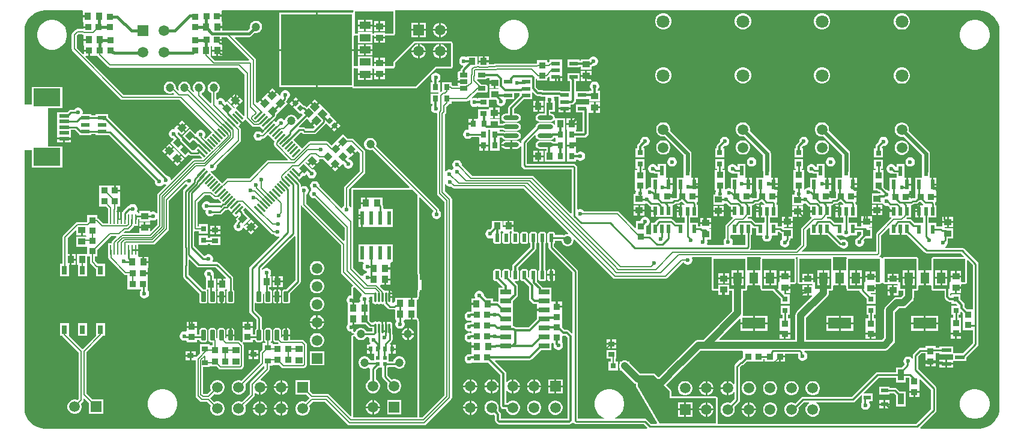
<source format=gtl>
G04*
G04 #@! TF.GenerationSoftware,Altium Limited,Altium Designer,22.0.2 (36)*
G04*
G04 Layer_Physical_Order=1*
G04 Layer_Color=255*
%FSLAX25Y25*%
%MOIN*%
G70*
G04*
G04 #@! TF.SameCoordinates,5A643F03-C439-4DF5-9915-15B1C7EAFC9B*
G04*
G04*
G04 #@! TF.FilePolarity,Positive*
G04*
G01*
G75*
%ADD12C,0.00787*%
%ADD13C,0.01575*%
%ADD14C,0.02362*%
%ADD16C,0.01000*%
%ADD18C,0.00600*%
%ADD21R,0.03150X0.03740*%
%ADD22R,0.02992X0.05000*%
%ADD23R,0.03740X0.03937*%
G04:AMPARAMS|DCode=24|XSize=59.06mil|YSize=11.81mil|CornerRadius=0mil|HoleSize=0mil|Usage=FLASHONLY|Rotation=225.000|XOffset=0mil|YOffset=0mil|HoleType=Round|Shape=Rectangle|*
%AMROTATEDRECTD24*
4,1,4,0.01670,0.02506,0.02506,0.01670,-0.01670,-0.02506,-0.02506,-0.01670,0.01670,0.02506,0.0*
%
%ADD24ROTATEDRECTD24*%

G04:AMPARAMS|DCode=25|XSize=59.06mil|YSize=11.81mil|CornerRadius=0mil|HoleSize=0mil|Usage=FLASHONLY|Rotation=315.000|XOffset=0mil|YOffset=0mil|HoleType=Round|Shape=Rectangle|*
%AMROTATEDRECTD25*
4,1,4,-0.02506,0.01670,-0.01670,0.02506,0.02506,-0.01670,0.01670,-0.02506,-0.02506,0.01670,0.0*
%
%ADD25ROTATEDRECTD25*%

%ADD26C,0.04724*%
%ADD27R,0.03740X0.03740*%
%ADD28R,0.03740X0.03740*%
%ADD29R,0.04724X0.02362*%
%ADD30R,0.14961X0.09843*%
%ADD31R,0.05512X0.01968*%
%ADD32R,0.02362X0.02756*%
G04:AMPARAMS|DCode=33|XSize=39.37mil|YSize=37.4mil|CornerRadius=0mil|HoleSize=0mil|Usage=FLASHONLY|Rotation=225.000|XOffset=0mil|YOffset=0mil|HoleType=Round|Shape=Rectangle|*
%AMROTATEDRECTD33*
4,1,4,0.00070,0.02714,0.02714,0.00070,-0.00070,-0.02714,-0.02714,-0.00070,0.00070,0.02714,0.0*
%
%ADD33ROTATEDRECTD33*%

%ADD34R,0.04921X0.02362*%
%ADD35R,0.04724X0.02362*%
%ADD36O,0.08661X0.02362*%
G04:AMPARAMS|DCode=37|XSize=43.31mil|YSize=23.62mil|CornerRadius=2.01mil|HoleSize=0mil|Usage=FLASHONLY|Rotation=0.000|XOffset=0mil|YOffset=0mil|HoleType=Round|Shape=RoundedRectangle|*
%AMROUNDEDRECTD37*
21,1,0.04331,0.01961,0,0,0.0*
21,1,0.03929,0.02362,0,0,0.0*
1,1,0.00402,0.01965,-0.00980*
1,1,0.00402,-0.01965,-0.00980*
1,1,0.00402,-0.01965,0.00980*
1,1,0.00402,0.01965,0.00980*
%
%ADD37ROUNDEDRECTD37*%
%ADD38R,0.03740X0.03150*%
%ADD39R,0.03937X0.03740*%
%ADD40R,0.05906X0.04213*%
%ADD41R,0.39370X0.39370*%
%ADD42R,0.02362X0.04724*%
%ADD43P,0.05289X4X270.0*%
%ADD44O,0.01181X0.05709*%
%ADD45R,0.01100X0.05500*%
%ADD46P,0.05568X4X180.0*%
G04:AMPARAMS|DCode=47|XSize=23.62mil|YSize=27.56mil|CornerRadius=0mil|HoleSize=0mil|Usage=FLASHONLY|Rotation=135.000|XOffset=0mil|YOffset=0mil|HoleType=Round|Shape=Rectangle|*
%AMROTATEDRECTD47*
4,1,4,0.01810,0.00139,-0.00139,-0.01810,-0.01810,-0.00139,0.00139,0.01810,0.01810,0.00139,0.0*
%
%ADD47ROTATEDRECTD47*%

G04:AMPARAMS|DCode=48|XSize=39.37mil|YSize=37.4mil|CornerRadius=0mil|HoleSize=0mil|Usage=FLASHONLY|Rotation=135.000|XOffset=0mil|YOffset=0mil|HoleType=Round|Shape=Rectangle|*
%AMROTATEDRECTD48*
4,1,4,0.02714,-0.00070,0.00070,-0.02714,-0.02714,0.00070,-0.00070,0.02714,0.02714,-0.00070,0.0*
%
%ADD48ROTATEDRECTD48*%

%ADD49R,0.02953X0.03150*%
%ADD50R,0.03543X0.02756*%
G04:AMPARAMS|DCode=51|XSize=23.62mil|YSize=57.09mil|CornerRadius=2.01mil|HoleSize=0mil|Usage=FLASHONLY|Rotation=0.000|XOffset=0mil|YOffset=0mil|HoleType=Round|Shape=RoundedRectangle|*
%AMROUNDEDRECTD51*
21,1,0.02362,0.05307,0,0,0.0*
21,1,0.01961,0.05709,0,0,0.0*
1,1,0.00402,0.00980,-0.02653*
1,1,0.00402,-0.00980,-0.02653*
1,1,0.00402,-0.00980,0.02653*
1,1,0.00402,0.00980,0.02653*
%
%ADD51ROUNDEDRECTD51*%
%ADD52R,0.03543X0.03150*%
%ADD53R,0.12992X0.06299*%
%ADD54R,0.04724X0.06299*%
%ADD55R,0.03150X0.02953*%
%ADD56R,0.02100X0.07800*%
%ADD57R,0.02165X0.02165*%
G04:AMPARAMS|DCode=58|XSize=21.65mil|YSize=49.21mil|CornerRadius=1.95mil|HoleSize=0mil|Usage=FLASHONLY|Rotation=180.000|XOffset=0mil|YOffset=0mil|HoleType=Round|Shape=RoundedRectangle|*
%AMROUNDEDRECTD58*
21,1,0.02165,0.04532,0,0,180.0*
21,1,0.01776,0.04921,0,0,180.0*
1,1,0.00390,-0.00888,0.02266*
1,1,0.00390,0.00888,0.02266*
1,1,0.00390,0.00888,-0.02266*
1,1,0.00390,-0.00888,-0.02266*
%
%ADD58ROUNDEDRECTD58*%
%ADD59R,0.06004X0.02559*%
%ADD60R,0.05512X0.02362*%
%ADD61R,0.02362X0.04921*%
%ADD62R,0.02362X0.05512*%
%ADD63R,0.03937X0.02362*%
%ADD64R,0.03347X0.06299*%
%ADD112C,0.00800*%
%ADD113C,0.01181*%
%ADD114C,0.00700*%
%ADD115C,0.03937*%
%ADD116C,0.00887*%
%ADD117C,0.01500*%
%ADD118R,0.07874X0.08858*%
%ADD119C,0.05906*%
%ADD120R,0.05906X0.05906*%
%ADD121C,0.07087*%
%ADD122R,0.05906X0.05906*%
%ADD123C,0.02362*%
%ADD124C,0.01575*%
G36*
X13780Y234213D02*
X34023D01*
X34381Y233713D01*
Y231403D01*
X37251D01*
Y230403D01*
X34381D01*
X34381Y227935D01*
X34676Y227557D01*
X34676Y227435D01*
Y225301D01*
X37547D01*
Y224301D01*
X34676D01*
Y223849D01*
X34583Y223772D01*
X34583Y223772D01*
X31378D01*
X31378Y223772D01*
X30831Y223664D01*
X30368Y223354D01*
X28635Y221621D01*
X28326Y221158D01*
X28217Y220612D01*
X28217Y220611D01*
Y212747D01*
X28217Y212747D01*
X28326Y212200D01*
X28635Y211737D01*
X55463Y184910D01*
X55463Y184909D01*
X55926Y184600D01*
X56472Y184492D01*
X56472Y184492D01*
X88196D01*
X106155Y166533D01*
X102601Y162979D01*
X101966Y163614D01*
X102286Y164170D01*
X102461Y164821D01*
Y165494D01*
X102286Y166145D01*
X101949Y166729D01*
X101473Y167205D01*
X100889Y167542D01*
X100239Y167717D01*
X99565D01*
X98914Y167542D01*
X98330Y167205D01*
X97854Y166729D01*
X97517Y166145D01*
X97429Y165816D01*
X96871Y165666D01*
X93894Y168643D01*
X89696Y164445D01*
X93755Y160386D01*
X95625Y162257D01*
X96039Y161981D01*
X96624Y161864D01*
X96631D01*
X98809Y159687D01*
Y159187D01*
X96296Y156674D01*
X96296Y156674D01*
X96296Y156674D01*
X95855Y156533D01*
X95192D01*
X93287Y158437D01*
X93287Y158438D01*
X89490Y162235D01*
Y162335D01*
X89373Y162920D01*
X89042Y163416D01*
X87270Y165188D01*
X87303Y165313D01*
Y165987D01*
X87250Y166184D01*
X87699Y166443D01*
X89301Y164841D01*
X91046Y166586D01*
X89016Y168615D01*
X86987Y170645D01*
X85242Y168900D01*
X85537Y168604D01*
X85278Y168156D01*
X85081Y168209D01*
X84407D01*
X83756Y168034D01*
X83173Y167697D01*
X82696Y167221D01*
X82359Y166637D01*
X82185Y165987D01*
Y165313D01*
X82359Y164662D01*
X82696Y164078D01*
X83173Y163602D01*
X83756Y163265D01*
X84407Y163091D01*
X84544D01*
X84751Y162591D01*
X82847Y160687D01*
X87046Y156489D01*
X87093Y156441D01*
X91291Y152243D01*
X93223Y154176D01*
X93477Y153922D01*
X93973Y153590D01*
X94558Y153474D01*
X98088D01*
X98673Y153590D01*
X99096Y153873D01*
X100556Y152413D01*
X100349Y151913D01*
X96269D01*
X95725Y151805D01*
X95264Y151497D01*
X83669Y139902D01*
X83169Y140109D01*
Y140297D01*
X82995Y140948D01*
X82658Y141532D01*
X82182Y142008D01*
X81598Y142345D01*
X80947Y142520D01*
X80656D01*
X48342Y174834D01*
Y176591D01*
X41618D01*
Y175939D01*
X39287D01*
Y176591D01*
X34592D01*
X34287Y176987D01*
X34350Y177222D01*
Y177896D01*
X34176Y178547D01*
X33839Y179130D01*
X33362Y179607D01*
X32779Y179944D01*
X32128Y180118D01*
X31454D01*
X30803Y179944D01*
X30220Y179607D01*
X29743Y179130D01*
X29686Y179031D01*
X27810D01*
X27247Y178919D01*
X26769Y178600D01*
X25693Y177523D01*
X20262D01*
Y173554D01*
Y170405D01*
Y167255D01*
Y164105D01*
Y163440D01*
X24018D01*
Y162940D01*
D01*
Y163440D01*
X27774D01*
Y164105D01*
Y167710D01*
X30119D01*
X31981Y165848D01*
X32477Y165516D01*
X32563Y165499D01*
Y164748D01*
X39287D01*
Y165400D01*
X41618D01*
Y164748D01*
X48342D01*
Y164900D01*
X48981D01*
X74422Y139458D01*
X74410Y139412D01*
Y138738D01*
X74584Y138087D01*
X74921Y137504D01*
X75397Y137027D01*
X75981Y136690D01*
X76632Y136516D01*
X77305D01*
X77956Y136690D01*
X78540Y137027D01*
X79016Y137504D01*
X79199Y137820D01*
X79623Y137576D01*
X80273Y137402D01*
X80462D01*
X80669Y136902D01*
X76240Y132473D01*
X75932Y132012D01*
X75824Y131468D01*
Y121773D01*
X75540Y121633D01*
X75324Y121602D01*
X74898Y122028D01*
X74314Y122365D01*
X73664Y122539D01*
X72990D01*
X72339Y122365D01*
X72201Y122285D01*
X71768Y122535D01*
Y122752D01*
X65831D01*
Y121411D01*
X65236D01*
Y122094D01*
X64555D01*
X64339Y122594D01*
X64589Y123028D01*
X64764Y123679D01*
Y124353D01*
X64589Y125004D01*
X64253Y125587D01*
X63776Y126064D01*
X63192Y126400D01*
X62542Y126575D01*
X61868D01*
X61217Y126400D01*
X60633Y126064D01*
X60157Y125587D01*
X60111Y125508D01*
X59712Y125429D01*
X59216Y125097D01*
X56745Y122626D01*
X56413Y122130D01*
X56406Y122094D01*
X56226D01*
Y118344D01*
X55306D01*
Y122094D01*
X54336D01*
Y118344D01*
X53416D01*
Y122094D01*
X53287D01*
Y122880D01*
X53478Y123165D01*
X53586Y123709D01*
Y125181D01*
X55035D01*
Y130783D01*
X55035Y130921D01*
X55036D01*
Y131283D01*
X55035D01*
Y133653D01*
X52165D01*
Y134153D01*
X51665D01*
Y137024D01*
X43587D01*
Y131421D01*
X43587Y131283D01*
X43587D01*
Y130921D01*
X43587D01*
Y125181D01*
X47317D01*
X48475Y124023D01*
Y122094D01*
X48346D01*
Y115833D01*
X45715D01*
X42957Y118591D01*
X42634Y118807D01*
Y120488D01*
X36894D01*
Y116695D01*
X36689Y116490D01*
X31419D01*
X30892Y116385D01*
X30445Y116087D01*
X23629Y109270D01*
X23330Y108824D01*
X23225Y108297D01*
Y93382D01*
X21756D01*
Y86382D01*
X26748D01*
Y92898D01*
X27256D01*
Y95866D01*
Y98835D01*
X25978D01*
Y107727D01*
X30428Y112176D01*
X30890Y111985D01*
Y109236D01*
X33358D01*
Y112106D01*
X34358D01*
Y109236D01*
X36169D01*
X36340Y108978D01*
X36195Y108677D01*
X30890D01*
Y102937D01*
X36827D01*
X36894Y102465D01*
Y98835D01*
X31185D01*
Y92898D01*
X31756D01*
Y86382D01*
X36748D01*
Y92898D01*
X36925D01*
Y97524D01*
X38387D01*
Y94370D01*
X38492Y93843D01*
X38791Y93397D01*
X41238Y90949D01*
X41238Y90949D01*
X41685Y90651D01*
X41756Y90637D01*
Y86382D01*
X46748D01*
Y93382D01*
X42699D01*
X41140Y94940D01*
Y97524D01*
X42634D01*
Y101317D01*
X50152Y108835D01*
X52963D01*
X53154Y108373D01*
X50862Y106080D01*
X50554Y105619D01*
X50445Y105075D01*
Y104894D01*
X48346D01*
Y97394D01*
X48632D01*
Y96798D01*
X48740Y96254D01*
X49048Y95793D01*
X57223Y87617D01*
X57684Y87309D01*
X58228Y87201D01*
X59138D01*
Y85417D01*
X59138D01*
Y85055D01*
X59138D01*
Y79315D01*
X66679D01*
Y78566D01*
X66555Y78441D01*
X66218Y77858D01*
X66043Y77207D01*
Y76533D01*
X66218Y75882D01*
X66555Y75299D01*
X67031Y74822D01*
X67615Y74485D01*
X68265Y74311D01*
X68939D01*
X69590Y74485D01*
X70174Y74822D01*
X70650Y75299D01*
X70987Y75882D01*
X71161Y76533D01*
Y77207D01*
X70987Y77858D01*
X70650Y78441D01*
X70276Y78815D01*
X70401Y79243D01*
X70451Y79315D01*
X70587D01*
Y85055D01*
X70587D01*
Y85417D01*
X70587D01*
Y87787D01*
X67716D01*
Y88787D01*
X70587D01*
X70587Y91044D01*
X70882Y91421D01*
X70882Y91535D01*
Y93890D01*
X68012D01*
Y94390D01*
X67512D01*
Y97358D01*
X65721D01*
X65236Y97394D01*
X65236Y97755D01*
Y100644D01*
X63686D01*
Y101644D01*
X65236D01*
Y104110D01*
X73451D01*
X73995Y104218D01*
X74456Y104526D01*
X81793Y111863D01*
X82101Y112324D01*
X82209Y112868D01*
Y128428D01*
X91567Y137786D01*
X91736Y137618D01*
X92319Y137281D01*
X92441Y137248D01*
X92570Y136765D01*
X90552Y134747D01*
X90221Y134251D01*
X90105Y133666D01*
Y102510D01*
X90211Y101975D01*
Y93103D01*
X90105Y92569D01*
Y86693D01*
X90221Y86108D01*
X90552Y85611D01*
X99154Y77010D01*
Y72642D01*
X99247Y72173D01*
X99512Y71776D01*
X99909Y71511D01*
X100378Y71417D01*
X102339D01*
X102807Y71511D01*
X103204Y71776D01*
X103470Y72173D01*
X103563Y72642D01*
Y77949D01*
X103470Y78417D01*
X103204Y78815D01*
X103204Y78815D01*
X103355Y79315D01*
X104081D01*
Y77716D01*
X104154Y77350D01*
Y72642D01*
X104247Y72173D01*
X104512Y71776D01*
X104909Y71511D01*
X105378Y71417D01*
X107339D01*
X107807Y71511D01*
X108204Y71776D01*
X108470Y72173D01*
X108563Y72642D01*
Y77949D01*
X108470Y78417D01*
X108204Y78815D01*
X108204Y78815D01*
X108355Y79315D01*
X108480D01*
Y85252D01*
X107140D01*
Y86614D01*
X107023Y87199D01*
X106949Y87311D01*
X106988Y87458D01*
Y88132D01*
X106814Y88783D01*
X106477Y89367D01*
X106000Y89843D01*
X105417Y90180D01*
X104766Y90354D01*
X104092D01*
X103441Y90180D01*
X102858Y89843D01*
X102381Y89367D01*
X102044Y88783D01*
X101870Y88132D01*
Y87458D01*
X102044Y86808D01*
X102381Y86224D01*
X102853Y85752D01*
X102853Y85728D01*
X102740Y85252D01*
X102740D01*
Y79603D01*
X102356Y79191D01*
X102299Y79173D01*
X101316D01*
X93163Y87326D01*
Y92141D01*
X93270Y92675D01*
Y95568D01*
X93731Y95759D01*
X97659Y91832D01*
X98155Y91500D01*
X98740Y91384D01*
X108220D01*
X113890Y85714D01*
X113699Y85252D01*
X112409D01*
Y82283D01*
X111909D01*
Y81783D01*
X109039D01*
Y79315D01*
X109361D01*
X109513Y78815D01*
X109512Y78815D01*
X109247Y78417D01*
X109154Y77949D01*
Y75795D01*
X113563D01*
Y77949D01*
X113470Y78417D01*
X113204Y78815D01*
X113204Y78815D01*
X113355Y79315D01*
X114361D01*
X114513Y78815D01*
X114512Y78815D01*
X114247Y78417D01*
X114154Y77949D01*
Y72642D01*
X114247Y72173D01*
X114512Y71776D01*
X114909Y71511D01*
X115378Y71417D01*
X117339D01*
X117807Y71511D01*
X118204Y71776D01*
X118470Y72173D01*
X118563Y72642D01*
Y77949D01*
X118470Y78417D01*
X118204Y78815D01*
X117888Y79026D01*
Y85409D01*
X117771Y85994D01*
X117440Y86490D01*
X109935Y93995D01*
X109439Y94326D01*
X108854Y94443D01*
X106772D01*
X106484Y94943D01*
X106617Y95174D01*
X106791Y95824D01*
Y96498D01*
X106617Y97149D01*
X106280Y97733D01*
X105804Y98209D01*
X105220Y98546D01*
X104569Y98721D01*
X103895D01*
X103244Y98546D01*
X102661Y98209D01*
X102184Y97733D01*
X101708Y97797D01*
X96214Y103291D01*
Y111281D01*
X96653Y111561D01*
X96714Y111567D01*
X97221Y111466D01*
X98902D01*
Y110319D01*
X103854D01*
Y115469D01*
X98902D01*
Y114321D01*
X98179D01*
Y127657D01*
X102106Y131583D01*
X104905D01*
X106788Y129700D01*
X106788Y129700D01*
X107251Y129391D01*
X107797Y129282D01*
X108781D01*
X108781Y129282D01*
X109327Y129391D01*
X109359Y129412D01*
X109681Y129091D01*
X111148Y127624D01*
X111137Y127515D01*
X110723Y127101D01*
X110630Y127120D01*
X105222D01*
X105197Y127162D01*
X104721Y127638D01*
X104137Y127975D01*
X103487Y128150D01*
X102813D01*
X102162Y127975D01*
X101578Y127638D01*
X101102Y127162D01*
X100765Y126578D01*
X100591Y125927D01*
Y125254D01*
X100765Y124603D01*
X101102Y124019D01*
X101578Y123543D01*
X102162Y123206D01*
X102664Y123071D01*
X102559Y122679D01*
Y122006D01*
X102734Y121355D01*
X103070Y120771D01*
X103547Y120295D01*
X104130Y119958D01*
X104781Y119783D01*
X105455D01*
X106106Y119958D01*
X106689Y120295D01*
X107166Y120771D01*
X107190Y120813D01*
X110531D01*
X111117Y120930D01*
X111613Y121261D01*
X113556Y123204D01*
X113702D01*
X114287Y123321D01*
X114529Y123482D01*
X115063Y123588D01*
X115135Y123637D01*
X115249Y123523D01*
X115249Y123523D01*
X116640Y122131D01*
X116641Y122131D01*
X119436Y124926D01*
X119970Y124392D01*
X117175Y121597D01*
X119424Y119347D01*
X120228Y120151D01*
X120771Y119986D01*
X120775Y119963D01*
X119173Y118361D01*
X120121Y117413D01*
X119739Y117031D01*
X119407Y116535D01*
X119346Y116228D01*
X119249Y116171D01*
X118773Y115695D01*
X118436Y115111D01*
X118261Y114461D01*
Y113787D01*
X118436Y113136D01*
X118773Y112552D01*
X119249Y112076D01*
X119833Y111739D01*
X120484Y111565D01*
X121157D01*
X121808Y111739D01*
X122392Y112076D01*
X122868Y112552D01*
X123205Y113136D01*
X123308Y113519D01*
X123860Y113674D01*
X125303Y112231D01*
X127049Y113976D01*
X125373Y115652D01*
X124260Y114539D01*
X123717Y114704D01*
X123703Y114773D01*
X127430Y118500D01*
X124149Y121781D01*
X124042Y122317D01*
X123711Y122814D01*
X123301Y123224D01*
X124691Y124614D01*
X139095Y110211D01*
X139095Y110211D01*
X139558Y109902D01*
X140104Y109793D01*
X140487D01*
X140570Y109649D01*
X141047Y109173D01*
X141630Y108836D01*
X142281Y108661D01*
X142955D01*
X143302Y108754D01*
X143561Y108306D01*
X127265Y92010D01*
X126934Y91514D01*
X126817Y90929D01*
Y67126D01*
X126934Y66541D01*
X127265Y66044D01*
X130734Y62575D01*
Y57569D01*
X130418Y57358D01*
X130152Y56961D01*
X130059Y56492D01*
Y54285D01*
X128756D01*
Y55594D01*
Y57965D01*
X123016D01*
Y55594D01*
Y50281D01*
X123016Y50144D01*
X122516Y49937D01*
X121856Y50596D01*
X121410Y50895D01*
X120883Y51000D01*
X118715D01*
X118563Y51185D01*
Y53339D01*
X114154D01*
Y52473D01*
X113654Y52206D01*
X113563Y52266D01*
Y56492D01*
X113470Y56961D01*
X113204Y57358D01*
X112807Y57623D01*
X112339Y57716D01*
X110378D01*
X109909Y57623D01*
X109512Y57358D01*
X109247Y56961D01*
X109154Y56492D01*
Y52465D01*
X108654Y52233D01*
X108563Y52310D01*
Y56492D01*
X108470Y56961D01*
X108204Y57358D01*
X107807Y57623D01*
X107339Y57716D01*
X105378D01*
X104909Y57623D01*
X104512Y57358D01*
X104247Y56961D01*
X104154Y56492D01*
Y51185D01*
X104247Y50717D01*
X104512Y50319D01*
X104909Y50054D01*
X105378Y49961D01*
X106399D01*
Y48244D01*
X104937D01*
Y48736D01*
X99394D01*
Y43619D01*
X97563Y41788D01*
X97214Y41921D01*
X94791D01*
Y39846D01*
X97025D01*
Y20204D01*
X97130Y19678D01*
X97428Y19231D01*
X99390Y17270D01*
X99836Y16972D01*
X100363Y16867D01*
X103428D01*
X105547Y14747D01*
X105470Y14613D01*
X105201Y13608D01*
Y12567D01*
X105470Y11562D01*
X105991Y10661D01*
X106727Y9925D01*
X107628Y9404D01*
X108633Y9135D01*
X109674D01*
X110679Y9404D01*
X111581Y9925D01*
X112317Y10661D01*
X112837Y11562D01*
X113106Y12567D01*
Y13608D01*
X112837Y14613D01*
X112317Y15515D01*
X111581Y16251D01*
X110679Y16771D01*
X109674Y17040D01*
X108633D01*
X107628Y16771D01*
X107494Y16694D01*
X105195Y18993D01*
X107494Y21293D01*
X107628Y21215D01*
X108633Y20946D01*
X109674D01*
X110679Y21215D01*
X111581Y21736D01*
X112317Y22472D01*
X112837Y23373D01*
X113106Y24378D01*
Y25419D01*
X112837Y26424D01*
X112317Y27326D01*
X111581Y28062D01*
X110679Y28582D01*
X109674Y28851D01*
X108633D01*
X107628Y28582D01*
X106727Y28062D01*
X105991Y27326D01*
X105470Y26424D01*
X105201Y25419D01*
Y24378D01*
X105470Y23373D01*
X105547Y23239D01*
X103428Y21120D01*
X101554D01*
X101278Y21396D01*
Y36106D01*
X104937D01*
Y36402D01*
X108699D01*
X109810Y35291D01*
X110256Y34993D01*
X110783Y34888D01*
X121928D01*
X122455Y34993D01*
X122901Y35291D01*
X123567Y35957D01*
X123866Y36404D01*
X123971Y36931D01*
Y47912D01*
X123866Y48439D01*
X123567Y48885D01*
X123067Y49386D01*
X123274Y49886D01*
X123409Y49886D01*
X128756D01*
Y51227D01*
X130059D01*
Y51185D01*
X130152Y50717D01*
X130418Y50319D01*
X130815Y50054D01*
X131283Y49961D01*
X133244D01*
X133713Y50054D01*
X134110Y50319D01*
X134375Y50717D01*
X134468Y51185D01*
Y56492D01*
X134375Y56961D01*
X134110Y57358D01*
X133793Y57569D01*
Y63209D01*
X133677Y63794D01*
X133345Y64290D01*
X129876Y67760D01*
Y71687D01*
X130376Y71839D01*
X130418Y71776D01*
X130815Y71511D01*
X131283Y71417D01*
X133244D01*
X133713Y71511D01*
X134110Y71776D01*
X134375Y72173D01*
X134468Y72642D01*
Y76613D01*
X134968Y76833D01*
X135059Y76750D01*
Y72642D01*
X135152Y72173D01*
X135418Y71776D01*
X135815Y71511D01*
X136284Y71417D01*
X138244D01*
X138713Y71511D01*
X139110Y71776D01*
X139375Y72173D01*
X139468Y72642D01*
Y77949D01*
X139375Y78417D01*
X139110Y78815D01*
X138713Y79080D01*
X138244Y79173D01*
X137848D01*
Y80693D01*
X139189D01*
Y86630D01*
X138628D01*
X138435Y87130D01*
X138704Y87595D01*
X138878Y88246D01*
Y88920D01*
X138704Y89570D01*
X138367Y90154D01*
X137890Y90630D01*
X137307Y90967D01*
X136656Y91142D01*
X135982D01*
X135331Y90967D01*
X134748Y90630D01*
X134293Y90176D01*
X134193Y90182D01*
X133848Y90306D01*
X133798Y90789D01*
X151809Y108800D01*
X152309Y108593D01*
Y84177D01*
X147306Y79173D01*
X146283D01*
X145815Y79080D01*
X145418Y78815D01*
X145152Y78417D01*
X145059Y77949D01*
Y72642D01*
X145152Y72173D01*
X145418Y71776D01*
X145815Y71511D01*
X146283Y71417D01*
X148244D01*
X148713Y71511D01*
X149110Y71776D01*
X149375Y72173D01*
X149468Y72642D01*
Y77010D01*
X154920Y82462D01*
X155252Y82958D01*
X155368Y83543D01*
Y125708D01*
X155868Y125757D01*
X155872Y125736D01*
X156180Y125275D01*
X177713Y103742D01*
Y88752D01*
X177821Y88208D01*
X178129Y87747D01*
X184358Y81518D01*
X184260Y81027D01*
X184157Y80985D01*
X183826Y80764D01*
X183605Y80433D01*
X183528Y80043D01*
Y75886D01*
X183128D01*
X182477Y75711D01*
X181893Y75375D01*
X181417Y74898D01*
X181080Y74314D01*
X180905Y73664D01*
Y72990D01*
X181080Y72339D01*
X181417Y71755D01*
X181579Y71593D01*
Y65831D01*
X181579D01*
X181579Y65764D01*
X181579D01*
Y60001D01*
X181417Y59839D01*
X181080Y59255D01*
X180905Y58605D01*
Y57931D01*
X181080Y57280D01*
X181417Y56696D01*
X181893Y56220D01*
X182477Y55883D01*
X183128Y55709D01*
X183545D01*
X183554Y55664D01*
X183562Y55531D01*
X183592Y55471D01*
X183605Y55405D01*
X183679Y55294D01*
X183738Y55174D01*
X183789Y55130D01*
X183826Y55074D01*
X183937Y55000D01*
X184037Y54912D01*
X184101Y54890D01*
X184157Y54853D01*
X184288Y54827D01*
X184414Y54784D01*
X185194Y54681D01*
Y54177D01*
X184414Y54074D01*
X184288Y54031D01*
X184157Y54005D01*
X184101Y53968D01*
X184037Y53947D01*
X183937Y53859D01*
X183826Y53784D01*
X183789Y53728D01*
X183738Y53684D01*
X183679Y53565D01*
X183605Y53454D01*
X183592Y53388D01*
X183562Y53327D01*
X183554Y53194D01*
X183528Y53063D01*
Y8963D01*
X183066Y8771D01*
X171084Y20752D01*
X170621Y21062D01*
X170075Y21171D01*
X170075Y21171D01*
X162144D01*
X160350Y22965D01*
Y28851D01*
X152445D01*
Y20946D01*
X158332D01*
X160284Y18993D01*
X158011Y16720D01*
X157923Y16771D01*
X156918Y17040D01*
X155877D01*
X154872Y16771D01*
X153971Y16251D01*
X153235Y15515D01*
X152714Y14613D01*
X152445Y13608D01*
Y12567D01*
X152714Y11562D01*
X153235Y10661D01*
X153971Y9925D01*
X154872Y9404D01*
X155877Y9135D01*
X156918D01*
X157923Y9404D01*
X158825Y9925D01*
X159561Y10661D01*
X160081Y11562D01*
X160350Y12567D01*
Y13608D01*
X160081Y14613D01*
X160030Y14702D01*
X162144Y16816D01*
X168862D01*
X181396Y4282D01*
X181396Y4282D01*
X181859Y3973D01*
X182405Y3864D01*
X182405Y3864D01*
X223948D01*
X223948Y3864D01*
X224494Y3973D01*
X224957Y4282D01*
X238927Y18251D01*
X239236Y18714D01*
X239345Y19261D01*
X239345Y19261D01*
Y129165D01*
X239236Y129711D01*
X238927Y130174D01*
X238927Y130174D01*
X235384Y133716D01*
Y137618D01*
X235884Y137752D01*
X236141Y137307D01*
X236618Y136830D01*
X237201Y136493D01*
X237852Y136319D01*
X238526D01*
X238686Y136362D01*
X239345Y135703D01*
X239345Y135703D01*
X239808Y135394D01*
X240354Y135285D01*
X279035D01*
X303863Y110457D01*
X303656Y109957D01*
X303002D01*
X302147Y109728D01*
X301473Y109338D01*
X301160Y109400D01*
X296496D01*
Y110137D01*
X296403Y110603D01*
X296139Y110998D01*
X295744Y111262D01*
X295278Y111355D01*
X293502D01*
X293036Y111262D01*
X292640Y110998D01*
X292376Y110603D01*
X292284Y110137D01*
Y105605D01*
X292376Y105139D01*
X292640Y104744D01*
X292860Y104597D01*
Y102461D01*
X292977Y101875D01*
X293308Y101379D01*
X306148Y88540D01*
Y55162D01*
X305686Y54971D01*
X304395Y56262D01*
X303869Y56613D01*
X303248Y56737D01*
X301853D01*
X300410Y58180D01*
Y61005D01*
Y66714D01*
Y69084D01*
X297539D01*
Y69584D01*
X297039D01*
Y72454D01*
X295002D01*
X294669Y72454D01*
X294502Y72885D01*
Y75072D01*
X294502D01*
Y75513D01*
X294502D01*
Y80072D01*
X289649D01*
X289587Y80383D01*
X289235Y80910D01*
X286504Y83641D01*
Y86710D01*
X286496Y86749D01*
Y89468D01*
X286403Y89934D01*
X286139Y90329D01*
X285744Y90593D01*
X285278Y90686D01*
X283502D01*
X283036Y90593D01*
X282641Y90329D01*
X282376Y89934D01*
X282284Y89468D01*
Y85909D01*
X281848Y85723D01*
X281496Y86013D01*
Y89468D01*
X281403Y89934D01*
X281139Y90329D01*
X280744Y90593D01*
X280278Y90686D01*
X278502D01*
X278036Y90593D01*
X277641Y90329D01*
X277376Y89934D01*
X277284Y89468D01*
Y84936D01*
X277376Y84470D01*
X277641Y84075D01*
X278036Y83811D01*
X278502Y83718D01*
X279202D01*
X282138Y80782D01*
Y74210D01*
X282262Y73589D01*
X282613Y73063D01*
X284031Y71646D01*
X284557Y71294D01*
X285177Y71171D01*
X286498D01*
Y70572D01*
X286498Y70513D01*
Y70072D01*
X286498Y70013D01*
Y68292D01*
X290500D01*
Y67292D01*
X286498D01*
Y65572D01*
X286498Y65513D01*
Y65072D01*
X286498Y65013D01*
Y62806D01*
X281725Y58033D01*
X274983D01*
X274766Y58250D01*
X274240Y58602D01*
X273619Y58725D01*
X273148D01*
Y60013D01*
X273148Y60072D01*
Y60513D01*
X273148Y60572D01*
Y65013D01*
X273148Y65072D01*
X273148D01*
Y65513D01*
X273148D01*
Y70013D01*
X273148Y70072D01*
X273148D01*
Y70513D01*
X273148D01*
Y72778D01*
X275458Y75089D01*
X275809Y75615D01*
X275933Y76235D01*
Y80903D01*
X275809Y81523D01*
X275458Y82049D01*
X274251Y83256D01*
X274443Y83718D01*
X275278D01*
X275744Y83811D01*
X276139Y84075D01*
X276403Y84470D01*
X276496Y84936D01*
Y89468D01*
X276403Y89934D01*
X276139Y90329D01*
X276011Y90414D01*
Y91333D01*
X285537Y100858D01*
X285888Y101384D01*
X286012Y102005D01*
Y104659D01*
X286139Y104744D01*
X286403Y105139D01*
X286496Y105605D01*
Y110137D01*
X286403Y110603D01*
X286139Y110998D01*
X285744Y111262D01*
X285278Y111355D01*
X283502D01*
X283036Y111262D01*
X282641Y110998D01*
X282376Y110603D01*
X282284Y110137D01*
Y105605D01*
X282376Y105139D01*
X282641Y104744D01*
X282768Y104659D01*
Y102677D01*
X273243Y93152D01*
X272891Y92626D01*
X272768Y92005D01*
Y90414D01*
X272640Y90329D01*
X272376Y89934D01*
X272284Y89468D01*
Y85909D01*
X271848Y85723D01*
X271496Y86013D01*
Y89468D01*
X271403Y89934D01*
X271139Y90329D01*
X270744Y90593D01*
X270278Y90686D01*
X268502D01*
X268036Y90593D01*
X267640Y90329D01*
X267376Y89934D01*
X267284Y89468D01*
Y85909D01*
X266847Y85723D01*
X266496Y86013D01*
Y89468D01*
X266403Y89934D01*
X266139Y90329D01*
X265744Y90593D01*
X265278Y90686D01*
X263502D01*
X263036Y90593D01*
X262641Y90329D01*
X262376Y89934D01*
X262284Y89468D01*
Y84936D01*
X262376Y84470D01*
X262641Y84075D01*
X263036Y83811D01*
X263502Y83718D01*
X264202D01*
X267348Y80572D01*
X267141Y80072D01*
X265144D01*
Y75513D01*
X265144Y75513D01*
Y75072D01*
X265144D01*
X265144Y75013D01*
Y72761D01*
X264644Y72351D01*
X264448Y72389D01*
X262024D01*
Y74130D01*
X258577D01*
X256988Y75719D01*
Y76223D01*
X256814Y76874D01*
X256477Y77457D01*
X256000Y77934D01*
X255417Y78271D01*
X254766Y78445D01*
X254092D01*
X253441Y78271D01*
X252858Y77934D01*
X252381Y77457D01*
X252045Y76874D01*
X251870Y76223D01*
Y75549D01*
X252045Y74898D01*
X252199Y74630D01*
X251911Y74130D01*
X249984D01*
Y71661D01*
X252854D01*
Y70661D01*
X249984D01*
Y68193D01*
X250279Y68025D01*
Y67134D01*
X249923Y66783D01*
X249780Y66786D01*
X249254Y66926D01*
X248580D01*
X247930Y66752D01*
X247346Y66415D01*
X246870Y65939D01*
X246533Y65355D01*
X246358Y64704D01*
Y64030D01*
X246533Y63379D01*
X246870Y62796D01*
X247346Y62319D01*
X247930Y61983D01*
X248580Y61808D01*
X249254D01*
X249780Y61949D01*
X250130Y61766D01*
X250202Y61696D01*
X250204Y61155D01*
X249923Y60878D01*
X249780Y60880D01*
X249254Y61021D01*
X248580D01*
X247930Y60846D01*
X247346Y60509D01*
X246870Y60033D01*
X246533Y59449D01*
X246358Y58799D01*
Y58125D01*
X246533Y57474D01*
X246870Y56890D01*
X247346Y56414D01*
X247930Y56077D01*
X248580Y55903D01*
X249254D01*
X249780Y56043D01*
X250130Y55860D01*
X250202Y55790D01*
X250204Y55249D01*
X249923Y54972D01*
X249780Y54975D01*
X249254Y55115D01*
X248580D01*
X247930Y54941D01*
X247346Y54604D01*
X246870Y54127D01*
X246533Y53544D01*
X246358Y52893D01*
Y52219D01*
X246533Y51568D01*
X246870Y50985D01*
X247346Y50508D01*
X247930Y50172D01*
X248580Y49997D01*
X249254D01*
X249681Y50112D01*
X250181Y49801D01*
Y47941D01*
X253051D01*
Y46941D01*
X250181D01*
Y44472D01*
X250181D01*
X250279Y44403D01*
Y43512D01*
X249923Y43161D01*
X249780Y43163D01*
X249254Y43304D01*
X248580D01*
X247930Y43130D01*
X247346Y42793D01*
X246870Y42316D01*
X246533Y41733D01*
X246358Y41082D01*
Y40408D01*
X246533Y39757D01*
X246870Y39174D01*
X247346Y38697D01*
X247930Y38361D01*
X248580Y38186D01*
X249254D01*
X249905Y38361D01*
X250428Y38662D01*
X259435D01*
X266193Y31904D01*
Y14469D01*
X266317Y13848D01*
X266668Y13322D01*
X267194Y12970D01*
X267815Y12847D01*
X269234D01*
X269446Y12054D01*
X269967Y11153D01*
X270703Y10417D01*
X271604Y9896D01*
X272609Y9627D01*
X273650D01*
X274656Y9896D01*
X275557Y10417D01*
X276293Y11153D01*
X276813Y12054D01*
X277083Y13059D01*
Y14100D01*
X276813Y15105D01*
X276293Y16007D01*
X275557Y16743D01*
X274656Y17263D01*
X273650Y17533D01*
X272609D01*
X271604Y17263D01*
X270703Y16743D01*
X270050Y16090D01*
X269437D01*
Y22882D01*
X269937Y23016D01*
X269967Y22964D01*
X270703Y22228D01*
X271604Y21707D01*
X272609Y21438D01*
X272630D01*
Y25391D01*
Y29344D01*
X272609D01*
X271604Y29074D01*
X270703Y28554D01*
X269967Y27818D01*
X269937Y27766D01*
X269437Y27899D01*
Y32576D01*
X269313Y33196D01*
X268962Y33723D01*
X263235Y39449D01*
X263427Y39911D01*
X282518D01*
X283138Y40034D01*
X283664Y40386D01*
X288791Y45513D01*
X294502D01*
Y49157D01*
X294669Y49588D01*
X295560D01*
X295911Y49231D01*
X295908Y49088D01*
X295768Y48562D01*
Y47888D01*
X295942Y47238D01*
X296279Y46654D01*
X296756Y46178D01*
X297339Y45841D01*
X297990Y45666D01*
X298664D01*
X299314Y45841D01*
X299898Y46178D01*
X300375Y46654D01*
X300711Y47238D01*
X300886Y47888D01*
Y48562D01*
X300711Y49213D01*
X300410Y49736D01*
Y53162D01*
X300909Y53548D01*
X301181Y53493D01*
X302576D01*
X303595Y52475D01*
Y7524D01*
X266484D01*
Y9840D01*
X266360Y10460D01*
X266009Y10986D01*
X264980Y12015D01*
X265002Y12054D01*
X265272Y13059D01*
Y14100D01*
X265002Y15105D01*
X264482Y16007D01*
X263746Y16743D01*
X262845Y17263D01*
X261839Y17533D01*
X260799D01*
X259793Y17263D01*
X258892Y16743D01*
X258156Y16007D01*
X257635Y15105D01*
X257366Y14100D01*
Y13059D01*
X257635Y12054D01*
X258156Y11153D01*
X258892Y10417D01*
X259793Y9896D01*
X260799Y9627D01*
X261839D01*
X262582Y9826D01*
X263241Y9168D01*
Y6594D01*
X263364Y5974D01*
X263716Y5448D01*
X264407Y4756D01*
X264933Y4404D01*
X265554Y4281D01*
X304525D01*
X305145Y4404D01*
X305671Y4756D01*
X306127Y5212D01*
X306502Y5370D01*
X306802Y5204D01*
X307182Y4824D01*
X307678Y4493D01*
X308263Y4376D01*
X345823D01*
X347692Y2507D01*
X347485Y2007D01*
X13780Y2007D01*
X13780Y2007D01*
X13008D01*
X11478Y2209D01*
X9987Y2608D01*
X8562Y3199D01*
X7225Y3970D01*
X6001Y4910D01*
X4910Y6001D01*
X3970Y7225D01*
X3198Y8562D01*
X2608Y9987D01*
X2208Y11478D01*
X2007Y13008D01*
Y13780D01*
X2007Y156606D01*
X6089D01*
Y146783D01*
X23049D01*
Y158625D01*
X15196D01*
Y179854D01*
X23049D01*
Y191696D01*
X6089D01*
Y181873D01*
X2007D01*
Y222441D01*
X2007Y222441D01*
Y223213D01*
X2208Y224743D01*
X2608Y226233D01*
X3198Y227659D01*
X3970Y228995D01*
X4910Y230220D01*
X6001Y231311D01*
X7225Y232250D01*
X8562Y233022D01*
X9987Y233612D01*
X11478Y234012D01*
X13008Y234213D01*
X13779D01*
X13780Y234213D01*
D02*
G37*
G36*
X206693Y221280D02*
X201984D01*
Y221866D01*
X196047D01*
Y221280D01*
X194996D01*
Y222043D01*
X187091D01*
Y221280D01*
X185630D01*
Y233386D01*
X206693D01*
Y221280D01*
D02*
G37*
G36*
X533798Y234012D02*
X535288Y233613D01*
X536714Y233022D01*
X538051Y232250D01*
X539275Y231311D01*
X540366Y230220D01*
X541305Y228995D01*
X542077Y227659D01*
X542668Y226233D01*
X543067Y224743D01*
X543268Y223213D01*
Y222441D01*
X543268Y222441D01*
X543268Y13780D01*
X543268Y13780D01*
Y13008D01*
X543067Y11478D01*
X542668Y9987D01*
X542077Y8562D01*
X541305Y7225D01*
X540366Y6001D01*
X539275Y4910D01*
X538051Y3970D01*
X536714Y3198D01*
X535288Y2608D01*
X533798Y2208D01*
X532268Y2007D01*
X531496D01*
X499365D01*
X499158Y2507D01*
X507774Y11123D01*
X508106Y11620D01*
X508222Y12205D01*
Y24262D01*
X508106Y24847D01*
X507774Y25343D01*
X498077Y35041D01*
Y41977D01*
X499846Y43746D01*
X502051D01*
Y42160D01*
Y39821D01*
X504921D01*
X507791D01*
Y42160D01*
Y43845D01*
X509925D01*
Y43193D01*
X517406D01*
Y40075D01*
X514181D01*
Y38394D01*
X517437D01*
Y39453D01*
X524917D01*
Y41652D01*
X531003Y47738D01*
X531334Y48234D01*
X531451Y48819D01*
Y58781D01*
Y93312D01*
X531334Y93897D01*
X531003Y94393D01*
X523478Y101918D01*
X522982Y102249D01*
X522397Y102366D01*
X513260D01*
X513126Y102866D01*
X513481Y103070D01*
X513957Y103547D01*
X514294Y104130D01*
X514468Y104781D01*
Y105455D01*
X514359Y105863D01*
X514511Y106090D01*
X514628Y106676D01*
Y107465D01*
X517535D01*
Y113205D01*
X513345D01*
X513197Y113234D01*
X512669D01*
X512650Y113264D01*
X512917Y113764D01*
X514067D01*
Y116134D01*
X511598D01*
Y114388D01*
X511098Y114127D01*
X510598Y114226D01*
X508284D01*
Y116157D01*
X503921Y116157D01*
X503892Y116645D01*
Y119079D01*
X508284D01*
Y126000D01*
X507632D01*
Y126862D01*
X507557Y127240D01*
X507875Y127740D01*
X508087D01*
Y130110D01*
X505217D01*
Y131110D01*
X508087D01*
Y133480D01*
X508284Y133744D01*
X508284D01*
Y137000D01*
X506102D01*
Y137500D01*
X505602D01*
Y141256D01*
X504543D01*
Y144765D01*
X504586Y144980D01*
Y154547D01*
X504586Y154547D01*
X504417Y155398D01*
X503935Y156120D01*
X503935Y156120D01*
X492868Y167186D01*
X492929Y167413D01*
Y168454D01*
X492660Y169459D01*
X492139Y170360D01*
X491403Y171096D01*
X490502Y171616D01*
X489497Y171886D01*
X488456D01*
X487451Y171616D01*
X486549Y171096D01*
X485813Y170360D01*
X485293Y169459D01*
X485024Y168454D01*
Y167413D01*
X485293Y166407D01*
X485813Y165506D01*
X486549Y164770D01*
X487451Y164250D01*
X488456Y163980D01*
X489497D01*
X489723Y164041D01*
X500138Y153626D01*
Y144980D01*
X500181Y144765D01*
Y141256D01*
X496441D01*
Y133744D01*
X496441D01*
X496638Y133480D01*
Y130198D01*
X496315Y129876D01*
X495182D01*
X494596Y129759D01*
X494413Y129637D01*
X493913Y129904D01*
Y130110D01*
X491043D01*
Y131110D01*
X493913D01*
Y133326D01*
X494110Y133744D01*
X494110D01*
X494110Y133744D01*
Y137000D01*
X491929D01*
Y137500D01*
X491429D01*
Y141256D01*
X490370D01*
Y148736D01*
X486008D01*
Y147316D01*
X485788Y147235D01*
X485508Y147229D01*
X485217Y147733D01*
X484741Y148209D01*
X484157Y148546D01*
X483506Y148721D01*
X482832D01*
X482182Y148546D01*
X481598Y148209D01*
X481122Y147733D01*
X480785Y147149D01*
X480610Y146498D01*
Y145825D01*
X480785Y145174D01*
X481122Y144590D01*
X481598Y144114D01*
X482182Y143777D01*
X482832Y143602D01*
X483506D01*
X483917Y143712D01*
X484134Y143567D01*
X484719Y143451D01*
X486008D01*
Y141256D01*
X482268D01*
Y134263D01*
X482131Y134146D01*
X481768Y134006D01*
X481303Y134274D01*
X480652Y134449D01*
X480246D01*
X478953Y135742D01*
Y139748D01*
Y145488D01*
X477612D01*
Y146146D01*
X478559D01*
Y151295D01*
X473606D01*
Y146146D01*
X474553D01*
Y145488D01*
X473213D01*
Y139748D01*
Y134039D01*
X475577D01*
X475723Y133893D01*
X476250Y133541D01*
X476646Y133462D01*
X477119Y132989D01*
X476928Y132527D01*
X476575D01*
X476418Y132496D01*
X472327D01*
Y126756D01*
X476616D01*
X476764Y126726D01*
X476911Y126756D01*
X478264D01*
X478682Y126558D01*
X479039Y126200D01*
X479623Y125863D01*
X480273Y125689D01*
X480947D01*
X481285Y125779D01*
X481472Y125592D01*
X481968Y125260D01*
X482268Y125201D01*
Y123138D01*
X484449D01*
Y122138D01*
X482268D01*
Y119276D01*
X482981D01*
X483188Y118776D01*
X475073Y110661D01*
X474764Y110198D01*
X474655Y109652D01*
X474655Y109652D01*
Y100037D01*
X433713D01*
X433522Y100499D01*
X435557Y102534D01*
X435557Y102534D01*
X435866Y102997D01*
X435975Y103543D01*
Y111915D01*
X437514Y113454D01*
X437976Y113263D01*
Y109531D01*
X443398D01*
Y112894D01*
X444397D01*
Y109531D01*
X447656D01*
X453579Y103608D01*
X454075Y103277D01*
X454446Y103203D01*
X454645Y102858D01*
X455122Y102381D01*
X455705Y102044D01*
X456356Y101870D01*
X457030D01*
X457681Y102044D01*
X458264Y102381D01*
X458741Y102858D01*
X459078Y103441D01*
X459252Y104092D01*
Y104766D01*
X459078Y105417D01*
X458741Y106000D01*
X458264Y106477D01*
X457681Y106814D01*
X457030Y106988D01*
X456356D01*
X455705Y106814D01*
X455122Y106477D01*
X455079Y106434D01*
X452640Y108873D01*
X452832Y109335D01*
X456042D01*
X456500Y108877D01*
X457083Y108541D01*
X457734Y108366D01*
X458408D01*
X459059Y108541D01*
X459642Y108877D01*
X460099Y109335D01*
X463992D01*
Y111266D01*
X466618D01*
Y109824D01*
X464737Y107943D01*
X464563Y107896D01*
X463980Y107560D01*
X463503Y107083D01*
X463167Y106500D01*
X462992Y105849D01*
Y105175D01*
X463167Y104524D01*
X463503Y103940D01*
X463980Y103464D01*
X464563Y103127D01*
X465214Y102953D01*
X465888D01*
X466539Y103127D01*
X467123Y103464D01*
X467599Y103940D01*
X467936Y104524D01*
X468110Y105175D01*
Y105849D01*
X467936Y106500D01*
X467820Y106700D01*
X468781Y107661D01*
X472555D01*
Y113402D01*
X470596D01*
X470560Y113461D01*
X470844Y113961D01*
X472555D01*
Y116331D01*
X466618D01*
Y114325D01*
X463992D01*
Y116256D01*
X459630D01*
X459600Y116744D01*
Y119177D01*
X463992D01*
Y126098D01*
X463340D01*
Y126961D01*
X463265Y127339D01*
X463584Y127839D01*
X463795D01*
Y130209D01*
X460925D01*
Y131209D01*
X463795D01*
Y133579D01*
X463992Y133843D01*
X463992D01*
Y137099D01*
X461811D01*
Y137599D01*
X461311D01*
Y141354D01*
X460252D01*
Y144864D01*
X460295Y145079D01*
Y154646D01*
X460295Y154646D01*
X460125Y155497D01*
X459643Y156218D01*
X459643Y156218D01*
X448577Y167285D01*
X448638Y167511D01*
Y168552D01*
X448368Y169557D01*
X447848Y170458D01*
X447112Y171195D01*
X446211Y171715D01*
X445205Y171984D01*
X444165D01*
X443159Y171715D01*
X442258Y171195D01*
X441522Y170458D01*
X441002Y169557D01*
X440732Y168552D01*
Y167511D01*
X441002Y166506D01*
X441522Y165604D01*
X442258Y164868D01*
X443159Y164348D01*
X444165Y164079D01*
X445205D01*
X445432Y164139D01*
X455847Y153725D01*
Y145079D01*
X455890Y144864D01*
Y141354D01*
X452150D01*
Y133843D01*
X452150D01*
X452347Y133579D01*
Y130297D01*
X452024Y129974D01*
X450890D01*
X450305Y129858D01*
X450122Y129736D01*
X449622Y130003D01*
Y130209D01*
X446752D01*
Y131209D01*
X449622D01*
Y133424D01*
X449819Y133843D01*
X449819D01*
X449819Y133843D01*
Y137099D01*
X447638D01*
Y137599D01*
X447138D01*
Y141354D01*
X446079D01*
Y148835D01*
X441716D01*
Y147415D01*
X441496Y147334D01*
X441217Y147327D01*
X440926Y147831D01*
X440449Y148308D01*
X439866Y148644D01*
X439215Y148819D01*
X438541D01*
X437890Y148644D01*
X437307Y148308D01*
X436830Y147831D01*
X436493Y147248D01*
X436319Y146597D01*
Y145923D01*
X436493Y145272D01*
X436830Y144689D01*
X437307Y144212D01*
X437890Y143875D01*
X438541Y143701D01*
X439215D01*
X439625Y143811D01*
X439842Y143666D01*
X440428Y143549D01*
X441716D01*
Y141354D01*
X437976D01*
Y135986D01*
X437640Y135728D01*
X436966D01*
X436315Y135554D01*
X435732Y135217D01*
X435255Y134741D01*
X435161Y134578D01*
X434661Y134712D01*
Y139847D01*
Y145587D01*
X433321D01*
Y146244D01*
X434268D01*
Y151394D01*
X429315D01*
Y146244D01*
X430262D01*
Y145587D01*
X428921D01*
Y139847D01*
Y134138D01*
X429400D01*
X429688Y133638D01*
X429505Y133320D01*
X429331Y132670D01*
Y131996D01*
X429110Y131709D01*
X428232D01*
Y125969D01*
X434169D01*
Y126651D01*
X434669Y126912D01*
X435195Y126772D01*
X435829D01*
X436911Y125690D01*
X437407Y125359D01*
X437976Y125245D01*
Y123236D01*
X440157D01*
Y122236D01*
X437976D01*
Y119374D01*
X438690D01*
X438897Y118874D01*
X433538Y113515D01*
X433228Y113052D01*
X433120Y112506D01*
X433120Y112506D01*
Y104135D01*
X430216Y101231D01*
X404893D01*
X404686Y101731D01*
X404822Y101867D01*
X405153Y102363D01*
X405269Y102948D01*
Y109527D01*
X405921D01*
Y113228D01*
X406421Y113496D01*
X406657Y113338D01*
X407242Y113222D01*
X408252D01*
Y109330D01*
X411291D01*
X411675Y108830D01*
X411614Y108605D01*
Y107931D01*
X411789Y107280D01*
X412125Y106696D01*
X412602Y106220D01*
X413186Y105883D01*
X413836Y105709D01*
X414510D01*
X415161Y105883D01*
X415744Y106220D01*
X416221Y106696D01*
X416558Y107280D01*
X416732Y107931D01*
Y108605D01*
X416672Y108830D01*
X417056Y109330D01*
X420094D01*
Y111261D01*
X420890D01*
X421430Y110722D01*
X421926Y110390D01*
X422511Y110274D01*
X422524D01*
Y107563D01*
X422524Y107563D01*
X422395Y107116D01*
X421968Y106689D01*
X421631Y106106D01*
X421457Y105455D01*
Y104781D01*
X421631Y104130D01*
X421968Y103547D01*
X422444Y103070D01*
X423028Y102734D01*
X423679Y102559D01*
X424353D01*
X425003Y102734D01*
X425587Y103070D01*
X426063Y103547D01*
X426400Y104130D01*
X426575Y104781D01*
Y105455D01*
X426484Y105792D01*
X426574Y105882D01*
X426905Y106378D01*
X427022Y106963D01*
Y107563D01*
X428461D01*
Y113303D01*
X424270D01*
X424122Y113332D01*
X423590D01*
X423570Y113362D01*
X423838Y113862D01*
X424992D01*
Y116232D01*
X422524D01*
Y114482D01*
X422024Y114221D01*
X421524Y114320D01*
X420094D01*
Y116251D01*
X415732D01*
X415703Y116739D01*
Y119173D01*
X420094D01*
Y126094D01*
X419443D01*
Y126956D01*
X419368Y127334D01*
X419686Y127834D01*
X419898D01*
Y130204D01*
X417028D01*
Y131204D01*
X419898D01*
Y133574D01*
X420094Y133838D01*
X420094D01*
Y137094D01*
X417913D01*
Y137594D01*
X417414D01*
Y141350D01*
X416354D01*
Y144859D01*
X416397Y145074D01*
Y154641D01*
X416397Y154641D01*
X416228Y155492D01*
X415746Y156214D01*
X415746Y156214D01*
X404679Y167280D01*
X404740Y167507D01*
Y168547D01*
X404471Y169553D01*
X403950Y170454D01*
X403215Y171190D01*
X402313Y171710D01*
X401308Y171980D01*
X400267D01*
X399262Y171710D01*
X398360Y171190D01*
X397624Y170454D01*
X397104Y169553D01*
X396835Y168547D01*
Y167507D01*
X397104Y166501D01*
X397624Y165600D01*
X398360Y164864D01*
X399262Y164344D01*
X400267Y164074D01*
X401308D01*
X401535Y164135D01*
X411949Y153720D01*
Y145074D01*
X411992Y144859D01*
Y141350D01*
X408252D01*
Y133838D01*
X408252D01*
X408449Y133574D01*
Y130292D01*
X408126Y129970D01*
X406993D01*
X406407Y129853D01*
X406224Y129731D01*
X405724Y129998D01*
Y130204D01*
X402854D01*
Y131204D01*
X405724D01*
Y133420D01*
X405921Y133838D01*
X405921D01*
X405921Y133838D01*
Y137094D01*
X403740D01*
Y137594D01*
X403240D01*
Y141350D01*
X402181D01*
Y148830D01*
X397819D01*
Y147410D01*
X397599Y147329D01*
X397319Y147323D01*
X397028Y147827D01*
X396552Y148303D01*
X395968Y148640D01*
X395317Y148814D01*
X394643D01*
X393993Y148640D01*
X393409Y148303D01*
X392933Y147827D01*
X392596Y147243D01*
X392421Y146592D01*
Y145918D01*
X392596Y145267D01*
X392933Y144684D01*
X393409Y144208D01*
X393993Y143871D01*
X394643Y143696D01*
X395317D01*
X395728Y143806D01*
X395945Y143661D01*
X396530Y143545D01*
X397819D01*
Y141350D01*
X394079D01*
Y135670D01*
X393682Y135366D01*
X393447Y135429D01*
X392773D01*
X392123Y135254D01*
X391539Y134917D01*
X391362Y134740D01*
X390862Y134948D01*
Y139847D01*
Y145587D01*
X389423D01*
Y146240D01*
X390370D01*
Y151389D01*
X385417D01*
Y146240D01*
X386364D01*
Y145587D01*
X385122D01*
Y139847D01*
Y134138D01*
X385717D01*
X385910Y133730D01*
X385933Y133638D01*
X385608Y133074D01*
X385433Y132423D01*
Y131905D01*
X384335D01*
Y126165D01*
X390272D01*
Y126647D01*
X390772Y126908D01*
X391297Y126767D01*
X391932D01*
X393013Y125686D01*
X393509Y125354D01*
X394079Y125241D01*
Y123232D01*
X396260D01*
Y122232D01*
X394079D01*
Y119369D01*
X394792D01*
X394999Y118869D01*
X391412Y115282D01*
X391103Y114819D01*
X390994Y114273D01*
X390994Y114273D01*
Y107507D01*
X390570Y107083D01*
X390233Y106500D01*
X390059Y105849D01*
Y105175D01*
X390233Y104524D01*
X390310Y104392D01*
X390021Y103892D01*
X380985D01*
X380696Y104392D01*
X380830Y104622D01*
X381004Y105273D01*
Y105947D01*
X380863Y106472D01*
X381124Y106972D01*
X383185D01*
Y112713D01*
X381882D01*
X381842Y112772D01*
X382109Y113272D01*
X383185D01*
Y115642D01*
X377248D01*
Y114338D01*
X377232Y114325D01*
X375902D01*
Y116256D01*
X371539Y116256D01*
X371510Y116744D01*
Y119177D01*
X375902D01*
Y126098D01*
X375250D01*
Y126961D01*
X375175Y127339D01*
X375493Y127839D01*
X375705D01*
Y130209D01*
X372835D01*
Y131209D01*
X375705D01*
Y133579D01*
X375902Y133843D01*
X375902D01*
Y137099D01*
X373721D01*
Y137599D01*
X373220D01*
Y141354D01*
X372161D01*
Y144864D01*
X372204Y145079D01*
Y154646D01*
X372204Y154646D01*
X372035Y155497D01*
X371553Y156218D01*
X371553Y156218D01*
X360487Y167284D01*
X360547Y167511D01*
Y168552D01*
X360278Y169557D01*
X359757Y170458D01*
X359021Y171195D01*
X358120Y171715D01*
X357115Y171984D01*
X356074D01*
X355069Y171715D01*
X354167Y171195D01*
X353432Y170458D01*
X352911Y169557D01*
X352642Y168552D01*
Y167511D01*
X352911Y166506D01*
X353432Y165604D01*
X354167Y164868D01*
X355069Y164348D01*
X356074Y164079D01*
X357115D01*
X357342Y164139D01*
X367757Y153725D01*
Y145079D01*
X367799Y144864D01*
Y141354D01*
X364059D01*
Y133843D01*
X364059D01*
X364256Y133579D01*
Y130297D01*
X363933Y129974D01*
X362800D01*
X362215Y129858D01*
X362032Y129736D01*
X361531Y130003D01*
Y130209D01*
X358661D01*
Y131209D01*
X361531D01*
Y133424D01*
X361728Y133843D01*
X361728D01*
X361728Y133843D01*
Y137099D01*
X359547D01*
Y137599D01*
X359047D01*
Y141354D01*
X357988D01*
Y148835D01*
X353626D01*
Y147415D01*
X353406Y147334D01*
X353126Y147327D01*
X352835Y147831D01*
X352359Y148308D01*
X351775Y148644D01*
X351124Y148819D01*
X350450D01*
X349800Y148644D01*
X349216Y148308D01*
X348740Y147831D01*
X348403Y147248D01*
X348228Y146597D01*
Y145923D01*
X348403Y145272D01*
X348740Y144688D01*
X349216Y144212D01*
X349800Y143875D01*
X350450Y143701D01*
X351124D01*
X351535Y143811D01*
X351752Y143666D01*
X352337Y143549D01*
X353626D01*
Y141354D01*
X349886D01*
Y135986D01*
X349550Y135728D01*
X348876D01*
X348225Y135554D01*
X347641Y135217D01*
X347169Y134745D01*
X347148Y134745D01*
X346669Y134882D01*
Y139748D01*
Y145488D01*
X345230D01*
Y146244D01*
X346177D01*
Y151394D01*
X341224D01*
Y146244D01*
X342171D01*
Y145488D01*
X340929D01*
Y139748D01*
Y134039D01*
X341139D01*
X341419Y133635D01*
X341407Y133539D01*
X341240Y132916D01*
Y132299D01*
X340240D01*
Y126559D01*
X346177D01*
Y126576D01*
X346677Y126886D01*
X347104Y126772D01*
X347739D01*
X348820Y125690D01*
X349316Y125359D01*
X349886Y125245D01*
Y123236D01*
X352067D01*
Y122736D01*
X352567D01*
Y119374D01*
X361728D01*
Y126022D01*
X361906D01*
X362491Y126138D01*
X362988Y126470D01*
X363433Y126916D01*
X364567D01*
X365152Y127032D01*
X365648Y127363D01*
X366124Y127839D01*
X367243D01*
X368483Y126598D01*
X368301Y126098D01*
X366740D01*
Y122638D01*
X366240D01*
D01*
X366740D01*
Y119177D01*
X368451D01*
Y116744D01*
X368421Y116256D01*
X367951Y116256D01*
X365707D01*
X365559Y116285D01*
X363683D01*
X361957Y118011D01*
X361461Y118342D01*
X360876Y118458D01*
X354479D01*
X353893Y118342D01*
X353397Y118011D01*
X352257Y116871D01*
X351926Y116374D01*
X351902Y116256D01*
X349886D01*
Y109984D01*
X349489Y109714D01*
X349386Y109691D01*
X348854Y109797D01*
X347063D01*
Y114442D01*
X347445Y114544D01*
X348028Y114881D01*
X348504Y115358D01*
X348841Y115941D01*
X349016Y116592D01*
Y117266D01*
X348841Y117917D01*
X348504Y118500D01*
X348028Y118977D01*
X347445Y119314D01*
X346794Y119488D01*
X346120D01*
X345469Y119314D01*
X344885Y118977D01*
X344409Y118500D01*
X344072Y117917D01*
X343898Y117266D01*
Y117142D01*
X341323D01*
Y113514D01*
X340861Y113323D01*
X332013Y122171D01*
X331550Y122480D01*
X331004Y122589D01*
X331004Y122589D01*
X312564D01*
X312481Y122733D01*
X312004Y123209D01*
X311421Y123546D01*
X310770Y123721D01*
X310096D01*
X309445Y123546D01*
X309313Y123470D01*
X308813Y123758D01*
Y146855D01*
X308696Y147440D01*
X308365Y147937D01*
X307779Y148522D01*
X307283Y148854D01*
X306698Y148970D01*
X280852D01*
Y160324D01*
X285233Y164705D01*
X285685Y164449D01*
X285839Y163677D01*
X286320Y162955D01*
X287042Y162473D01*
X287893Y162304D01*
X294192D01*
X295043Y162473D01*
X295765Y162955D01*
X296047Y163377D01*
X296600Y163417D01*
X296834Y163182D01*
X296834Y162287D01*
X296834Y161787D01*
Y161149D01*
X295691D01*
X295043Y161582D01*
X294192Y161751D01*
X287893D01*
X287042Y161582D01*
X286320Y161100D01*
X285839Y160379D01*
X285669Y159528D01*
X285839Y158677D01*
X286320Y157955D01*
X287042Y157473D01*
X287893Y157304D01*
X291682D01*
Y156118D01*
X290732D01*
Y150181D01*
X296373D01*
X296472Y150181D01*
X296472Y150181D01*
X296834Y150279D01*
X296834Y150279D01*
X301984D01*
Y156020D01*
X301984D01*
X301984Y156283D01*
X301984D01*
Y161787D01*
X301984Y162024D01*
X301984Y162524D01*
Y168027D01*
X302279Y168193D01*
Y174130D01*
X296847D01*
X296423Y174522D01*
X296407Y174575D01*
X296247Y175379D01*
X295765Y176100D01*
X295043Y176582D01*
X294192Y176751D01*
X293944D01*
Y177839D01*
X296472D01*
Y183776D01*
X296452D01*
X296148Y184172D01*
X296161Y184220D01*
Y184894D01*
X295986Y185545D01*
X295912Y185674D01*
X296201Y186174D01*
X298311D01*
Y181185D01*
Y180126D01*
X305232D01*
Y181744D01*
X305804D01*
X306425Y181868D01*
X306951Y182219D01*
X307643Y182911D01*
X307994Y183437D01*
X308118Y184058D01*
Y184440D01*
X308153Y184925D01*
X308618Y184925D01*
X315075D01*
Y184925D01*
X315535Y184830D01*
Y183646D01*
X321472D01*
Y189386D01*
X320126D01*
Y190030D01*
X320552Y190456D01*
X320889Y191040D01*
X321063Y191691D01*
Y192365D01*
X320889Y193015D01*
X320552Y193599D01*
X320075Y194075D01*
X319492Y194412D01*
X318841Y194587D01*
X318167D01*
X317516Y194412D01*
X316933Y194075D01*
X316456Y193599D01*
X316119Y193015D01*
X315945Y192365D01*
Y191691D01*
X316119Y191040D01*
X316456Y190456D01*
X316882Y190030D01*
Y189386D01*
X315535D01*
Y189382D01*
X315075Y189287D01*
Y189287D01*
X308153Y189287D01*
X308118Y189773D01*
Y194965D01*
X310153D01*
Y199327D01*
X303429D01*
Y194965D01*
X304711D01*
X304874Y194801D01*
Y189287D01*
X300058D01*
X299901Y189319D01*
X299704D01*
X299209Y189417D01*
X290083D01*
X290066Y189434D01*
X289540Y189786D01*
X288919Y189909D01*
X287581D01*
X285972Y191518D01*
Y195892D01*
X286347Y196177D01*
X286472Y196185D01*
X286500Y196151D01*
Y195063D01*
X292240D01*
Y196650D01*
X292650Y196924D01*
X293125Y197399D01*
X293586Y197207D01*
Y194965D01*
X296449D01*
Y197146D01*
X296949D01*
Y197646D01*
X300311D01*
Y198705D01*
Y202445D01*
Y206807D01*
X293586D01*
Y205909D01*
X293177Y205635D01*
X292740Y205198D01*
X292240Y205381D01*
Y206512D01*
X286500D01*
Y204925D01*
X286091Y204651D01*
X285942Y204502D01*
X263362D01*
X263362Y204502D01*
X262815Y204394D01*
X262491Y204177D01*
X259760D01*
Y205209D01*
X256890D01*
X254020D01*
Y204147D01*
X253461D01*
Y208677D01*
X247721D01*
Y208442D01*
X247220Y208177D01*
X246854Y208389D01*
X246203Y208563D01*
X245529D01*
X244878Y208389D01*
X244295Y208052D01*
X243818Y207575D01*
X243481Y206992D01*
X243307Y206341D01*
Y205667D01*
X243481Y205016D01*
X243818Y204433D01*
X244295Y203956D01*
X244878Y203619D01*
X245369Y203488D01*
X245573Y202985D01*
X244523Y201934D01*
X244171Y201408D01*
X244048Y200787D01*
Y200433D01*
X243705D01*
X243236Y200340D01*
X242839Y200074D01*
X242574Y199677D01*
X242480Y199209D01*
Y197248D01*
X242574Y196780D01*
X242583Y196765D01*
X242825Y196358D01*
X242583Y195952D01*
X242574Y195937D01*
X242480Y195468D01*
Y194988D01*
X245669D01*
Y193988D01*
X242480D01*
Y193508D01*
X242574Y193039D01*
X242583Y193025D01*
X242825Y192618D01*
X242583Y192212D01*
X242574Y192197D01*
X242569Y192175D01*
X239672D01*
X239401Y192446D01*
X238992Y192720D01*
Y194307D01*
X233842D01*
Y189423D01*
X233804Y189416D01*
X233341Y189106D01*
X233341Y189106D01*
X233193Y188958D01*
X232693Y189165D01*
Y194307D01*
X231897D01*
X231891Y194807D01*
X232363Y195279D01*
X232700Y195863D01*
X232874Y196513D01*
Y197187D01*
X232700Y197838D01*
X232363Y198422D01*
X231886Y198898D01*
X231303Y199235D01*
X230652Y199409D01*
X229978D01*
X229327Y199235D01*
X228744Y198898D01*
X228267Y198422D01*
X227930Y197838D01*
X227756Y197187D01*
Y196513D01*
X227930Y195863D01*
X228267Y195279D01*
X228595Y194951D01*
Y194307D01*
X227543D01*
Y188567D01*
X231664D01*
X231931Y188067D01*
X231826Y187909D01*
X227543D01*
Y182169D01*
X228595D01*
Y181525D01*
X228267Y181197D01*
X227930Y180614D01*
X227756Y179963D01*
Y179289D01*
X227930Y178638D01*
X228267Y178055D01*
X228744Y177578D01*
X229327Y177241D01*
X229978Y177067D01*
X230652D01*
X231029Y176777D01*
Y132504D01*
X231029Y132504D01*
X231138Y131958D01*
X231447Y131495D01*
X234990Y127952D01*
Y20473D01*
X222736Y8219D01*
X221000D01*
Y61616D01*
X220969Y61771D01*
X220951Y61928D01*
X220671Y62797D01*
X220651Y62833D01*
X220643Y62874D01*
X220555Y63006D01*
X220478Y63144D01*
X220445Y63170D01*
X220422Y63205D01*
X220290Y63293D01*
X220166Y63391D01*
X220126Y63403D01*
X220091Y63426D01*
X219936Y63457D01*
X219784Y63500D01*
X219701Y63994D01*
Y68421D01*
X219701D01*
Y68488D01*
X219701D01*
Y72915D01*
X219784Y73409D01*
X219936Y73452D01*
X220091Y73483D01*
X220126Y73506D01*
X220166Y73518D01*
X220290Y73616D01*
X220422Y73704D01*
X220445Y73739D01*
X220478Y73765D01*
X220555Y73903D01*
X220643Y74035D01*
X220651Y74076D01*
X220671Y74113D01*
X220951Y74981D01*
X220969Y75138D01*
X221000Y75294D01*
Y77890D01*
X221193Y78019D01*
X221414Y78350D01*
X221492Y78740D01*
Y78823D01*
X223909D01*
Y81693D01*
X224409D01*
D01*
X223909D01*
Y84563D01*
X221492D01*
Y87598D01*
X221414Y87989D01*
X221193Y88319D01*
X221000Y88449D01*
Y130265D01*
X221462Y130456D01*
X229071Y122847D01*
X228661Y122437D01*
X228324Y121854D01*
X228150Y121203D01*
Y120529D01*
X228324Y119878D01*
X228661Y119295D01*
X229137Y118818D01*
X229721Y118482D01*
X230372Y118307D01*
X231046D01*
X231696Y118482D01*
X232280Y118818D01*
X232756Y119295D01*
X233093Y119878D01*
X233268Y120529D01*
Y121203D01*
X233093Y121854D01*
X232756Y122437D01*
X232280Y122914D01*
X232117Y123008D01*
Y123247D01*
X232117Y123247D01*
X232009Y123793D01*
X231699Y124257D01*
X197168Y158788D01*
X197358Y159498D01*
Y160384D01*
X197129Y161239D01*
X196686Y162005D01*
X196061Y162631D01*
X195294Y163074D01*
X194439Y163303D01*
X193553D01*
X192698Y163074D01*
X191932Y162631D01*
X191306Y162005D01*
X190863Y161239D01*
X190634Y160384D01*
Y159498D01*
X190863Y158643D01*
X191306Y157877D01*
X191932Y157250D01*
X192698Y156808D01*
X193553Y156579D01*
X194439D01*
X195149Y156769D01*
X215791Y136127D01*
X215600Y135665D01*
X184547D01*
X184157Y135588D01*
X183826Y135367D01*
X183605Y135036D01*
X183528Y134646D01*
Y125037D01*
X183028Y124903D01*
X182855Y125202D01*
X182378Y125679D01*
X182235Y125762D01*
Y134940D01*
X190675Y143381D01*
X190676Y143381D01*
X190985Y143844D01*
X191094Y144391D01*
X191094Y144391D01*
Y155511D01*
X191094Y155511D01*
X190985Y156057D01*
X190676Y156520D01*
X190675Y156520D01*
X184798Y162398D01*
X184335Y162707D01*
X183789Y162816D01*
X183789Y162816D01*
X181540D01*
X178908Y165447D01*
X174710Y161249D01*
Y161249D01*
X174655Y161097D01*
X172595Y159037D01*
X170682Y160950D01*
X170219Y161260D01*
X169673Y161368D01*
X169673Y161368D01*
X160531D01*
X160531Y161368D01*
X159985Y161260D01*
X159522Y160950D01*
X159522Y160950D01*
X155998Y157426D01*
X153109Y160315D01*
X153109Y160315D01*
X151717Y161707D01*
X151140Y162285D01*
X155042Y166187D01*
X156059D01*
X156308Y165938D01*
X156805Y165607D01*
X157390Y165490D01*
X162766D01*
X163351Y165607D01*
X163847Y165938D01*
X169193Y171283D01*
X169567Y171320D01*
X169984Y170904D01*
X170107Y170821D01*
X171191Y169737D01*
X172079Y168849D01*
X173761Y170531D01*
X175442Y172212D01*
X174253Y173401D01*
X171497Y176157D01*
X171718Y176378D01*
X167520Y180576D01*
X167403Y180693D01*
X165657Y182439D01*
X163558Y180340D01*
X163205Y180693D01*
X162851Y180340D01*
X160752Y182439D01*
X159725Y181411D01*
X159725Y181411D01*
X158666Y180353D01*
X158085Y180934D01*
X157608Y181253D01*
X157045Y181365D01*
X157037D01*
X155586Y182816D01*
X154397Y184005D01*
X152716Y182324D01*
X151034Y180642D01*
X151922Y179754D01*
X155007Y176670D01*
X155539Y177201D01*
X156585Y176155D01*
X153921Y173491D01*
X153363Y173640D01*
X153232Y174132D01*
X152789Y174899D01*
X152163Y175525D01*
X151396Y175968D01*
X150541Y176197D01*
X149656D01*
X148801Y175968D01*
X148034Y175525D01*
X147408Y174899D01*
X146965Y174132D01*
X146791Y173480D01*
X146304Y173309D01*
X146251Y173313D01*
X145961Y173603D01*
X145378Y173940D01*
X144727Y174114D01*
X144053D01*
X143402Y173940D01*
X142818Y173603D01*
X142342Y173126D01*
X142005Y172543D01*
X141917Y172214D01*
X141359Y172065D01*
X140047Y173377D01*
X140047Y173377D01*
X140004Y173420D01*
X141494Y174910D01*
X141825Y175406D01*
X141942Y175991D01*
Y176251D01*
X143948Y178257D01*
X148194Y182502D01*
X147246Y183450D01*
X147599Y183804D01*
X147931Y184300D01*
X148047Y184886D01*
Y185096D01*
X148323Y185255D01*
X148800Y185732D01*
X149137Y186315D01*
X149311Y186966D01*
Y187640D01*
X149137Y188291D01*
X148800Y188874D01*
X148323Y189351D01*
X147740Y189688D01*
X147089Y189862D01*
X146415D01*
X145764Y189688D01*
X145181Y189351D01*
X144704Y188874D01*
X144367Y188291D01*
X144193Y187640D01*
Y187070D01*
X143693Y187004D01*
X142064Y188633D01*
X139965Y186534D01*
X139611Y186887D01*
X139258Y186534D01*
X137228Y188563D01*
X135789Y187124D01*
X135483Y186818D01*
X135129Y186464D01*
X133690Y185025D01*
X135719Y182995D01*
X135012Y182288D01*
X132983Y184318D01*
X131418Y182753D01*
X130979Y182703D01*
X130561Y183086D01*
Y206571D01*
X130453Y207117D01*
X130143Y207580D01*
X130143Y207580D01*
X118869Y218854D01*
X119061Y219316D01*
X126711D01*
X127393Y219452D01*
X127972Y219839D01*
X129855Y221722D01*
X130168Y221638D01*
X131053D01*
X131908Y221867D01*
X132675Y222310D01*
X133301Y222936D01*
X133743Y223702D01*
X133972Y224557D01*
Y225443D01*
X133743Y226298D01*
X133301Y227064D01*
X132675Y227690D01*
X131908Y228133D01*
X131053Y228362D01*
X130168D01*
X129313Y228133D01*
X128546Y227690D01*
X127920Y227064D01*
X127477Y226298D01*
X127248Y225443D01*
Y224557D01*
X127332Y224245D01*
X125972Y222885D01*
X111879D01*
Y224301D01*
X109009D01*
Y225301D01*
X111879D01*
Y227769D01*
X111879D01*
X111583Y228033D01*
Y230403D01*
X108713D01*
Y231403D01*
X111583D01*
Y233773D01*
X111583D01*
X111728Y234213D01*
X184379Y234213D01*
X184630Y233857D01*
X184676Y233713D01*
X184610Y233386D01*
Y232850D01*
X164772D01*
Y212665D01*
X184957D01*
Y219971D01*
X185457Y220294D01*
X185630Y220260D01*
X187091D01*
Y215831D01*
X194996D01*
Y220260D01*
X196047D01*
Y219496D01*
X199016D01*
X201984D01*
Y220260D01*
X206693D01*
X207083Y220338D01*
X207414Y220559D01*
X207635Y220889D01*
X207713Y221280D01*
Y233386D01*
X207647Y233713D01*
X207692Y233857D01*
X207944Y234213D01*
X531496Y234213D01*
X532268D01*
X533798Y234012D01*
D02*
G37*
G36*
X126838Y206849D02*
X126630Y206349D01*
X107678D01*
X105464Y208562D01*
X105579Y208840D01*
X105579D01*
Y214223D01*
X105859Y214387D01*
X106139Y214223D01*
Y212309D01*
X109009D01*
X111879D01*
Y214467D01*
X111879Y214777D01*
X111583Y215155D01*
Y217214D01*
X108713D01*
Y218214D01*
X111583D01*
Y219316D01*
X114370D01*
X126838Y206849D01*
D02*
G37*
G36*
X260122Y194299D02*
X263090D01*
Y193799D01*
X263590D01*
Y190929D01*
X265082D01*
X265122Y190870D01*
X264855Y190370D01*
X260122D01*
Y185741D01*
X259661Y185646D01*
X259622Y185646D01*
X253921D01*
Y185346D01*
X253514Y185153D01*
X253421Y185130D01*
X252858Y185456D01*
X252207Y185630D01*
X251533D01*
X250882Y185456D01*
X250625Y185307D01*
X250318Y185707D01*
X253338Y188727D01*
X253472Y188637D01*
X253941Y188543D01*
X257870D01*
X258339Y188637D01*
X258736Y188902D01*
X259001Y189299D01*
X259094Y189768D01*
Y191728D01*
X259001Y192197D01*
X258736Y192594D01*
X258339Y192859D01*
X257870Y192953D01*
X255720D01*
X253238Y195434D01*
X253276Y195685D01*
X253280Y195694D01*
X253806Y196051D01*
X253941Y196024D01*
X257870D01*
X258339Y196117D01*
X258736Y196382D01*
X258886Y196607D01*
X260122D01*
Y194299D01*
D02*
G37*
G36*
X34175Y220734D02*
X34175Y220734D01*
X34638Y220425D01*
X34775Y220397D01*
Y218214D01*
X37645D01*
Y217214D01*
X34775D01*
Y214746D01*
X35070Y214679D01*
Y212309D01*
X37940D01*
Y211809D01*
X38440D01*
Y208939D01*
X42570D01*
X42576Y208905D01*
X42886Y208442D01*
X48610Y202718D01*
X48610Y202718D01*
X49073Y202409D01*
X49619Y202300D01*
X49619Y202300D01*
X120583D01*
X124244Y198638D01*
Y175635D01*
X123783Y175444D01*
X119605Y179621D01*
X119424Y179802D01*
X119479Y180095D01*
X119479D01*
X119508Y180248D01*
D01*
X119828Y180583D01*
X120826Y181581D01*
X119080Y183327D01*
X117404Y181651D01*
X118828Y180227D01*
X118744Y179915D01*
X118432Y179832D01*
X114556Y183708D01*
X113907Y183058D01*
X113753Y183122D01*
X113439Y183298D01*
X113279Y183897D01*
X112942Y184481D01*
X112465Y184957D01*
X111882Y185294D01*
X111231Y185468D01*
X110557D01*
X109906Y185294D01*
X109323Y184957D01*
X109008Y184642D01*
X108508Y184849D01*
Y188178D01*
X109151Y188550D01*
X109777Y189176D01*
X110220Y189942D01*
X110449Y190797D01*
Y191683D01*
X110220Y192538D01*
X109777Y193305D01*
X109151Y193931D01*
X108384Y194373D01*
X107529Y194602D01*
X106644D01*
X105789Y194373D01*
X105022Y193931D01*
X104396Y193305D01*
X103954Y192538D01*
X103724Y191683D01*
Y190797D01*
X103954Y189942D01*
X104396Y189176D01*
X105022Y188550D01*
X105666Y188178D01*
Y182839D01*
X105204Y182648D01*
X100371Y187480D01*
Y188178D01*
X101015Y188550D01*
X101641Y189176D01*
X102083Y189942D01*
X102312Y190797D01*
Y191683D01*
X102083Y192538D01*
X101641Y193305D01*
X101015Y193931D01*
X100248Y194373D01*
X99393Y194602D01*
X98507D01*
X97652Y194373D01*
X96886Y193931D01*
X96260Y193305D01*
X95817Y192538D01*
X95588Y191683D01*
Y190797D01*
X95817Y189942D01*
X96177Y189319D01*
X95777Y189012D01*
X94137Y190652D01*
X94176Y190797D01*
Y191683D01*
X93947Y192538D01*
X93504Y193305D01*
X92878Y193931D01*
X92111Y194373D01*
X91256Y194602D01*
X90371D01*
X89516Y194373D01*
X88749Y193931D01*
X88123Y193305D01*
X87681Y192538D01*
X87451Y191683D01*
Y190797D01*
X87681Y189942D01*
X87687Y189931D01*
X87287Y189624D01*
X86039Y190872D01*
Y191683D01*
X85810Y192538D01*
X85368Y193305D01*
X84742Y193931D01*
X83975Y194373D01*
X83120Y194602D01*
X82235D01*
X81379Y194373D01*
X80613Y193931D01*
X79987Y193305D01*
X79544Y192538D01*
X79315Y191683D01*
Y190797D01*
X79544Y189942D01*
X79987Y189176D01*
X80613Y188550D01*
X81379Y188107D01*
X82235Y187878D01*
X83120D01*
X83975Y188107D01*
X84488Y188404D01*
X85084Y187808D01*
X84892Y187346D01*
X57063D01*
X35933Y208477D01*
X36124Y208939D01*
X37440D01*
Y211309D01*
X35070D01*
Y209993D01*
X34608Y209802D01*
X31072Y213338D01*
Y220020D01*
X31969Y220917D01*
X33992D01*
X34175Y220734D01*
D02*
G37*
G36*
X285763Y187141D02*
X286289Y186789D01*
X286909Y186666D01*
X288247D01*
X288264Y186649D01*
X288791Y186297D01*
X289411Y186174D01*
X291003D01*
X291291Y185674D01*
X291217Y185545D01*
X291043Y184894D01*
Y184220D01*
X291055Y184172D01*
X290751Y183776D01*
X290732D01*
Y179684D01*
X290701Y179527D01*
Y176751D01*
X287893D01*
X287042Y176582D01*
X286320Y176100D01*
X285839Y175379D01*
X285669Y174528D01*
X285839Y173677D01*
X286320Y172955D01*
X287042Y172473D01*
X287893Y172304D01*
X294192D01*
X295043Y172473D01*
X295765Y172955D01*
X296039Y173366D01*
X296539Y173214D01*
Y170841D01*
X296039Y170689D01*
X295765Y171100D01*
X295043Y171582D01*
X294192Y171751D01*
X287893D01*
X287042Y171582D01*
X286320Y171100D01*
X285839Y170379D01*
X285669Y169528D01*
X285679Y169477D01*
X278241Y162039D01*
X277910Y161543D01*
X277794Y160957D01*
Y160545D01*
X277675Y160501D01*
X277293Y160462D01*
X276867Y161100D01*
X276146Y161582D01*
X275295Y161751D01*
X272645D01*
Y159528D01*
Y157304D01*
X275295D01*
X276146Y157473D01*
X276867Y157955D01*
X277293Y158593D01*
X277675Y158554D01*
X277794Y158510D01*
Y148133D01*
X277910Y147548D01*
X278241Y147052D01*
X278934Y146360D01*
X279430Y146028D01*
X280015Y145912D01*
X305754D01*
Y121662D01*
X305292Y121470D01*
X284838Y141925D01*
X284375Y142234D01*
X283828Y142343D01*
X283828Y142343D01*
X250468D01*
X244685Y148126D01*
Y148762D01*
X244511Y149413D01*
X244174Y149996D01*
X243697Y150473D01*
X243114Y150810D01*
X242463Y150984D01*
X241789D01*
X241138Y150810D01*
X240555Y150473D01*
X240078Y149996D01*
X239741Y149413D01*
X239567Y148762D01*
Y148088D01*
X239741Y147437D01*
X240078Y146854D01*
X240328Y146604D01*
X239927Y146204D01*
X239590Y145620D01*
X239064Y145587D01*
X238881Y145692D01*
X238231Y145866D01*
X237557D01*
X236906Y145692D01*
X236322Y145355D01*
X235884Y144917D01*
X235716Y144935D01*
X235384Y145079D01*
Y176370D01*
X235784Y176770D01*
X235784Y176770D01*
X236093Y177233D01*
X236202Y177779D01*
X236202Y177779D01*
Y180535D01*
X237427Y181760D01*
X237427Y181760D01*
X237700Y182169D01*
X238992D01*
Y183612D01*
X247631D01*
X247632Y183612D01*
X248178Y183721D01*
X248641Y184030D01*
X249234Y184623D01*
X249634Y184316D01*
X249485Y184059D01*
X249311Y183408D01*
Y182734D01*
X249485Y182083D01*
X249822Y181500D01*
X250299Y181023D01*
X250882Y180686D01*
X251533Y180512D01*
X252207D01*
X252858Y180686D01*
X253421Y181011D01*
X253514Y180989D01*
X253921Y180796D01*
Y180496D01*
X259661D01*
Y184535D01*
X260122Y184630D01*
X260161Y184630D01*
X263750D01*
X264072Y184257D01*
X263976Y183900D01*
Y183226D01*
X264151Y182575D01*
X264488Y181992D01*
X264964Y181515D01*
X265547Y181178D01*
X266198Y181004D01*
X266872D01*
X267523Y181178D01*
X268107Y181515D01*
X268583Y181992D01*
X268920Y182575D01*
X269094Y183226D01*
Y183900D01*
X269006Y184228D01*
X269366Y184728D01*
X273834D01*
Y188241D01*
X276953D01*
Y187022D01*
X270998Y181067D01*
X270647Y180541D01*
X270523Y179921D01*
Y176751D01*
X268995D01*
X268144Y176582D01*
X267423Y176100D01*
X266941Y175379D01*
X266772Y174528D01*
X266941Y173677D01*
X267423Y172955D01*
X268144Y172473D01*
X268995Y172304D01*
X275295D01*
X276146Y172473D01*
X276867Y172955D01*
X277349Y173677D01*
X277518Y174528D01*
X277349Y175379D01*
X276867Y176100D01*
X276146Y176582D01*
X275295Y176751D01*
X273767D01*
Y179249D01*
X279246Y184728D01*
X283677D01*
Y188573D01*
X284139Y188764D01*
X285763Y187141D01*
D02*
G37*
G36*
X122765Y171963D02*
X124435Y173632D01*
X124663Y173610D01*
X128484Y169788D01*
X128484Y169788D01*
X128947Y169479D01*
X129493Y169370D01*
X129494Y169370D01*
X132165D01*
X132165Y169370D01*
X132712Y169479D01*
X132744Y169500D01*
X133600Y168644D01*
X133600Y168644D01*
X134458Y167787D01*
X137253Y170582D01*
X137787Y170047D01*
X134992Y167252D01*
X135112Y167132D01*
X133911Y165932D01*
X133839Y165941D01*
X133363Y166418D01*
X132779Y166755D01*
X132128Y166929D01*
X131454D01*
X130804Y166755D01*
X130220Y166418D01*
X129744Y165941D01*
X129407Y165358D01*
X129232Y164707D01*
Y164033D01*
X129407Y163382D01*
X129744Y162799D01*
X130220Y162322D01*
X130804Y161985D01*
X131454Y161811D01*
X132128D01*
X132779Y161985D01*
X133363Y162322D01*
X133839Y162799D01*
X133926Y162949D01*
X134359D01*
X134903Y163057D01*
X135364Y163365D01*
X137121Y165123D01*
X140851Y161393D01*
X140709Y161180D01*
X140600Y160634D01*
X140600Y160634D01*
Y159547D01*
X140600Y159547D01*
X140709Y159001D01*
X141018Y158538D01*
X148257Y151299D01*
X148066Y150837D01*
X137500D01*
X137500Y150837D01*
X136954Y150728D01*
X136491Y150419D01*
X136491Y150419D01*
X126788Y140716D01*
X114845D01*
X114299Y140607D01*
X113836Y140298D01*
X113836Y140298D01*
X111745Y138207D01*
X111629Y138322D01*
X108311Y141641D01*
X108311Y141641D01*
X105352Y144600D01*
X105611Y145048D01*
X105864Y144980D01*
X106538D01*
X107189Y145155D01*
X107772Y145492D01*
X108248Y145968D01*
X108585Y146552D01*
X108760Y147203D01*
Y147876D01*
X108715Y148044D01*
X121668Y160997D01*
X121976Y161458D01*
X122084Y162002D01*
Y167962D01*
X121976Y168506D01*
X121668Y168967D01*
X120719Y169916D01*
X121373Y170571D01*
X121373Y170571D01*
X122231Y171428D01*
X119436Y174223D01*
X119970Y174758D01*
X122765Y171963D01*
D02*
G37*
G36*
X159725Y173015D02*
X159725D01*
X159842Y172898D01*
X161587Y171153D01*
X163686Y173252D01*
X164393Y172545D01*
X162294Y170446D01*
X163162Y169578D01*
X162133Y168549D01*
X158023D01*
X157774Y168798D01*
X157278Y169130D01*
X156693Y169246D01*
X154546D01*
X154351Y169589D01*
X154326Y169733D01*
X158666Y174074D01*
X159725Y173015D01*
D02*
G37*
G36*
X185676Y155189D02*
X186823Y156336D01*
X188239Y154920D01*
Y144982D01*
X179798Y136541D01*
X179488Y136078D01*
X179380Y135531D01*
X179380Y135531D01*
Y125762D01*
X179236Y125679D01*
X178759Y125202D01*
X178422Y124619D01*
X178375Y124441D01*
X177817Y124291D01*
X165650Y136458D01*
Y137049D01*
X165475Y137700D01*
X165138Y138284D01*
X164662Y138760D01*
X164078Y139097D01*
X163427Y139272D01*
X162754D01*
X162103Y139097D01*
X161519Y138760D01*
X161043Y138284D01*
X160706Y137700D01*
X160531Y137049D01*
Y136376D01*
X160706Y135725D01*
X161043Y135141D01*
X161253Y134931D01*
X161238Y134349D01*
X161206Y134314D01*
X160761Y133869D01*
X160425Y133285D01*
X160250Y132634D01*
Y131960D01*
X160425Y131310D01*
X160761Y130726D01*
X161238Y130250D01*
X161821Y129913D01*
X162472Y129738D01*
X163146D01*
X163314Y129783D01*
X179681Y113416D01*
Y106446D01*
X179219Y106255D01*
X158606Y126868D01*
Y131921D01*
X158756Y132007D01*
X159233Y132484D01*
X159570Y133067D01*
X159744Y133718D01*
Y134392D01*
X159570Y135043D01*
X159233Y135626D01*
X158756Y136103D01*
X158173Y136440D01*
X157522Y136614D01*
X156848D01*
X156197Y136440D01*
X155868Y136250D01*
X155368Y136538D01*
Y137443D01*
X155252Y138028D01*
X154920Y138524D01*
X153859Y139585D01*
X153967Y139692D01*
X151172Y142487D01*
X151706Y143022D01*
X154501Y140226D01*
X156751Y142476D01*
X157176Y142296D01*
X157359Y142114D01*
X158502Y143257D01*
X158670Y143187D01*
X158970Y143018D01*
X159131Y142418D01*
X159468Y141834D01*
X159944Y141358D01*
X160528Y141021D01*
X161179Y140847D01*
X161853D01*
X162504Y141021D01*
X163087Y141358D01*
X163564Y141834D01*
X163900Y142418D01*
X164075Y143069D01*
Y143742D01*
X163900Y144393D01*
X163564Y144977D01*
X163087Y145453D01*
X162504Y145790D01*
X161853Y145965D01*
X161848D01*
X161417Y146173D01*
X161417Y146173D01*
X161417Y146173D01*
X157954Y149636D01*
X158349Y150031D01*
X159360Y149021D01*
X161390Y151050D01*
X161743Y150697D01*
X162097Y151050D01*
X164196Y148951D01*
X165872Y150627D01*
X165597Y150902D01*
X165601Y150940D01*
X165822Y151384D01*
X167785D01*
X170395Y148775D01*
X172070Y147099D01*
X174100Y149128D01*
X174453Y148775D01*
X174807Y149128D01*
X176836Y147099D01*
X178335Y148597D01*
X178692Y148942D01*
X179123Y148778D01*
X179202Y148746D01*
Y148512D01*
X179376Y147862D01*
X179713Y147278D01*
X180190Y146802D01*
X180773Y146465D01*
X181424Y146290D01*
X182098D01*
X182749Y146465D01*
X183332Y146802D01*
X183809Y147278D01*
X184145Y147862D01*
X184320Y148512D01*
Y149186D01*
X184145Y149837D01*
X183809Y150421D01*
X183332Y150897D01*
X182749Y151234D01*
X182098Y151409D01*
X181865D01*
X181658Y151909D01*
X182750Y153001D01*
X183165Y152795D01*
X183223Y152736D01*
X184969Y154482D01*
X182939Y156511D01*
X183646Y157218D01*
X185676Y155189D01*
D02*
G37*
G36*
X75540Y118327D02*
X75824Y118187D01*
Y115038D01*
X72230Y111444D01*
X71768Y111635D01*
Y113083D01*
X68799D01*
X65831D01*
Y110713D01*
X65421Y110495D01*
X57485D01*
X57293Y110957D01*
X57917Y111580D01*
X59580D01*
X60107Y111685D01*
X60553Y111983D01*
X62407Y113837D01*
X62407Y113837D01*
X62705Y114283D01*
X62767Y114594D01*
X65236D01*
Y118352D01*
X65831D01*
Y117012D01*
X71768D01*
Y117426D01*
X72201Y117675D01*
X72339Y117596D01*
X72990Y117421D01*
X73664D01*
X74314Y117596D01*
X74898Y117933D01*
X75324Y118358D01*
X75540Y118327D01*
D02*
G37*
G36*
X456573Y126598D02*
X456391Y126098D01*
X454831D01*
Y122638D01*
Y119177D01*
X456541D01*
Y116744D01*
X456512Y116256D01*
X453797D01*
X453650Y116285D01*
X451773D01*
X450048Y118011D01*
X449552Y118342D01*
X448966Y118458D01*
X447554D01*
X447430Y118643D01*
X447333Y118958D01*
X447585Y119336D01*
X447592Y119374D01*
X449819D01*
Y126022D01*
X449997D01*
X450582Y126138D01*
X451078Y126470D01*
X451524Y126916D01*
X452658D01*
X453243Y127032D01*
X453739Y127363D01*
X454214Y127839D01*
X455333D01*
X456573Y126598D01*
D02*
G37*
G36*
X412676Y126594D02*
X412494Y126094D01*
X410933D01*
Y122633D01*
Y119173D01*
X412644D01*
Y116739D01*
X412614Y116251D01*
X409900D01*
X409752Y116281D01*
X407875D01*
X406150Y118006D01*
X405654Y118338D01*
X405069Y118454D01*
X403617D01*
X403426Y118916D01*
X403478Y118968D01*
X403478Y118968D01*
X403746Y119369D01*
X405921D01*
Y126017D01*
X406099D01*
X406684Y126134D01*
X407181Y126465D01*
X407626Y126911D01*
X408760D01*
X409345Y127027D01*
X409841Y127359D01*
X410316Y127834D01*
X411436D01*
X412676Y126594D01*
D02*
G37*
G36*
X500865Y126500D02*
X500683Y126000D01*
X499122D01*
Y122539D01*
X498622D01*
D01*
X499122D01*
Y119079D01*
X500833D01*
Y116645D01*
X500803Y116157D01*
X498089D01*
X497941Y116187D01*
X496064D01*
X494339Y117912D01*
X493843Y118244D01*
X493258Y118360D01*
X491806D01*
X491614Y118822D01*
X491667Y118874D01*
X491667Y118874D01*
X491935Y119276D01*
X494110D01*
Y125923D01*
X494288D01*
X494873Y126040D01*
X495369Y126371D01*
X495815Y126817D01*
X496949D01*
X497534Y126934D01*
X498030Y127265D01*
X498505Y127740D01*
X499624D01*
X500865Y126500D01*
D02*
G37*
G36*
X400500Y109527D02*
X402211D01*
Y103892D01*
X395215D01*
X394926Y104392D01*
X395003Y104524D01*
X395177Y105175D01*
Y105849D01*
X395003Y106500D01*
X394666Y107083D01*
X394189Y107560D01*
X393849Y107756D01*
Y109122D01*
X394079Y109527D01*
X399500D01*
Y112889D01*
X400500D01*
Y109527D01*
D02*
G37*
G36*
X325634Y88686D02*
X325695Y88645D01*
X328834Y85506D01*
X329297Y85197D01*
X329843Y85088D01*
X329843Y85088D01*
X357677D01*
X357677Y85088D01*
X358223Y85197D01*
X358686Y85506D01*
X367323Y94143D01*
X368046D01*
X368129Y94000D01*
X368606Y93523D01*
X369189Y93186D01*
X369840Y93012D01*
X370514D01*
X371165Y93186D01*
X371748Y93523D01*
X372225Y94000D01*
X372562Y94583D01*
X372736Y95234D01*
Y95908D01*
X372562Y96559D01*
X372491Y96682D01*
X372779Y97182D01*
X383345D01*
X383594Y96682D01*
X383507Y96552D01*
X383429Y96161D01*
Y79626D01*
X383507Y79236D01*
X383728Y78905D01*
X384059Y78684D01*
X384449Y78606D01*
X387287D01*
Y76165D01*
X389756D01*
Y79035D01*
X390756D01*
Y76165D01*
X393224D01*
Y78606D01*
X394841D01*
Y67283D01*
X378780Y51222D01*
X375984D01*
X375209Y51120D01*
X374786Y50945D01*
X374487Y50821D01*
X373867Y50345D01*
X370865Y47344D01*
X370865Y47344D01*
X367863Y44342D01*
X365314Y41792D01*
X365314Y41792D01*
X362754Y39232D01*
X362754Y39232D01*
X354173Y30652D01*
X353664D01*
X352099Y32217D01*
X351768Y32438D01*
X351378Y32516D01*
X345332Y32516D01*
X345019Y32557D01*
X343626D01*
X337713Y38471D01*
Y39287D01*
X336787D01*
X336635Y39404D01*
X335913Y39703D01*
X335138Y39805D01*
X334363Y39703D01*
X333641Y39404D01*
X333489Y39287D01*
X332563D01*
Y38332D01*
X332545Y38308D01*
X332246Y37586D01*
X332144Y36811D01*
X332246Y36036D01*
X332545Y35314D01*
X332563Y35290D01*
Y34335D01*
X333380D01*
X340269Y27446D01*
X340889Y26970D01*
X341500Y26717D01*
X341500Y25591D01*
X341513Y25527D01*
X341508Y25462D01*
X341551Y25333D01*
X341578Y25200D01*
X341614Y25146D01*
X341634Y25085D01*
X353048Y5111D01*
X352797Y4679D01*
X349846D01*
X347538Y6987D01*
X347042Y7318D01*
X346457Y7435D01*
X329752D01*
X329653Y7935D01*
X330589Y8323D01*
X331944Y9228D01*
X333095Y10379D01*
X334000Y11733D01*
X334623Y13238D01*
X334941Y14835D01*
Y16464D01*
X334623Y18061D01*
X334000Y19566D01*
X333095Y20920D01*
X331944Y22072D01*
X330589Y22976D01*
X329085Y23600D01*
X327487Y23917D01*
X325859D01*
X324262Y23600D01*
X322757Y22976D01*
X321403Y22072D01*
X320251Y20920D01*
X319346Y19566D01*
X318723Y18061D01*
X318406Y16464D01*
Y14835D01*
X318723Y13238D01*
X319346Y11733D01*
X320251Y10379D01*
X321403Y9228D01*
X322757Y8323D01*
X323694Y7935D01*
X323594Y7435D01*
X309207D01*
Y89173D01*
X309090Y89758D01*
X308759Y90255D01*
X295919Y103094D01*
Y104597D01*
X296139Y104744D01*
X296403Y105139D01*
X296496Y105605D01*
Y106342D01*
X300083D01*
Y106152D01*
X300312Y105297D01*
X300754Y104530D01*
X301380Y103904D01*
X302147Y103461D01*
X303002Y103232D01*
X303888D01*
X304743Y103461D01*
X305509Y103904D01*
X306135Y104530D01*
X306578Y105297D01*
X306807Y106152D01*
Y106806D01*
X307307Y107013D01*
X325634Y88686D01*
D02*
G37*
G36*
X482268Y113165D02*
Y109433D01*
X487689D01*
Y112795D01*
X488689D01*
Y109433D01*
X491947D01*
X501625Y99755D01*
X502122Y99423D01*
X502707Y99307D01*
X521763D01*
X523427Y97643D01*
X523236Y97181D01*
X506496D01*
X506106Y97103D01*
X505775Y96882D01*
X505554Y96552D01*
X505477Y96161D01*
Y90138D01*
X505134Y89780D01*
X504977Y89780D01*
X502272D01*
Y85630D01*
Y81480D01*
X504977D01*
X505134Y81480D01*
X505477Y81122D01*
Y79724D01*
X505554Y79334D01*
X505775Y79003D01*
X505873Y78905D01*
X506204Y78684D01*
X506595Y78606D01*
X512650D01*
Y75098D01*
X512773Y74478D01*
X513125Y73952D01*
X514306Y72771D01*
X514832Y72419D01*
X515453Y72296D01*
X516618D01*
Y71343D01*
X519277D01*
X519965Y70655D01*
X519774Y70193D01*
X516618D01*
Y65043D01*
X517565D01*
Y63402D01*
X516224D01*
Y57661D01*
Y55323D01*
X519095D01*
X521965D01*
Y57661D01*
Y63402D01*
X520624D01*
Y65043D01*
X521571D01*
Y66526D01*
X522033Y66717D01*
X522917Y65833D01*
Y62386D01*
Y56677D01*
X528392D01*
Y49452D01*
X522754Y43815D01*
X517437D01*
Y47555D01*
X509925D01*
Y46903D01*
X507791D01*
Y47900D01*
X502051D01*
Y46805D01*
X499213D01*
X498627Y46689D01*
X498131Y46357D01*
X495466Y43692D01*
X495134Y43196D01*
X495018Y42610D01*
Y41161D01*
X494730Y41021D01*
X494518Y40991D01*
X494091Y41418D01*
X493507Y41755D01*
X492857Y41929D01*
X492183D01*
X491532Y41755D01*
X490948Y41418D01*
X490472Y40941D01*
X490135Y40358D01*
X489961Y39707D01*
Y39033D01*
X490135Y38382D01*
X490472Y37799D01*
X490613Y37658D01*
X488896Y35941D01*
X485713D01*
Y33321D01*
X475492D01*
X474907Y33204D01*
X474411Y32873D01*
X461177Y19640D01*
X434055D01*
X433470Y19523D01*
X432974Y19192D01*
X429777Y15995D01*
X429282Y16282D01*
X428276Y16551D01*
X427236D01*
X426230Y16282D01*
X425329Y15761D01*
X424593Y15025D01*
X424073Y14124D01*
X423803Y13119D01*
Y12078D01*
X424073Y11073D01*
X424593Y10171D01*
X425329Y9435D01*
X426230Y8915D01*
X427236Y8646D01*
X428276D01*
X429282Y8915D01*
X430183Y9435D01*
X430919Y10171D01*
X431439Y11073D01*
X431709Y12078D01*
Y13119D01*
X431607Y13499D01*
X434689Y16581D01*
X437559D01*
X437693Y16081D01*
X437140Y15761D01*
X436404Y15025D01*
X435884Y14124D01*
X435614Y13119D01*
Y12078D01*
X435884Y11073D01*
X436404Y10171D01*
X437140Y9435D01*
X438041Y8915D01*
X439046Y8646D01*
X440087D01*
X441093Y8915D01*
X441994Y9435D01*
X442730Y10171D01*
X443250Y11073D01*
X443520Y12078D01*
Y13119D01*
X443250Y14124D01*
X442730Y15025D01*
X441994Y15761D01*
X441441Y16081D01*
X441575Y16581D01*
X461811D01*
X462396Y16697D01*
X462892Y17029D01*
X466451Y20588D01*
X466913Y20396D01*
Y17110D01*
X466913D01*
X466928Y16610D01*
X466850Y16532D01*
X466513Y15948D01*
X466339Y15297D01*
Y14624D01*
X466513Y13973D01*
X466850Y13389D01*
X467326Y12913D01*
X467910Y12576D01*
X468561Y12402D01*
X469235D01*
X469885Y12576D01*
X470469Y12913D01*
X470945Y13389D01*
X471282Y13973D01*
X471457Y14624D01*
Y15297D01*
X471282Y15948D01*
X470945Y16532D01*
X470867Y16610D01*
X471074Y17110D01*
X472850D01*
Y21472D01*
X467989D01*
X467798Y21934D01*
X476126Y30262D01*
X485713D01*
Y27642D01*
X491059D01*
Y30262D01*
X492969D01*
X493094Y30136D01*
Y25181D01*
Y22842D01*
X498835D01*
Y25181D01*
Y29304D01*
X499297Y29495D01*
X505163Y23628D01*
Y12838D01*
X497004Y4679D01*
X387045D01*
X386846Y4921D01*
Y18701D01*
X386769Y19091D01*
X386548Y19422D01*
X386217Y19643D01*
X385827Y19720D01*
X361256D01*
Y22638D01*
X361178Y23028D01*
X360957Y23359D01*
X358153Y26163D01*
X366988Y34998D01*
X366988Y34998D01*
X369548Y37558D01*
X372097Y40107D01*
X375099Y43109D01*
X375099Y43109D01*
X377224Y45234D01*
X400411D01*
X400772Y44898D01*
Y41320D01*
X399606Y40155D01*
X399074Y40049D01*
X398578Y39717D01*
X396556Y37696D01*
X396225Y37199D01*
X396108Y36614D01*
Y26758D01*
X395608Y26624D01*
X395486Y26836D01*
X394750Y27572D01*
X393848Y28093D01*
X392843Y28362D01*
X392823D01*
Y24409D01*
Y20457D01*
X392843D01*
X393848Y20726D01*
X394750Y21247D01*
X395486Y21982D01*
X395608Y22195D01*
X396108Y22061D01*
Y18547D01*
X393844Y16283D01*
X392843Y16551D01*
X391802D01*
X390797Y16282D01*
X389896Y15761D01*
X389160Y15025D01*
X388639Y14124D01*
X388370Y13119D01*
Y12078D01*
X388639Y11073D01*
X389160Y10171D01*
X389896Y9435D01*
X390797Y8915D01*
X391802Y8646D01*
X392843D01*
X393848Y8915D01*
X394750Y9435D01*
X395486Y10171D01*
X396006Y11073D01*
X396276Y12078D01*
Y13119D01*
X396007Y14120D01*
X398719Y16832D01*
X399051Y17328D01*
X399167Y17913D01*
Y35981D01*
X400304Y37117D01*
X400835Y37223D01*
X401331Y37554D01*
X402935Y39158D01*
X412220D01*
Y40498D01*
X412780D01*
Y39158D01*
X420858D01*
Y42028D01*
X421358D01*
Y42527D01*
X424228D01*
Y43656D01*
X431453D01*
Y43567D01*
X431544Y43109D01*
X431398Y42561D01*
Y41888D01*
X431572Y41237D01*
X431909Y40653D01*
X432385Y40177D01*
X432969Y39840D01*
X433620Y39665D01*
X434294D01*
X434944Y39840D01*
X435528Y40177D01*
X436004Y40653D01*
X436341Y41237D01*
X436516Y41888D01*
Y42561D01*
X436341Y43212D01*
X436004Y43796D01*
X435528Y44272D01*
X434966Y44596D01*
X434853Y44685D01*
X434834Y44735D01*
X435181Y45234D01*
X479331D01*
X480106Y45336D01*
X480828Y45635D01*
X481448Y46111D01*
X484401Y49064D01*
X484876Y49684D01*
X485000Y49983D01*
X485176Y50406D01*
X485278Y51181D01*
Y66673D01*
X487461Y68856D01*
X489820D01*
X490595Y68958D01*
X491317Y69257D01*
X491937Y69733D01*
X494834Y72630D01*
X495309Y73250D01*
X495609Y73972D01*
X495711Y74747D01*
Y78606D01*
X496949D01*
X497339Y78684D01*
X497670Y78905D01*
X497768Y79003D01*
X497989Y79334D01*
X498067Y79724D01*
Y81122D01*
X498410Y81480D01*
X498567Y81480D01*
X501272D01*
Y85630D01*
Y89780D01*
X498567D01*
X498410Y89780D01*
X498067Y90138D01*
Y96161D01*
X497989Y96552D01*
X497768Y96882D01*
X497437Y97103D01*
X497047Y97181D01*
X479331D01*
X478940Y97103D01*
X478610Y96882D01*
X478413Y96588D01*
X478150Y96559D01*
X477886Y96588D01*
X477690Y96882D01*
X477359Y97103D01*
X476968Y97181D01*
X476687D01*
X476567Y97364D01*
X476495Y97681D01*
X477092Y98278D01*
X477401Y98741D01*
X477510Y99287D01*
X477510Y99288D01*
Y109060D01*
X481806Y113356D01*
X482268Y113165D01*
D02*
G37*
G36*
X458397Y96682D02*
X458310Y96552D01*
X458232Y96161D01*
Y90138D01*
X457890Y89780D01*
X457732Y89780D01*
X455027D01*
Y85630D01*
Y81480D01*
X457732D01*
X457890Y81480D01*
X458232Y81122D01*
Y79724D01*
X458310Y79334D01*
X458531Y79003D01*
X458629Y78905D01*
X458960Y78684D01*
X459350Y78606D01*
X465545D01*
X465615Y78254D01*
X465946Y77758D01*
X469374Y74330D01*
Y71343D01*
X474327D01*
Y76493D01*
X471801D01*
X471684Y76650D01*
X471936Y77150D01*
X474622D01*
Y79520D01*
X471654D01*
Y80520D01*
X474622D01*
Y82061D01*
X475088Y82347D01*
X476968D01*
X477359Y82424D01*
X477690Y82645D01*
X477886Y82940D01*
X478150Y82968D01*
X478413Y82940D01*
X478610Y82645D01*
X478940Y82424D01*
X479331Y82347D01*
X481169D01*
Y82185D01*
X486550D01*
X486714Y81906D01*
X486550Y81626D01*
X484638D01*
Y78756D01*
X484138D01*
D01*
X484638D01*
Y75886D01*
X487106D01*
Y78591D01*
X487157Y78635D01*
X487606Y78813D01*
X487799Y78684D01*
X488189Y78606D01*
X489722D01*
Y75987D01*
X488580Y74844D01*
X486221D01*
X485445Y74743D01*
X484723Y74443D01*
X484103Y73968D01*
X480166Y70031D01*
X479691Y69411D01*
X479391Y68688D01*
X479289Y67913D01*
Y52421D01*
X478090Y51222D01*
X435883D01*
Y63538D01*
X447590Y75245D01*
X448065Y75865D01*
X448189Y76164D01*
X448364Y76587D01*
X448467Y77362D01*
Y78606D01*
X449705D01*
X450095Y78684D01*
X450426Y78905D01*
X450524Y79003D01*
X450745Y79334D01*
X450823Y79724D01*
Y81122D01*
X451165Y81480D01*
X451323Y81480D01*
X454028D01*
Y85630D01*
Y89780D01*
X451323D01*
X451165Y89780D01*
X450823Y90138D01*
Y96161D01*
X450745Y96552D01*
X450658Y96682D01*
X450907Y97182D01*
X458148D01*
X458397Y96682D01*
D02*
G37*
G36*
X431232D02*
X431145Y96552D01*
X431067Y96161D01*
Y83366D01*
X431145Y82976D01*
X431366Y82645D01*
X431696Y82424D01*
X432087Y82347D01*
X433925D01*
Y82185D01*
X439306D01*
X439469Y81906D01*
X439306Y81626D01*
X437394D01*
Y78756D01*
Y75886D01*
X439108D01*
X439300Y75424D01*
X430771Y66895D01*
X430296Y66275D01*
X429996Y65553D01*
X429894Y64778D01*
Y51222D01*
X387901D01*
X387710Y51684D01*
X394291Y58266D01*
D01*
X398932Y62906D01*
X399394Y62715D01*
Y60933D01*
X406390D01*
Y64583D01*
X400906D01*
X400650Y65083D01*
X400727Y65268D01*
X400829Y66043D01*
Y78606D01*
X402067D01*
X402457Y78684D01*
X402788Y78905D01*
X402886Y79003D01*
X403107Y79334D01*
X403185Y79724D01*
Y81122D01*
X403528Y81480D01*
X403685Y81480D01*
X406390D01*
Y85630D01*
Y89780D01*
X403685D01*
X403528Y89780D01*
X403185Y90138D01*
Y96161D01*
X403107Y96552D01*
X403020Y96682D01*
X403269Y97182D01*
X410510D01*
X410759Y96682D01*
X410672Y96552D01*
X410595Y96161D01*
Y90138D01*
X410252Y89780D01*
X410095Y89780D01*
X407390D01*
Y85630D01*
Y81480D01*
X410095D01*
X410252Y81480D01*
X410595Y81122D01*
Y79724D01*
X410672Y79334D01*
X410893Y79003D01*
X410992Y78905D01*
X411322Y78684D01*
X411713Y78606D01*
X417338D01*
X417357Y78578D01*
X421736Y74199D01*
Y71342D01*
X426689D01*
Y76492D01*
X424030D01*
X423637Y76885D01*
X423713Y77066D01*
Y80216D01*
X424213D01*
Y80717D01*
X427181D01*
Y81918D01*
X427191Y81950D01*
X427263Y82068D01*
X427565Y82347D01*
X429331D01*
X429721Y82424D01*
X430052Y82645D01*
X430273Y82976D01*
X430350Y83366D01*
Y96161D01*
X430273Y96552D01*
X430186Y96682D01*
X430435Y97182D01*
X430983D01*
X431232Y96682D01*
D02*
G37*
G36*
X524213Y83366D02*
X522349D01*
X521965Y83646D01*
X521965Y83866D01*
Y86016D01*
X518996D01*
X516028D01*
Y83866D01*
X515643Y83366D01*
X515354D01*
Y79626D01*
X506595D01*
X506496Y79724D01*
Y96161D01*
X524213D01*
Y83366D01*
D02*
G37*
G36*
X476968D02*
X475088D01*
X474622Y83449D01*
X474622Y83866D01*
Y85819D01*
X471654D01*
X468685D01*
Y83866D01*
X468219Y83366D01*
X468110D01*
Y79626D01*
X459350D01*
X459252Y79724D01*
Y96161D01*
X476968D01*
Y83366D01*
D02*
G37*
G36*
X429331D02*
X427565D01*
X427181Y83646D01*
X427181Y83866D01*
Y86016D01*
X424213D01*
X421244D01*
Y83866D01*
X420860Y83366D01*
X420472D01*
Y79626D01*
X411713D01*
X411614Y79724D01*
Y96161D01*
X429331D01*
Y83366D01*
D02*
G37*
G36*
X497047Y79724D02*
X496949Y79626D01*
X488189D01*
Y83366D01*
X487106D01*
Y84555D01*
X484138D01*
X481169D01*
Y83366D01*
X479331D01*
Y96161D01*
X497047D01*
Y79724D01*
D02*
G37*
G36*
X449803D02*
X449705Y79626D01*
X440945D01*
Y83366D01*
X439862D01*
Y84555D01*
X436894D01*
X433925D01*
Y83366D01*
X432087D01*
Y96161D01*
X449803D01*
Y79724D01*
D02*
G37*
G36*
X402165D02*
X402067Y79626D01*
X393307D01*
X393224D01*
Y81906D01*
X387287D01*
Y79626D01*
X384449D01*
Y96161D01*
X402165D01*
Y79724D01*
D02*
G37*
G36*
X219980Y131938D02*
Y84563D01*
X219201D01*
Y81693D01*
X218701D01*
D01*
X219201D01*
Y78823D01*
X219980D01*
Y75294D01*
X219701Y74425D01*
X218996Y74425D01*
X217331D01*
Y71457D01*
X216331D01*
Y74425D01*
X214386D01*
X213681Y74425D01*
X212976Y74425D01*
X207661D01*
Y72457D01*
X206677Y71809D01*
X206275Y71983D01*
X206160Y72199D01*
X206248Y72638D01*
Y74401D01*
X204626D01*
Y74901D01*
X204279D01*
Y77165D01*
X204156Y77786D01*
X204126Y77831D01*
Y78688D01*
X204005Y78664D01*
X203642Y78421D01*
X203278Y78664D01*
X202658Y78787D01*
X202037Y78664D01*
X201646Y78741D01*
X201619Y78782D01*
X199511Y80890D01*
X199919Y81874D01*
X201665D01*
Y84843D01*
X202165D01*
Y85343D01*
X205035D01*
Y86992D01*
X205035Y87811D01*
X205035Y88795D01*
Y90445D01*
X202166D01*
Y91445D01*
X205035D01*
Y93569D01*
X205035Y93913D01*
X205754Y94554D01*
X206499D01*
Y104353D01*
X202483D01*
X202399Y104353D01*
X201499D01*
X201415Y104353D01*
X197483D01*
X197399Y104353D01*
X196499D01*
X196415Y104353D01*
X192483D01*
X192399Y104353D01*
X191499D01*
X191415Y104353D01*
X187399D01*
Y94554D01*
X189936D01*
X190344Y93569D01*
X190275Y93500D01*
X189938Y92917D01*
X189764Y92266D01*
Y91592D01*
X189938Y90941D01*
X190275Y90358D01*
X190752Y89881D01*
X191335Y89544D01*
X191771Y89428D01*
X192130Y88878D01*
X191771Y88328D01*
X191335Y88211D01*
X190752Y87875D01*
X190275Y87398D01*
X190037Y86986D01*
X189409Y86774D01*
X188898Y86734D01*
X184547Y91084D01*
Y134646D01*
X217273D01*
X219980Y131938D01*
D02*
G37*
G36*
X189274Y76602D02*
X189177Y75867D01*
X188700Y75390D01*
X188363Y74807D01*
X188189Y74156D01*
Y73482D01*
X188363Y72831D01*
X188409Y72752D01*
X187878Y71768D01*
X187319D01*
Y71768D01*
X184547D01*
Y80043D01*
X185457Y80419D01*
X189274Y76602D01*
D02*
G37*
G36*
X195130Y72638D02*
X195254Y72017D01*
X195605Y71491D01*
X196131Y71140D01*
X196752Y71016D01*
X197373Y71140D01*
X197736Y71382D01*
X198100Y71140D01*
X198721Y71016D01*
X199341Y71140D01*
X199705Y71382D01*
X200068Y71140D01*
X200689Y71016D01*
X201310Y71140D01*
X201377Y71184D01*
X201611Y70834D01*
X203841Y68604D01*
X204338Y68272D01*
X204923Y68156D01*
X207480D01*
X207661Y68007D01*
Y62484D01*
X208064D01*
X208484Y61512D01*
X208147Y60929D01*
X207972Y60278D01*
Y59604D01*
X208147Y58953D01*
X208484Y58370D01*
X208960Y57893D01*
X209544Y57556D01*
X210195Y57382D01*
X210868D01*
X211519Y57556D01*
X212103Y57893D01*
X212579Y58370D01*
X212916Y58953D01*
X213090Y59604D01*
Y60278D01*
X212916Y60929D01*
X212579Y61512D01*
X212999Y62484D01*
X213681Y62484D01*
X214386Y62484D01*
X216331D01*
Y65453D01*
X217331D01*
Y62484D01*
X218996D01*
X219701Y62484D01*
X219980Y61616D01*
Y8219D01*
X184547D01*
Y53063D01*
X185531Y53193D01*
X185548Y53131D01*
X185991Y52365D01*
X186617Y51739D01*
X187383Y51296D01*
X188239Y51067D01*
X189124D01*
X189979Y51296D01*
X190745Y51739D01*
X191372Y52365D01*
X191680Y52900D01*
X192767D01*
X193046Y52614D01*
X193414Y51916D01*
X193307Y51518D01*
Y50844D01*
X193482Y50193D01*
X193818Y49610D01*
X194003Y49425D01*
X193595Y48441D01*
X192012D01*
Y46563D01*
X194193D01*
Y46063D01*
X194693D01*
Y43685D01*
X195271D01*
X196146Y43421D01*
Y39768D01*
X194036D01*
X193980Y39979D01*
X193537Y40745D01*
X192911Y41372D01*
X192144Y41814D01*
X191289Y42043D01*
X190404D01*
X189549Y41814D01*
X188782Y41372D01*
X188156Y40745D01*
X187713Y39979D01*
X187484Y39124D01*
Y38238D01*
X187713Y37383D01*
X188156Y36617D01*
X188782Y35991D01*
X189549Y35548D01*
X190404Y35319D01*
X191289D01*
X192144Y35548D01*
X192897Y35983D01*
X192912Y35991D01*
X193179Y35944D01*
X193943Y35039D01*
Y29272D01*
X193045Y28754D01*
X192309Y28018D01*
X191789Y27116D01*
X191520Y26111D01*
Y25070D01*
X191789Y24065D01*
X192309Y23164D01*
X193045Y22428D01*
X193947Y21907D01*
X194952Y21638D01*
X195993D01*
X196998Y21907D01*
X197899Y22428D01*
X198635Y23164D01*
X199156Y24065D01*
X199425Y25070D01*
Y26111D01*
X199156Y27116D01*
X198635Y28018D01*
X197899Y28754D01*
X197002Y29272D01*
Y34406D01*
X198309Y35713D01*
X200538D01*
Y30807D01*
X200654Y30222D01*
X200986Y29726D01*
X203599Y27112D01*
X203331Y26111D01*
Y25070D01*
X203600Y24065D01*
X204120Y23164D01*
X204856Y22428D01*
X205758Y21907D01*
X206763Y21638D01*
X207804D01*
X208809Y21907D01*
X209711Y22428D01*
X210447Y23164D01*
X210967Y24065D01*
X211236Y25070D01*
Y26111D01*
X210967Y27116D01*
X210447Y28018D01*
X209711Y28754D01*
X208809Y29274D01*
X207804Y29543D01*
X206763D01*
X205762Y29275D01*
X203596Y31441D01*
Y35713D01*
X204150D01*
Y36266D01*
X207700D01*
X207975Y35991D01*
X208742Y35548D01*
X209597Y35319D01*
X210482D01*
X211337Y35548D01*
X212104Y35991D01*
X212730Y36617D01*
X213172Y37383D01*
X213402Y38238D01*
Y39124D01*
X213172Y39979D01*
X212730Y40745D01*
X212104Y41372D01*
X211337Y41814D01*
X210482Y42043D01*
X209597D01*
X208742Y41814D01*
X207975Y41372D01*
X207349Y40745D01*
X206906Y39979D01*
X206731Y39325D01*
X204150D01*
Y43421D01*
X205025Y43685D01*
X205504D01*
Y46063D01*
Y48441D01*
X205330D01*
X204954Y49350D01*
X205912Y50309D01*
X206244Y50805D01*
X206360Y51390D01*
Y53925D01*
X206244Y54510D01*
X206190Y54590D01*
Y55025D01*
X206248Y55315D01*
Y59842D01*
X206124Y60463D01*
X205773Y60989D01*
X205247Y61341D01*
X204626Y61464D01*
X204005Y61341D01*
X203642Y61098D01*
X203278Y61341D01*
X203157Y61365D01*
Y60508D01*
X203127Y60463D01*
X203004Y59843D01*
Y57579D01*
X202157D01*
Y61365D01*
X202037Y61341D01*
X201673Y61098D01*
X201310Y61341D01*
X201189Y61365D01*
Y57579D01*
X200342D01*
Y59843D01*
X200219Y60463D01*
X200189Y60508D01*
Y61365D01*
X200068Y61341D01*
X199705Y61098D01*
X199341Y61341D01*
X198721Y61464D01*
X198100Y61341D01*
X197736Y61098D01*
X197373Y61341D01*
X196752Y61464D01*
X196131Y61341D01*
X195605Y60989D01*
X194622Y60985D01*
X193618Y61990D01*
Y65764D01*
X193618D01*
X193618Y65831D01*
X193618D01*
Y71768D01*
X193618D01*
X193087Y72752D01*
X193133Y72831D01*
X193307Y73482D01*
Y74156D01*
X193251Y74366D01*
X193861Y75351D01*
X195130D01*
Y72638D01*
D02*
G37*
G36*
X528392Y92678D02*
Y68126D01*
X525211D01*
X523866Y69471D01*
Y70669D01*
X523742Y71290D01*
X523391Y71816D01*
X521571Y73636D01*
Y76492D01*
X516618D01*
Y75939D01*
X516118Y75730D01*
X515893Y75951D01*
Y76902D01*
X516028Y77346D01*
X518496D01*
Y80216D01*
X518996D01*
Y80717D01*
X521965D01*
Y81918D01*
X521975Y81950D01*
X522047Y82068D01*
X522349Y82347D01*
X524213D01*
X524603Y82424D01*
X524934Y82645D01*
X525155Y82976D01*
X525232Y83366D01*
Y95185D01*
X525694Y95376D01*
X528392Y92678D01*
D02*
G37*
G36*
X193021Y58261D02*
X193517Y57929D01*
X194102Y57813D01*
X195130D01*
Y55958D01*
X191680D01*
X191372Y56494D01*
X190745Y57120D01*
X189979Y57562D01*
X189124Y57791D01*
X188239D01*
X187383Y57562D01*
X186617Y57120D01*
X185991Y56494D01*
X185548Y55727D01*
X185531Y55665D01*
X184547Y55795D01*
Y59827D01*
X187319D01*
Y59827D01*
X187878D01*
Y59827D01*
X191455D01*
X193021Y58261D01*
D02*
G37*
G36*
X351378Y31496D02*
X360236Y22638D01*
Y18701D01*
X385827D01*
Y4921D01*
X354331D01*
X342520Y25591D01*
X342520Y31496D01*
X351378Y31496D01*
D02*
G37*
%LPC*%
G36*
X18139Y228740D02*
X16511D01*
X14913Y228422D01*
X13409Y227799D01*
X12055Y226894D01*
X10903Y225743D01*
X9998Y224389D01*
X9375Y222884D01*
X9057Y221287D01*
Y219658D01*
X9375Y218061D01*
X9998Y216556D01*
X10903Y215202D01*
X12055Y214051D01*
X13409Y213146D01*
X14913Y212523D01*
X16511Y212205D01*
X18139D01*
X19737Y212523D01*
X21241Y213146D01*
X22595Y214051D01*
X23747Y215202D01*
X24652Y216556D01*
X25275Y218061D01*
X25593Y219658D01*
Y221287D01*
X25275Y222884D01*
X24652Y224389D01*
X23747Y225743D01*
X22595Y226894D01*
X21241Y227799D01*
X19737Y228422D01*
X18139Y228740D01*
D02*
G37*
G36*
X89440Y173098D02*
X87694Y171352D01*
X89370Y169676D01*
X91115Y171422D01*
X89440Y173098D01*
D02*
G37*
G36*
X91823Y170715D02*
X90077Y168969D01*
X91753Y167293D01*
X93499Y169039D01*
X91823Y170715D01*
D02*
G37*
G36*
X27774Y162440D02*
X24518D01*
Y160956D01*
X27774D01*
Y162440D01*
D02*
G37*
G36*
X23518D02*
X20262D01*
Y160956D01*
X23518D01*
Y162440D01*
D02*
G37*
G36*
X82452Y160292D02*
X80776Y158616D01*
X82522Y156870D01*
X84198Y158546D01*
X82452Y160292D01*
D02*
G37*
G36*
X80069Y157909D02*
X78393Y156233D01*
X80139Y154487D01*
X81815Y156163D01*
X80069Y157909D01*
D02*
G37*
G36*
X84905Y157839D02*
X82875Y155810D01*
X80846Y153780D01*
X82285Y152341D01*
X82591Y152034D01*
X82945Y151681D01*
X84384Y150242D01*
X86414Y152271D01*
X88443Y154301D01*
X87004Y155740D01*
X86698Y156046D01*
X86344Y156400D01*
X84905Y157839D01*
D02*
G37*
G36*
X89150Y153594D02*
X87474Y151918D01*
X89220Y150172D01*
X90896Y151848D01*
X89150Y153594D01*
D02*
G37*
G36*
X86767Y151211D02*
X85091Y149535D01*
X86837Y147789D01*
X88513Y149465D01*
X86767Y151211D01*
D02*
G37*
G36*
X55035Y137024D02*
X52665D01*
Y134653D01*
X55035D01*
Y137024D01*
D02*
G37*
G36*
X273638Y117336D02*
X271268D01*
Y114867D01*
X273638D01*
Y117336D01*
D02*
G37*
G36*
X270268D02*
X267898D01*
Y114867D01*
X270268D01*
Y117336D01*
D02*
G37*
G36*
X127825Y118105D02*
X126080Y116359D01*
X127756Y114683D01*
X129501Y116429D01*
X127825Y118105D01*
D02*
G37*
G36*
X110744Y114484D02*
X108472D01*
Y112606D01*
X110744D01*
Y114484D01*
D02*
G37*
G36*
X107472D02*
X105201D01*
Y112606D01*
X107472D01*
Y114484D01*
D02*
G37*
G36*
X130209Y115722D02*
X128463Y113976D01*
X130139Y112301D01*
X131884Y114046D01*
X130209Y115722D01*
D02*
G37*
G36*
X127756Y113269D02*
X126011Y111524D01*
X127686Y109848D01*
X129432Y111593D01*
X127756Y113269D01*
D02*
G37*
G36*
X110744Y111606D02*
X108472D01*
Y109728D01*
X110744D01*
Y111606D01*
D02*
G37*
G36*
X107472D02*
X105201D01*
Y109728D01*
X107472D01*
Y111606D01*
D02*
G37*
G36*
X280278Y111355D02*
X278502D01*
X278036Y111262D01*
X277641Y110998D01*
X277376Y110603D01*
X277284Y110137D01*
Y105605D01*
X277376Y105139D01*
X277641Y104744D01*
X278036Y104480D01*
X278502Y104387D01*
X280278D01*
X280744Y104480D01*
X281139Y104744D01*
X281403Y105139D01*
X281496Y105605D01*
Y110137D01*
X281403Y110603D01*
X281139Y110998D01*
X280744Y111262D01*
X280278Y111355D01*
D02*
G37*
G36*
X267339Y117336D02*
X261598D01*
Y113692D01*
X261282Y113375D01*
X260985Y113177D01*
X260403Y112595D01*
X260195D01*
X259544Y112421D01*
X258960Y112084D01*
X258484Y111608D01*
X258147Y111024D01*
X257972Y110373D01*
Y109700D01*
X258147Y109049D01*
X258484Y108465D01*
X258960Y107989D01*
X259544Y107652D01*
X260195Y107477D01*
X260868D01*
X261519Y107652D01*
X261784Y107805D01*
X262284Y107516D01*
Y105605D01*
X262376Y105139D01*
X262641Y104744D01*
X263036Y104480D01*
X263502Y104387D01*
X265278D01*
X265744Y104480D01*
X266139Y104744D01*
X266403Y105139D01*
X266496Y105605D01*
Y110137D01*
X266403Y110603D01*
X266206Y110899D01*
X266324Y111255D01*
X266427Y111399D01*
X267306Y111399D01*
X267334Y111371D01*
X267640Y110999D01*
X267460Y110728D01*
X267640Y110998D01*
X267640Y110998D01*
X267376Y110603D01*
X267284Y110137D01*
Y105605D01*
X267376Y105139D01*
X267640Y104744D01*
X268036Y104480D01*
X268502Y104387D01*
X270278D01*
X270744Y104480D01*
X271139Y104744D01*
X271403Y105139D01*
X271496Y105605D01*
Y110137D01*
X271403Y110603D01*
X271206Y110899D01*
X271324Y111255D01*
X271427Y111399D01*
X272353D01*
X272456Y111255D01*
X272574Y110899D01*
X272376Y110603D01*
X272284Y110137D01*
Y105605D01*
X272376Y105139D01*
X272640Y104744D01*
X273036Y104480D01*
X273502Y104387D01*
X275278D01*
X275744Y104480D01*
X276139Y104744D01*
X276403Y105139D01*
X276496Y105605D01*
Y110137D01*
X276403Y110603D01*
X276139Y110998D01*
X275744Y111262D01*
X275278Y111355D01*
X274120D01*
X273638Y111399D01*
X273638Y111855D01*
Y113867D01*
X270768D01*
X267898D01*
X267898Y111637D01*
X267398Y111401D01*
X267339Y111450D01*
X267339Y111886D01*
Y117336D01*
D02*
G37*
G36*
X103854Y109169D02*
X98902D01*
Y104020D01*
X103854D01*
Y104671D01*
X105201D01*
Y103823D01*
X110744D01*
Y108579D01*
X105201D01*
Y107730D01*
X103854D01*
Y109169D01*
D02*
G37*
G36*
X30626Y98835D02*
X28256D01*
Y96366D01*
X30626D01*
Y98835D01*
D02*
G37*
G36*
X70882Y97358D02*
X68512D01*
Y94890D01*
X70882D01*
Y97358D01*
D02*
G37*
G36*
X30626Y95366D02*
X28256D01*
Y92898D01*
X30626D01*
Y95366D01*
D02*
G37*
G36*
X295278Y90686D02*
X294890D01*
Y87702D01*
X296496D01*
Y89468D01*
X296403Y89934D01*
X296139Y90329D01*
X295744Y90593D01*
X295278Y90686D01*
D02*
G37*
G36*
X293890D02*
X293502D01*
X293036Y90593D01*
X292640Y90329D01*
X292376Y89934D01*
X292284Y89468D01*
Y87702D01*
X293890D01*
Y90686D01*
D02*
G37*
G36*
X164891Y94976D02*
X163850D01*
X162844Y94707D01*
X161943Y94187D01*
X161207Y93451D01*
X160687Y92549D01*
X160417Y91544D01*
Y90503D01*
X160687Y89498D01*
X161207Y88597D01*
X161943Y87861D01*
X162844Y87340D01*
X163850Y87071D01*
X164891D01*
X165896Y87340D01*
X166797Y87861D01*
X167533Y88597D01*
X168053Y89498D01*
X168323Y90503D01*
Y91544D01*
X168053Y92549D01*
X167533Y93451D01*
X166797Y94187D01*
X165896Y94707D01*
X164891Y94976D01*
D02*
G37*
G36*
X145488Y86630D02*
X143118D01*
Y84161D01*
X145488D01*
Y86630D01*
D02*
G37*
G36*
X142118D02*
X139748D01*
Y84161D01*
X142118D01*
Y86630D01*
D02*
G37*
G36*
X296496Y86702D02*
X294890D01*
Y83718D01*
X295278D01*
X295744Y83811D01*
X296139Y84075D01*
X296403Y84470D01*
X296496Y84936D01*
Y86702D01*
D02*
G37*
G36*
X293890D02*
X292284D01*
Y84936D01*
X292376Y84470D01*
X292640Y84075D01*
X293036Y83811D01*
X293502Y83718D01*
X293890D01*
Y86702D01*
D02*
G37*
G36*
X290278Y111355D02*
X288502D01*
X288036Y111262D01*
X287641Y110998D01*
X287376Y110603D01*
X287284Y110137D01*
Y105605D01*
X287376Y105139D01*
X287641Y104744D01*
X287768Y104659D01*
Y90414D01*
X287641Y90329D01*
X287376Y89934D01*
X287284Y89468D01*
Y84936D01*
X287376Y84470D01*
X287641Y84075D01*
X288036Y83811D01*
X288502Y83718D01*
X290278D01*
X290744Y83811D01*
X291139Y84075D01*
X291403Y84470D01*
X291496Y84936D01*
Y89468D01*
X291403Y89934D01*
X291139Y90329D01*
X291012Y90414D01*
Y104659D01*
X291139Y104744D01*
X291403Y105139D01*
X291496Y105605D01*
Y110137D01*
X291403Y110603D01*
X291139Y110998D01*
X290744Y111262D01*
X290278Y111355D01*
D02*
G37*
G36*
X111409Y85252D02*
X109039D01*
Y82783D01*
X111409D01*
Y85252D01*
D02*
G37*
G36*
X145488Y83161D02*
X143118D01*
Y80693D01*
X145488D01*
Y83161D01*
D02*
G37*
G36*
X142118D02*
X139748D01*
Y80693D01*
X142118D01*
Y83161D01*
D02*
G37*
G36*
X164891Y84976D02*
X163850D01*
X162844Y84707D01*
X161943Y84187D01*
X161207Y83451D01*
X160687Y82549D01*
X160417Y81544D01*
Y80503D01*
X160687Y79498D01*
X161207Y78597D01*
X161943Y77861D01*
X162844Y77340D01*
X163850Y77071D01*
X164891D01*
X165896Y77340D01*
X166797Y77861D01*
X167533Y78597D01*
X168053Y79498D01*
X168323Y80503D01*
Y81544D01*
X168053Y82549D01*
X167533Y83451D01*
X166797Y84187D01*
X165896Y84707D01*
X164891Y84976D01*
D02*
G37*
G36*
X143244Y79173D02*
X142764D01*
Y75795D01*
X144468D01*
Y77949D01*
X144375Y78417D01*
X144110Y78815D01*
X143713Y79080D01*
X143244Y79173D01*
D02*
G37*
G36*
X141764D02*
X141284D01*
X140815Y79080D01*
X140418Y78815D01*
X140152Y78417D01*
X140059Y77949D01*
Y75795D01*
X141764D01*
Y79173D01*
D02*
G37*
G36*
X144468Y74795D02*
X142764D01*
Y71417D01*
X143244D01*
X143713Y71511D01*
X144110Y71776D01*
X144375Y72173D01*
X144468Y72642D01*
Y74795D01*
D02*
G37*
G36*
X141764D02*
X140059D01*
Y72642D01*
X140152Y72173D01*
X140418Y71776D01*
X140815Y71511D01*
X141284Y71417D01*
X141764D01*
Y74795D01*
D02*
G37*
G36*
X113563D02*
X111858D01*
Y71417D01*
X112339D01*
X112807Y71511D01*
X113204Y71776D01*
X113470Y72173D01*
X113563Y72642D01*
Y74795D01*
D02*
G37*
G36*
X110858D02*
X109154D01*
Y72642D01*
X109247Y72173D01*
X109512Y71776D01*
X109909Y71511D01*
X110378Y71417D01*
X110858D01*
Y74795D01*
D02*
G37*
G36*
X298039Y72454D02*
Y70084D01*
X300410D01*
Y72454D01*
X298039D01*
D02*
G37*
G36*
X164891Y74976D02*
X163850D01*
X162844Y74707D01*
X161943Y74187D01*
X161207Y73451D01*
X160687Y72549D01*
X160417Y71544D01*
Y70503D01*
X160687Y69498D01*
X161207Y68597D01*
X161943Y67861D01*
X162844Y67340D01*
X163850Y67071D01*
X164891D01*
X165896Y67340D01*
X166797Y67861D01*
X167533Y68597D01*
X168053Y69498D01*
X168323Y70503D01*
Y71544D01*
X168053Y72549D01*
X167533Y73451D01*
X166797Y74187D01*
X165896Y74707D01*
X164891Y74976D01*
D02*
G37*
G36*
Y64976D02*
X164870D01*
Y61524D01*
X168323D01*
Y61544D01*
X168053Y62549D01*
X167533Y63451D01*
X166797Y64187D01*
X165896Y64707D01*
X164891Y64976D01*
D02*
G37*
G36*
X163870D02*
X163850D01*
X162844Y64707D01*
X161943Y64187D01*
X161207Y63451D01*
X160687Y62549D01*
X160417Y61544D01*
Y61524D01*
X163870D01*
Y64976D01*
D02*
G37*
G36*
X128756Y61335D02*
X126386D01*
Y58965D01*
X128756D01*
Y61335D01*
D02*
G37*
G36*
X125386D02*
X123016D01*
Y58965D01*
X125386D01*
Y61335D01*
D02*
G37*
G36*
X97752D02*
X95382D01*
Y58965D01*
X97752D01*
Y61335D01*
D02*
G37*
G36*
X94382D02*
X92012D01*
Y58965D01*
X94382D01*
Y61335D01*
D02*
G37*
G36*
X168323Y60524D02*
X164870D01*
Y57071D01*
X164891D01*
X165896Y57340D01*
X166797Y57861D01*
X167533Y58597D01*
X168053Y59498D01*
X168323Y60503D01*
Y60524D01*
D02*
G37*
G36*
X163870D02*
X160417D01*
Y60503D01*
X160687Y59498D01*
X161207Y58597D01*
X161943Y57861D01*
X162844Y57340D01*
X163850Y57071D01*
X163870D01*
Y60524D01*
D02*
G37*
G36*
X97752Y57965D02*
X92012D01*
Y56177D01*
X91512Y55818D01*
X91183Y55905D01*
X90510D01*
X89859Y55731D01*
X89275Y55394D01*
X88799Y54918D01*
X88462Y54334D01*
X88287Y53683D01*
Y53010D01*
X88462Y52359D01*
X88799Y51775D01*
X89275Y51299D01*
X89859Y50962D01*
X90510Y50787D01*
X91183D01*
X91512Y50875D01*
X92012Y50516D01*
Y49886D01*
X97752D01*
Y51227D01*
X99154D01*
Y51185D01*
X99247Y50717D01*
X99512Y50319D01*
X99909Y50054D01*
X100378Y49961D01*
X102339D01*
X102807Y50054D01*
X103204Y50319D01*
X103470Y50717D01*
X103563Y51185D01*
Y56492D01*
X103470Y56961D01*
X103204Y57358D01*
X102807Y57623D01*
X102339Y57716D01*
X100378D01*
X99909Y57623D01*
X99512Y57358D01*
X99247Y56961D01*
X99154Y56492D01*
Y54285D01*
X97752D01*
Y55594D01*
Y57965D01*
D02*
G37*
G36*
X148244Y57716D02*
X147764D01*
Y54339D01*
X149468D01*
Y56492D01*
X149375Y56961D01*
X149110Y57358D01*
X148713Y57623D01*
X148244Y57716D01*
D02*
G37*
G36*
X146764D02*
X146283D01*
X145815Y57623D01*
X145418Y57358D01*
X145152Y56961D01*
X145059Y56492D01*
Y54339D01*
X146764D01*
Y57716D01*
D02*
G37*
G36*
X117339D02*
X116858D01*
Y54339D01*
X118563D01*
Y56492D01*
X118470Y56961D01*
X118204Y57358D01*
X117807Y57623D01*
X117339Y57716D01*
D02*
G37*
G36*
X115858D02*
X115378D01*
X114909Y57623D01*
X114512Y57358D01*
X114247Y56961D01*
X114154Y56492D01*
Y54339D01*
X115858D01*
Y57716D01*
D02*
G37*
G36*
X36748Y60390D02*
X31756D01*
Y53390D01*
X36748D01*
Y60390D01*
D02*
G37*
G36*
X143244Y57716D02*
X141284D01*
X140815Y57623D01*
X140418Y57358D01*
X140152Y56961D01*
X140059Y56492D01*
Y51185D01*
X140152Y50717D01*
X140418Y50319D01*
X140815Y50054D01*
X141284Y49961D01*
X142522D01*
X142989Y49494D01*
X142798Y49031D01*
X139779D01*
Y49425D01*
X138640D01*
Y50039D01*
X138713Y50054D01*
X139110Y50319D01*
X139375Y50717D01*
X139468Y51185D01*
Y56492D01*
X139375Y56961D01*
X139110Y57358D01*
X138713Y57623D01*
X138244Y57716D01*
X136284D01*
X135815Y57623D01*
X135418Y57358D01*
X135152Y56961D01*
X135059Y56492D01*
Y51185D01*
X135152Y50717D01*
X135418Y50319D01*
X135815Y50054D01*
X135887Y50039D01*
Y49425D01*
X134236D01*
Y46025D01*
X133125Y44915D01*
X132827Y44468D01*
X132722Y43941D01*
Y38603D01*
X122624Y28505D01*
X122490Y28582D01*
X121485Y28851D01*
X120444D01*
X119439Y28582D01*
X118537Y28062D01*
X117802Y27326D01*
X117281Y26424D01*
X117012Y25419D01*
Y24378D01*
X117281Y23373D01*
X117802Y22472D01*
X118537Y21736D01*
X119439Y21215D01*
X120444Y20946D01*
X121485D01*
X122490Y21215D01*
X123392Y21736D01*
X124128Y22472D01*
X124648Y23373D01*
X124917Y24378D01*
Y25419D01*
X124648Y26424D01*
X124571Y26558D01*
X134781Y36769D01*
X135281Y36732D01*
Y35414D01*
X127515Y27648D01*
X127217Y27201D01*
X127112Y26674D01*
Y21182D01*
X122624Y16694D01*
X122490Y16771D01*
X121485Y17040D01*
X120444D01*
X119439Y16771D01*
X118537Y16251D01*
X117802Y15515D01*
X117281Y14613D01*
X117012Y13608D01*
Y12567D01*
X117281Y11562D01*
X117802Y10661D01*
X118537Y9925D01*
X119439Y9404D01*
X120444Y9135D01*
X121485D01*
X122490Y9404D01*
X123392Y9925D01*
X124128Y10661D01*
X124648Y11562D01*
X124917Y12567D01*
Y13608D01*
X124648Y14613D01*
X124571Y14747D01*
X129462Y19638D01*
X129462Y19638D01*
X129760Y20085D01*
X129865Y20612D01*
X129865Y20612D01*
Y21566D01*
X130327Y21757D01*
X130349Y21736D01*
X131250Y21215D01*
X132255Y20946D01*
X132276D01*
Y24899D01*
X132776D01*
Y25399D01*
X136728D01*
Y25419D01*
X136459Y26424D01*
X135939Y27326D01*
X135203Y28062D01*
X134301Y28582D01*
X133296Y28851D01*
X133265D01*
X133074Y29313D01*
X137631Y33870D01*
X137930Y34317D01*
X138034Y34844D01*
Y36795D01*
X139779D01*
Y37189D01*
X143542D01*
X144751Y35980D01*
X144751Y35980D01*
X145197Y35682D01*
X145724Y35577D01*
X145724Y35577D01*
X156770D01*
X157297Y35682D01*
X157744Y35980D01*
X158410Y36646D01*
X158708Y37093D01*
X158813Y37619D01*
Y48601D01*
X158813Y48601D01*
X158708Y49128D01*
X158410Y49574D01*
X158410Y49574D01*
X157164Y50820D01*
X156718Y51118D01*
X156191Y51223D01*
X149468D01*
Y53339D01*
X145059D01*
Y52473D01*
X144559Y52206D01*
X144468Y52266D01*
Y56492D01*
X144375Y56961D01*
X144110Y57358D01*
X143713Y57623D01*
X143244Y57716D01*
D02*
G37*
G36*
X164891Y54976D02*
X163850D01*
X162844Y54707D01*
X161943Y54187D01*
X161207Y53451D01*
X160687Y52549D01*
X160417Y51544D01*
Y50503D01*
X160687Y49498D01*
X161207Y48597D01*
X161943Y47861D01*
X162844Y47340D01*
X163850Y47071D01*
X164891D01*
X165896Y47340D01*
X166797Y47861D01*
X167533Y48597D01*
X168053Y49498D01*
X168323Y50503D01*
Y51544D01*
X168053Y52549D01*
X167533Y53451D01*
X166797Y54187D01*
X165896Y54707D01*
X164891Y54976D01*
D02*
G37*
G36*
X46748Y60390D02*
X41756D01*
Y53490D01*
X34252Y45986D01*
X26748Y53490D01*
Y60390D01*
X21756D01*
Y53390D01*
X23063D01*
X23279Y53066D01*
X32125Y44220D01*
Y18324D01*
X31581Y17779D01*
X31447Y17857D01*
X30442Y18126D01*
X29401D01*
X28396Y17857D01*
X27494Y17336D01*
X26758Y16600D01*
X26238Y15699D01*
X25969Y14694D01*
Y13653D01*
X26238Y12648D01*
X26758Y11746D01*
X27494Y11010D01*
X28396Y10490D01*
X29401Y10221D01*
X30442D01*
X31447Y10490D01*
X32348Y11010D01*
X33084Y11746D01*
X33605Y12648D01*
X33874Y13653D01*
Y14694D01*
X33605Y15699D01*
X33527Y15833D01*
X34475Y16781D01*
X34475Y16781D01*
X34774Y17227D01*
X34878Y17754D01*
Y18427D01*
X35340Y18619D01*
X37780Y16179D01*
Y10221D01*
X45685D01*
Y18126D01*
X39726D01*
X36378Y21474D01*
Y44220D01*
X45225Y53066D01*
X45225Y53066D01*
X45441Y53390D01*
X46748D01*
Y60390D01*
D02*
G37*
G36*
X131905Y45685D02*
X129634D01*
Y43610D01*
X131905D01*
Y45685D01*
D02*
G37*
G36*
X128634D02*
X126362D01*
Y43610D01*
X128634D01*
Y45685D01*
D02*
G37*
G36*
X97063Y44996D02*
X94791D01*
Y42921D01*
X97063D01*
Y44996D01*
D02*
G37*
G36*
X93791D02*
X91520D01*
Y42921D01*
X93791D01*
Y44996D01*
D02*
G37*
G36*
X131905Y42610D02*
X129634D01*
Y40535D01*
X131905D01*
Y42610D01*
D02*
G37*
G36*
X128634D02*
X126362D01*
Y40535D01*
X128634D01*
Y42610D01*
D02*
G37*
G36*
X93791Y41921D02*
X91520D01*
Y39846D01*
X93791D01*
Y41921D01*
D02*
G37*
G36*
X168323Y44976D02*
X160417D01*
Y37071D01*
X168323D01*
Y44976D01*
D02*
G37*
G36*
X300705Y29344D02*
X297252D01*
Y25891D01*
X300705D01*
Y29344D01*
D02*
G37*
G36*
X285461D02*
X285441D01*
Y25891D01*
X288894D01*
Y25911D01*
X288624Y26917D01*
X288104Y27818D01*
X287368Y28554D01*
X286467Y29074D01*
X285461Y29344D01*
D02*
G37*
G36*
X273650D02*
X273630D01*
Y25891D01*
X277083D01*
Y25911D01*
X276813Y26917D01*
X276293Y27818D01*
X275557Y28554D01*
X274656Y29074D01*
X273650Y29344D01*
D02*
G37*
G36*
X261839D02*
X261819D01*
Y25891D01*
X265272D01*
Y25911D01*
X265002Y26917D01*
X264482Y27818D01*
X263746Y28554D01*
X262845Y29074D01*
X261839Y29344D01*
D02*
G37*
G36*
X250028D02*
X250008D01*
Y25891D01*
X253461D01*
Y25911D01*
X253191Y26917D01*
X252671Y27818D01*
X251935Y28554D01*
X251034Y29074D01*
X250028Y29344D01*
D02*
G37*
G36*
X249008D02*
X248988D01*
X247982Y29074D01*
X247081Y28554D01*
X246345Y27818D01*
X245825Y26917D01*
X245555Y25911D01*
Y25891D01*
X249008D01*
Y29344D01*
D02*
G37*
G36*
X260819D02*
X260799D01*
X259793Y29074D01*
X258892Y28554D01*
X258156Y27818D01*
X257635Y26917D01*
X257366Y25911D01*
Y25891D01*
X260819D01*
Y29344D01*
D02*
G37*
G36*
X284441D02*
X284421D01*
X283415Y29074D01*
X282514Y28554D01*
X281778Y27818D01*
X281258Y26917D01*
X280988Y25911D01*
Y25891D01*
X284441D01*
Y29344D01*
D02*
G37*
G36*
X296252D02*
X292799D01*
Y25891D01*
X296252D01*
Y29344D01*
D02*
G37*
G36*
X145107Y28851D02*
X145087D01*
Y25399D01*
X148539D01*
Y25419D01*
X148270Y26424D01*
X147750Y27326D01*
X147014Y28062D01*
X146112Y28582D01*
X145107Y28851D01*
D02*
G37*
G36*
X144087D02*
X144066D01*
X143061Y28582D01*
X142160Y28062D01*
X141424Y27326D01*
X140903Y26424D01*
X140634Y25419D01*
Y25399D01*
X144087D01*
Y28851D01*
D02*
G37*
G36*
X300705Y24891D02*
X297252D01*
Y21438D01*
X300705D01*
Y24891D01*
D02*
G37*
G36*
X296252D02*
X292799D01*
Y21438D01*
X296252D01*
Y24891D01*
D02*
G37*
G36*
X288894D02*
X285441D01*
Y21438D01*
X285461D01*
X286467Y21707D01*
X287368Y22228D01*
X288104Y22964D01*
X288624Y23865D01*
X288894Y24870D01*
Y24891D01*
D02*
G37*
G36*
X284441D02*
X280988D01*
Y24870D01*
X281258Y23865D01*
X281778Y22964D01*
X282514Y22228D01*
X283415Y21707D01*
X284421Y21438D01*
X284441D01*
Y24891D01*
D02*
G37*
G36*
X277083D02*
X273630D01*
Y21438D01*
X273650D01*
X274656Y21707D01*
X275557Y22228D01*
X276293Y22964D01*
X276813Y23865D01*
X277083Y24870D01*
Y24891D01*
D02*
G37*
G36*
X265272D02*
X261819D01*
Y21438D01*
X261839D01*
X262845Y21707D01*
X263746Y22228D01*
X264482Y22964D01*
X265002Y23865D01*
X265272Y24870D01*
Y24891D01*
D02*
G37*
G36*
X260819D02*
X257366D01*
Y24870D01*
X257635Y23865D01*
X258156Y22964D01*
X258892Y22228D01*
X259793Y21707D01*
X260799Y21438D01*
X260819D01*
Y24891D01*
D02*
G37*
G36*
X253461D02*
X250008D01*
Y21438D01*
X250028D01*
X251034Y21707D01*
X251935Y22228D01*
X252671Y22964D01*
X253191Y23865D01*
X253461Y24870D01*
Y24891D01*
D02*
G37*
G36*
X249008D02*
X245555D01*
Y24870D01*
X245825Y23865D01*
X246345Y22964D01*
X247081Y22228D01*
X247982Y21707D01*
X248988Y21438D01*
X249008D01*
Y24891D01*
D02*
G37*
G36*
X148539Y24399D02*
X145087D01*
Y20946D01*
X145107D01*
X146112Y21215D01*
X147014Y21736D01*
X147750Y22472D01*
X148270Y23373D01*
X148539Y24378D01*
Y24399D01*
D02*
G37*
G36*
X144087D02*
X140634D01*
Y24378D01*
X140903Y23373D01*
X141424Y22472D01*
X142160Y21736D01*
X143061Y21215D01*
X144066Y20946D01*
X144087D01*
Y24399D01*
D02*
G37*
G36*
X136728D02*
X133276D01*
Y20946D01*
X133296D01*
X134301Y21215D01*
X135203Y21736D01*
X135939Y22472D01*
X136459Y23373D01*
X136728Y24378D01*
Y24399D01*
D02*
G37*
G36*
X250028Y17533D02*
X250008D01*
Y14080D01*
X253461D01*
Y14100D01*
X253191Y15105D01*
X252671Y16007D01*
X251935Y16743D01*
X251034Y17263D01*
X250028Y17533D01*
D02*
G37*
G36*
X249008D02*
X248988D01*
X247982Y17263D01*
X247081Y16743D01*
X246345Y16007D01*
X245825Y15105D01*
X245555Y14100D01*
Y14080D01*
X249008D01*
Y17533D01*
D02*
G37*
G36*
X133296Y17040D02*
X133276D01*
Y13588D01*
X136728D01*
Y13608D01*
X136459Y14613D01*
X135939Y15515D01*
X135203Y16251D01*
X134301Y16771D01*
X133296Y17040D01*
D02*
G37*
G36*
X145107D02*
X145087D01*
Y13588D01*
X148539D01*
Y13608D01*
X148270Y14613D01*
X147750Y15515D01*
X147014Y16251D01*
X146112Y16771D01*
X145107Y17040D01*
D02*
G37*
G36*
X144087D02*
X144066D01*
X143061Y16771D01*
X142160Y16251D01*
X141424Y15515D01*
X140903Y14613D01*
X140634Y13608D01*
Y13588D01*
X144087D01*
Y17040D01*
D02*
G37*
G36*
X132276D02*
X132255D01*
X131250Y16771D01*
X130349Y16251D01*
X129613Y15515D01*
X129092Y14613D01*
X128823Y13608D01*
Y13588D01*
X132276D01*
Y17040D01*
D02*
G37*
G36*
X297272Y17533D02*
X296232D01*
X295226Y17263D01*
X294325Y16743D01*
X293589Y16007D01*
X293069Y15105D01*
X292799Y14100D01*
Y13059D01*
X293069Y12054D01*
X293589Y11153D01*
X294325Y10417D01*
X295226Y9896D01*
X296232Y9627D01*
X297272D01*
X298278Y9896D01*
X299179Y10417D01*
X299915Y11153D01*
X300435Y12054D01*
X300705Y13059D01*
Y14100D01*
X300435Y15105D01*
X299915Y16007D01*
X299179Y16743D01*
X298278Y17263D01*
X297272Y17533D01*
D02*
G37*
G36*
X285461D02*
X284421D01*
X283415Y17263D01*
X282514Y16743D01*
X281778Y16007D01*
X281258Y15105D01*
X280988Y14100D01*
Y13059D01*
X281258Y12054D01*
X281778Y11153D01*
X282514Y10417D01*
X283415Y9896D01*
X284421Y9627D01*
X285461D01*
X286467Y9896D01*
X287368Y10417D01*
X288104Y11153D01*
X288624Y12054D01*
X288894Y13059D01*
Y14100D01*
X288624Y15105D01*
X288104Y16007D01*
X287368Y16743D01*
X286467Y17263D01*
X285461Y17533D01*
D02*
G37*
G36*
X253461Y13080D02*
X250008D01*
Y9627D01*
X250028D01*
X251034Y9896D01*
X251935Y10417D01*
X252671Y11153D01*
X253191Y12054D01*
X253461Y13059D01*
Y13080D01*
D02*
G37*
G36*
X249008D02*
X245555D01*
Y13059D01*
X245825Y12054D01*
X246345Y11153D01*
X247081Y10417D01*
X247982Y9896D01*
X248988Y9627D01*
X249008D01*
Y13080D01*
D02*
G37*
G36*
X148539Y12588D02*
X145087D01*
Y9135D01*
X145107D01*
X146112Y9404D01*
X147014Y9925D01*
X147750Y10661D01*
X148270Y11562D01*
X148539Y12567D01*
Y12588D01*
D02*
G37*
G36*
X144087D02*
X140634D01*
Y12567D01*
X140903Y11562D01*
X141424Y10661D01*
X142160Y9925D01*
X143061Y9404D01*
X144066Y9135D01*
X144087D01*
Y12588D01*
D02*
G37*
G36*
X136728D02*
X133276D01*
Y9135D01*
X133296D01*
X134301Y9404D01*
X135203Y9925D01*
X135939Y10661D01*
X136459Y11562D01*
X136728Y12567D01*
Y12588D01*
D02*
G37*
G36*
X132276D02*
X128823D01*
Y12567D01*
X129092Y11562D01*
X129613Y10661D01*
X130349Y9925D01*
X131250Y9404D01*
X132255Y9135D01*
X132276D01*
Y12588D01*
D02*
G37*
G36*
X79456Y23917D02*
X77827D01*
X76230Y23600D01*
X74726Y22976D01*
X73371Y22072D01*
X72220Y20920D01*
X71315Y19566D01*
X70692Y18061D01*
X70374Y16464D01*
Y14835D01*
X70692Y13238D01*
X71315Y11733D01*
X72220Y10379D01*
X73371Y9228D01*
X74726Y8323D01*
X76230Y7700D01*
X77827Y7382D01*
X79456D01*
X81053Y7700D01*
X82558Y8323D01*
X83912Y9228D01*
X85064Y10379D01*
X85969Y11733D01*
X86592Y13238D01*
X86909Y14835D01*
Y16464D01*
X86592Y18061D01*
X85969Y19566D01*
X85064Y20920D01*
X83912Y22072D01*
X82558Y22976D01*
X81053Y23600D01*
X79456Y23917D01*
D02*
G37*
G36*
X194996Y228815D02*
X191543D01*
Y226209D01*
X194996D01*
Y228815D01*
D02*
G37*
G36*
X190543D02*
X187091D01*
Y226209D01*
X190543D01*
Y228815D01*
D02*
G37*
G36*
X201984Y228165D02*
X199516D01*
Y225795D01*
X201984D01*
Y228165D01*
D02*
G37*
G36*
X198516D02*
X196047D01*
Y225795D01*
X198516D01*
Y228165D01*
D02*
G37*
G36*
X194996Y225209D02*
X191543D01*
Y222602D01*
X194996D01*
Y225209D01*
D02*
G37*
G36*
X190543D02*
X187091D01*
Y222602D01*
X190543D01*
Y225209D01*
D02*
G37*
G36*
X201984Y224795D02*
X199516D01*
Y222425D01*
X201984D01*
Y224795D01*
D02*
G37*
G36*
X198516D02*
X196047D01*
Y222425D01*
X198516D01*
Y224795D01*
D02*
G37*
G36*
X224819Y227181D02*
X221366D01*
Y223728D01*
X224819D01*
Y227181D01*
D02*
G37*
G36*
X220366D02*
X216913D01*
Y223728D01*
X220366D01*
Y227181D01*
D02*
G37*
G36*
X233198D02*
X233177D01*
Y223728D01*
X236630D01*
Y223749D01*
X236361Y224754D01*
X235840Y225655D01*
X235104Y226391D01*
X234203Y226912D01*
X233198Y227181D01*
D02*
G37*
G36*
X232177D02*
X232157D01*
X231152Y226912D01*
X230250Y226391D01*
X229514Y225655D01*
X228994Y224754D01*
X228724Y223749D01*
Y223728D01*
X232177D01*
Y227181D01*
D02*
G37*
G36*
X445283Y232575D02*
X444087D01*
X442931Y232265D01*
X441895Y231667D01*
X441049Y230821D01*
X440451Y229785D01*
X440142Y228630D01*
Y227433D01*
X440451Y226278D01*
X441049Y225242D01*
X441895Y224396D01*
X442931Y223798D01*
X444087Y223488D01*
X445283D01*
X446439Y223798D01*
X447475Y224396D01*
X448321Y225242D01*
X448919Y226278D01*
X449228Y227433D01*
Y228630D01*
X448919Y229785D01*
X448321Y230821D01*
X447475Y231667D01*
X446439Y232265D01*
X445283Y232575D01*
D02*
G37*
G36*
X357193Y232575D02*
X355996D01*
X354841Y232265D01*
X353805Y231667D01*
X352959Y230821D01*
X352361Y229785D01*
X352051Y228630D01*
Y227433D01*
X352361Y226278D01*
X352959Y225242D01*
X353805Y224396D01*
X354841Y223798D01*
X355996Y223488D01*
X357193D01*
X358348Y223798D01*
X359384Y224396D01*
X360230Y225242D01*
X360828Y226278D01*
X361138Y227433D01*
Y228630D01*
X360828Y229785D01*
X360230Y230821D01*
X359384Y231667D01*
X358348Y232265D01*
X357193Y232575D01*
D02*
G37*
G36*
X401386Y232570D02*
X400189D01*
X399034Y232261D01*
X397998Y231663D01*
X397152Y230817D01*
X396554Y229781D01*
X396244Y228625D01*
Y227429D01*
X396554Y226273D01*
X397152Y225237D01*
X397998Y224391D01*
X399034Y223793D01*
X400189Y223484D01*
X401386D01*
X402541Y223793D01*
X403577Y224391D01*
X404423Y225237D01*
X405021Y226273D01*
X405331Y227429D01*
Y228625D01*
X405021Y229781D01*
X404423Y230817D01*
X403577Y231663D01*
X402541Y232261D01*
X401386Y232570D01*
D02*
G37*
G36*
X489574Y232476D02*
X488378D01*
X487223Y232167D01*
X486187Y231569D01*
X485341Y230723D01*
X484743Y229687D01*
X484433Y228531D01*
Y227335D01*
X484743Y226179D01*
X485341Y225143D01*
X486187Y224297D01*
X487223Y223699D01*
X488378Y223390D01*
X489574D01*
X490730Y223699D01*
X491766Y224297D01*
X492612Y225143D01*
X493210Y226179D01*
X493520Y227335D01*
Y228531D01*
X493210Y229687D01*
X492612Y230723D01*
X491766Y231569D01*
X490730Y232167D01*
X489574Y232476D01*
D02*
G37*
G36*
X236630Y222728D02*
X233177D01*
Y219276D01*
X233198D01*
X234203Y219545D01*
X235104Y220065D01*
X235840Y220801D01*
X236361Y221703D01*
X236630Y222708D01*
Y222728D01*
D02*
G37*
G36*
X232177D02*
X228724D01*
Y222708D01*
X228994Y221703D01*
X229514Y220801D01*
X230250Y220065D01*
X231152Y219545D01*
X232157Y219276D01*
X232177D01*
Y222728D01*
D02*
G37*
G36*
X224819Y222728D02*
X221366D01*
Y219276D01*
X224819D01*
Y222728D01*
D02*
G37*
G36*
X220366D02*
X216913D01*
Y219276D01*
X220366D01*
Y222728D01*
D02*
G37*
G36*
X201984Y218496D02*
X199516D01*
Y216126D01*
X201984D01*
Y218496D01*
D02*
G37*
G36*
X198516D02*
X196047D01*
Y216126D01*
X198516D01*
Y218496D01*
D02*
G37*
G36*
X163772Y232850D02*
X143587D01*
Y212665D01*
X163772D01*
Y232850D01*
D02*
G37*
G36*
X194996Y215272D02*
X191543D01*
Y212665D01*
X194996D01*
Y215272D01*
D02*
G37*
G36*
X190543D02*
X187091D01*
Y212665D01*
X190543D01*
Y215272D01*
D02*
G37*
G36*
X530342Y228740D02*
X528713D01*
X527116Y228422D01*
X525611Y227799D01*
X524257Y226894D01*
X523106Y225743D01*
X522201Y224389D01*
X521578Y222884D01*
X521260Y221287D01*
Y219658D01*
X521578Y218061D01*
X522201Y216556D01*
X523106Y215202D01*
X524257Y214051D01*
X525611Y213146D01*
X527116Y212523D01*
X528713Y212205D01*
X530342D01*
X531939Y212523D01*
X533444Y213146D01*
X534798Y214051D01*
X535950Y215202D01*
X536854Y216556D01*
X537477Y218061D01*
X537795Y219658D01*
Y221287D01*
X537477Y222884D01*
X536854Y224389D01*
X535950Y225743D01*
X534798Y226894D01*
X533444Y227799D01*
X531939Y228422D01*
X530342Y228740D01*
D02*
G37*
G36*
X274436D02*
X272808D01*
X271210Y228422D01*
X269706Y227799D01*
X268352Y226894D01*
X267200Y225743D01*
X266295Y224389D01*
X265672Y222884D01*
X265354Y221287D01*
Y219658D01*
X265672Y218061D01*
X266295Y216556D01*
X267200Y215202D01*
X268352Y214051D01*
X269706Y213146D01*
X271210Y212523D01*
X272808Y212205D01*
X274436D01*
X276034Y212523D01*
X277538Y213146D01*
X278892Y214051D01*
X280044Y215202D01*
X280949Y216556D01*
X281572Y218061D01*
X281890Y219658D01*
Y221287D01*
X281572Y222884D01*
X280949Y224389D01*
X280044Y225743D01*
X278892Y226894D01*
X277538Y227799D01*
X276034Y228422D01*
X274436Y228740D01*
D02*
G37*
G36*
X194996Y211665D02*
X191543D01*
Y209059D01*
X194996D01*
Y211665D01*
D02*
G37*
G36*
X190543D02*
X187091D01*
Y209059D01*
X190543D01*
Y211665D01*
D02*
G37*
G36*
X318152Y208465D02*
X317478D01*
X316827Y208290D01*
X316244Y207953D01*
X315767Y207477D01*
X315437Y206906D01*
X310712D01*
Y206248D01*
X310153D01*
Y206807D01*
X303429D01*
Y202445D01*
X310153D01*
Y203004D01*
X310712D01*
Y201165D01*
X316649D01*
Y203027D01*
X317156Y203128D01*
X317483Y203346D01*
X318152D01*
X318803Y203521D01*
X319386Y203858D01*
X319863Y204334D01*
X320199Y204918D01*
X320374Y205569D01*
Y206242D01*
X320199Y206893D01*
X319863Y207477D01*
X319386Y207953D01*
X318803Y208290D01*
X318152Y208465D01*
D02*
G37*
G36*
X259760Y208677D02*
X257390D01*
Y206209D01*
X259760D01*
Y208677D01*
D02*
G37*
G36*
X256390D02*
X254020D01*
Y206209D01*
X256390D01*
Y208677D01*
D02*
G37*
G36*
X201984Y207890D02*
X199516D01*
Y205520D01*
X201984D01*
Y207890D01*
D02*
G37*
G36*
X198516D02*
X196047D01*
Y205520D01*
X198516D01*
Y207890D01*
D02*
G37*
G36*
X238583Y216965D02*
X218602D01*
X218212Y216887D01*
X217881Y216666D01*
X206992Y205776D01*
X206770Y205445D01*
X206693Y205055D01*
Y203051D01*
X201984D01*
Y203531D01*
Y204520D01*
X196047D01*
Y203051D01*
X195905D01*
D01*
X195370D01*
X195370D01*
X194996D01*
Y203487D01*
Y208500D01*
X187091D01*
Y203051D01*
X186716D01*
D01*
X185730D01*
D01*
X185630D01*
Y203066D01*
X185464D01*
X185273Y203069D01*
X185195Y203153D01*
X184957Y203483D01*
Y211665D01*
X164772D01*
Y191480D01*
X184007D01*
X184015Y191440D01*
X184236Y191110D01*
X184566Y190889D01*
X184957Y190811D01*
X218996D01*
X219386Y190889D01*
X219717Y191110D01*
X230442Y201835D01*
X238681D01*
X239071Y201912D01*
X239402Y202133D01*
X239623Y202464D01*
X239701Y202854D01*
Y215904D01*
X239623Y216294D01*
X239485Y216502D01*
X239402Y216625D01*
X239402Y216625D01*
X239071Y216846D01*
X238973Y216887D01*
X238583Y216965D01*
D02*
G37*
G36*
X316649Y200606D02*
X314181D01*
Y198236D01*
X316649D01*
Y200606D01*
D02*
G37*
G36*
X313181D02*
X310712D01*
Y198236D01*
X313181D01*
Y200606D01*
D02*
G37*
G36*
X300311Y196646D02*
X297449D01*
Y194965D01*
X300311D01*
Y196646D01*
D02*
G37*
G36*
X316649Y197236D02*
X314181D01*
Y194866D01*
X316649D01*
Y197236D01*
D02*
G37*
G36*
X313181D02*
X310712D01*
Y194866D01*
X313181D01*
Y197236D01*
D02*
G37*
G36*
X445283Y202575D02*
X444087D01*
X442931Y202265D01*
X441895Y201667D01*
X441049Y200821D01*
X440451Y199785D01*
X440142Y198630D01*
Y197433D01*
X440451Y196278D01*
X441049Y195242D01*
X441895Y194396D01*
X442931Y193798D01*
X444087Y193488D01*
X445283D01*
X446439Y193798D01*
X447475Y194396D01*
X448321Y195242D01*
X448919Y196278D01*
X449228Y197433D01*
Y198630D01*
X448919Y199785D01*
X448321Y200821D01*
X447475Y201667D01*
X446439Y202265D01*
X445283Y202575D01*
D02*
G37*
G36*
X357193Y202575D02*
X355996D01*
X354841Y202265D01*
X353805Y201667D01*
X352959Y200821D01*
X352361Y199785D01*
X352051Y198630D01*
Y197433D01*
X352361Y196278D01*
X352959Y195242D01*
X353805Y194396D01*
X354841Y193798D01*
X355996Y193488D01*
X357193D01*
X358348Y193798D01*
X359384Y194396D01*
X360230Y195242D01*
X360828Y196278D01*
X361138Y197433D01*
Y198630D01*
X360828Y199785D01*
X360230Y200821D01*
X359384Y201667D01*
X358348Y202265D01*
X357193Y202575D01*
D02*
G37*
G36*
X401386Y202570D02*
X400189D01*
X399034Y202261D01*
X397998Y201662D01*
X397152Y200817D01*
X396554Y199781D01*
X396244Y198625D01*
Y197429D01*
X396554Y196273D01*
X397152Y195237D01*
X397998Y194391D01*
X399034Y193793D01*
X400189Y193484D01*
X401386D01*
X402541Y193793D01*
X403577Y194391D01*
X404423Y195237D01*
X405021Y196273D01*
X405331Y197429D01*
Y198625D01*
X405021Y199781D01*
X404423Y200817D01*
X403577Y201662D01*
X402541Y202261D01*
X401386Y202570D01*
D02*
G37*
G36*
X489574Y202476D02*
X488378D01*
X487223Y202167D01*
X486187Y201569D01*
X485341Y200723D01*
X484743Y199687D01*
X484433Y198531D01*
Y197335D01*
X484743Y196179D01*
X485341Y195143D01*
X486187Y194298D01*
X487223Y193699D01*
X488378Y193390D01*
X489574D01*
X490730Y193699D01*
X491766Y194298D01*
X492612Y195143D01*
X493210Y196179D01*
X493520Y197335D01*
Y198531D01*
X493210Y199687D01*
X492612Y200723D01*
X491766Y201569D01*
X490730Y202167D01*
X489574Y202476D01*
D02*
G37*
G36*
X163772Y211665D02*
X143587D01*
Y191480D01*
X163772D01*
Y211665D01*
D02*
G37*
G36*
X139681Y191016D02*
X137935Y189270D01*
X139611Y187594D01*
X141357Y189340D01*
X139681Y191016D01*
D02*
G37*
G36*
X152501Y185901D02*
X151173Y184573D01*
X152362Y183384D01*
X153690Y184712D01*
X152501Y185901D01*
D02*
G37*
G36*
X163205Y184891D02*
X161459Y183146D01*
X163205Y181400D01*
X164950Y183146D01*
X163205Y184891D01*
D02*
G37*
G36*
X150466Y183866D02*
X149138Y182538D01*
X150327Y181349D01*
X151655Y182677D01*
X150466Y183866D01*
D02*
G37*
G36*
X321472Y183087D02*
X319004D01*
Y180717D01*
X321472D01*
Y183087D01*
D02*
G37*
G36*
X305232Y179126D02*
X302272D01*
Y177445D01*
X305232D01*
Y179126D01*
D02*
G37*
G36*
X301272D02*
X298311D01*
Y177445D01*
X301272D01*
Y179126D01*
D02*
G37*
G36*
X321472Y179717D02*
X319004D01*
Y177347D01*
X321472D01*
Y179717D01*
D02*
G37*
G36*
X308579Y174130D02*
X306208D01*
Y171661D01*
X308579D01*
Y174130D01*
D02*
G37*
G36*
X305208D02*
X302838D01*
Y171661D01*
X305208D01*
Y174130D01*
D02*
G37*
G36*
X176149Y171505D02*
X174821Y170177D01*
X176010Y168989D01*
X177338Y170316D01*
X176149Y171505D01*
D02*
G37*
G36*
X174114Y169470D02*
X172786Y168142D01*
X173975Y166953D01*
X175303Y168281D01*
X174114Y169470D01*
D02*
G37*
G36*
X318004Y183087D02*
X315535D01*
Y181902D01*
X315075Y181807D01*
X315035Y181807D01*
X308153D01*
Y177445D01*
X311862D01*
Y172492D01*
X311961Y171997D01*
Y166779D01*
X308637D01*
X308283Y167133D01*
X308283Y167815D01*
X308579Y168193D01*
X308579Y168405D01*
Y170661D01*
X305708D01*
Y171161D01*
D01*
Y170661D01*
X302838D01*
Y168405D01*
X302838Y168193D01*
X303134Y167815D01*
X303134Y167693D01*
Y162524D01*
X303134Y162287D01*
X303134Y161787D01*
Y159653D01*
X305709D01*
X308283D01*
Y161787D01*
X308283Y162024D01*
X308283Y162524D01*
Y163536D01*
X312891D01*
X313511Y163659D01*
X314037Y164011D01*
X314729Y164703D01*
X315081Y165229D01*
X315204Y165849D01*
Y172393D01*
X315106Y172888D01*
Y177176D01*
X315535Y177346D01*
X315606Y177347D01*
X318004D01*
Y180217D01*
Y183087D01*
D02*
G37*
G36*
X445205Y161984D02*
X444165D01*
X443159Y161715D01*
X442258Y161195D01*
X441522Y160459D01*
X441002Y159557D01*
X440732Y158552D01*
Y157511D01*
X441002Y156506D01*
X441522Y155604D01*
X442258Y154868D01*
X443159Y154348D01*
X444165Y154079D01*
X445205D01*
X446211Y154348D01*
X447112Y154868D01*
X447848Y155604D01*
X448368Y156506D01*
X448638Y157511D01*
Y158552D01*
X448368Y159557D01*
X447848Y160459D01*
X447112Y161195D01*
X446211Y161715D01*
X445205Y161984D01*
D02*
G37*
G36*
X357115Y161984D02*
X356074D01*
X355069Y161715D01*
X354167Y161195D01*
X353432Y160459D01*
X352911Y159557D01*
X352642Y158552D01*
Y157511D01*
X352911Y156506D01*
X353432Y155604D01*
X354167Y154868D01*
X355069Y154348D01*
X356074Y154079D01*
X357115D01*
X358120Y154348D01*
X359021Y154868D01*
X359757Y155604D01*
X360278Y156506D01*
X360547Y157511D01*
Y158552D01*
X360278Y159557D01*
X359757Y160459D01*
X359021Y161195D01*
X358120Y161715D01*
X357115Y161984D01*
D02*
G37*
G36*
X401308Y161980D02*
X400267D01*
X399262Y161710D01*
X398360Y161190D01*
X397624Y160454D01*
X397104Y159553D01*
X396835Y158547D01*
Y157507D01*
X397104Y156501D01*
X397624Y155600D01*
X398360Y154864D01*
X399262Y154344D01*
X400267Y154074D01*
X401308D01*
X402313Y154344D01*
X403215Y154864D01*
X403950Y155600D01*
X404471Y156501D01*
X404740Y157507D01*
Y158547D01*
X404471Y159553D01*
X403950Y160454D01*
X403215Y161190D01*
X402313Y161710D01*
X401308Y161980D01*
D02*
G37*
G36*
X489497Y161886D02*
X488456D01*
X487451Y161617D01*
X486549Y161096D01*
X485813Y160360D01*
X485293Y159459D01*
X485024Y158454D01*
Y157413D01*
X485293Y156407D01*
X485813Y155506D01*
X486549Y154770D01*
X487451Y154250D01*
X488456Y153980D01*
X489497D01*
X490502Y154250D01*
X491403Y154770D01*
X492139Y155506D01*
X492660Y156407D01*
X492929Y157413D01*
Y158454D01*
X492660Y159459D01*
X492139Y160360D01*
X491403Y161096D01*
X490502Y161617D01*
X489497Y161886D01*
D02*
G37*
G36*
X290173Y156118D02*
X287803D01*
Y153650D01*
X290173D01*
Y156118D01*
D02*
G37*
G36*
X286803D02*
X284433D01*
Y153650D01*
X286803D01*
Y156118D01*
D02*
G37*
G36*
X434884Y163976D02*
X434210D01*
X433560Y163802D01*
X432976Y163465D01*
X432500Y162989D01*
X432163Y162405D01*
X431988Y161754D01*
Y161152D01*
X430645Y159808D01*
X430293Y159282D01*
X430170Y158661D01*
Y157693D01*
X429315D01*
Y152543D01*
X434268D01*
Y157693D01*
X433823D01*
X433616Y158193D01*
X434282Y158858D01*
X434884D01*
X435535Y159033D01*
X436119Y159370D01*
X436595Y159846D01*
X436932Y160430D01*
X437106Y161080D01*
Y161754D01*
X436932Y162405D01*
X436595Y162989D01*
X436119Y163465D01*
X435535Y163802D01*
X434884Y163976D01*
D02*
G37*
G36*
X346794Y163976D02*
X346120D01*
X345469Y163802D01*
X344885Y163465D01*
X344409Y162989D01*
X344072Y162405D01*
X343898Y161754D01*
Y161152D01*
X342554Y159808D01*
X342202Y159282D01*
X342079Y158661D01*
Y157693D01*
X341224D01*
Y152543D01*
X346177D01*
Y157693D01*
X345733D01*
X345526Y158193D01*
X346191Y158858D01*
X346794D01*
X347445Y159033D01*
X348028Y159370D01*
X348504Y159846D01*
X348841Y160430D01*
X349016Y161080D01*
Y161754D01*
X348841Y162405D01*
X348504Y162989D01*
X348028Y163465D01*
X347445Y163802D01*
X346794Y163976D01*
D02*
G37*
G36*
X390986Y163972D02*
X390313D01*
X389662Y163797D01*
X389078Y163461D01*
X388602Y162984D01*
X388265Y162400D01*
X388091Y161750D01*
Y161147D01*
X386747Y159804D01*
X386395Y159277D01*
X386272Y158657D01*
Y157688D01*
X385417D01*
Y152539D01*
X390370D01*
Y157688D01*
X389926D01*
X389719Y158188D01*
X390384Y158854D01*
X390986D01*
X391637Y159028D01*
X392221Y159365D01*
X392697Y159842D01*
X393034Y160425D01*
X393209Y161076D01*
Y161750D01*
X393034Y162400D01*
X392697Y162984D01*
X392221Y163461D01*
X391637Y163797D01*
X390986Y163972D01*
D02*
G37*
G36*
X479176Y163878D02*
X478502D01*
X477851Y163704D01*
X477267Y163367D01*
X476791Y162890D01*
X476454Y162307D01*
X476279Y161656D01*
Y161053D01*
X474936Y159710D01*
X474584Y159184D01*
X474461Y158563D01*
Y157595D01*
X473606D01*
Y152445D01*
X478559D01*
Y157595D01*
X478115D01*
X477908Y158095D01*
X478573Y158760D01*
X479176D01*
X479826Y158934D01*
X480410Y159271D01*
X480886Y159748D01*
X481223Y160331D01*
X481398Y160982D01*
Y161656D01*
X481223Y162307D01*
X480886Y162890D01*
X480410Y163367D01*
X479826Y163704D01*
X479176Y163878D01*
D02*
G37*
G36*
X308283Y158653D02*
X305709D01*
X303134D01*
Y156520D01*
X303134Y156020D01*
X303134Y155783D01*
Y150279D01*
X308283D01*
Y151170D01*
X308783Y151377D01*
X309058Y151102D01*
X309642Y150765D01*
X310293Y150591D01*
X310966D01*
X311617Y150765D01*
X312201Y151102D01*
X312677Y151578D01*
X313014Y152162D01*
X313189Y152813D01*
Y153487D01*
X313014Y154137D01*
X312677Y154721D01*
X312201Y155197D01*
X311617Y155534D01*
X310966Y155709D01*
X310293D01*
X309642Y155534D01*
X309058Y155197D01*
X308783Y154922D01*
X308283Y155130D01*
Y155783D01*
X308283Y156283D01*
X308283Y156520D01*
Y158653D01*
D02*
G37*
G36*
X290173Y152650D02*
X287803D01*
Y150181D01*
X290173D01*
Y152650D01*
D02*
G37*
G36*
X286803D02*
X284433D01*
Y150181D01*
X286803D01*
Y152650D01*
D02*
G37*
G36*
X449845Y152559D02*
X449171D01*
X448520Y152385D01*
X447937Y152048D01*
X447460Y151571D01*
X447123Y150988D01*
X446949Y150337D01*
Y149663D01*
X447123Y149012D01*
X447460Y148429D01*
X447937Y147952D01*
X448520Y147615D01*
X449171Y147441D01*
X449845D01*
X450496Y147615D01*
X451079Y147952D01*
X451556Y148429D01*
X451893Y149012D01*
X452067Y149663D01*
Y150337D01*
X451893Y150988D01*
X451556Y151571D01*
X451079Y152048D01*
X450496Y152385D01*
X449845Y152559D01*
D02*
G37*
G36*
X493939Y152559D02*
X493265D01*
X492615Y152385D01*
X492031Y152048D01*
X491555Y151571D01*
X491218Y150988D01*
X491043Y150337D01*
Y149663D01*
X491218Y149012D01*
X491555Y148429D01*
X492031Y147952D01*
X492615Y147615D01*
X493265Y147441D01*
X493939D01*
X494590Y147615D01*
X495174Y147952D01*
X495650Y148429D01*
X495987Y149012D01*
X496161Y149663D01*
Y150337D01*
X495987Y150988D01*
X495650Y151571D01*
X495174Y152048D01*
X494590Y152385D01*
X493939Y152559D01*
D02*
G37*
G36*
X361754D02*
X361080D01*
X360430Y152385D01*
X359846Y152048D01*
X359370Y151571D01*
X359033Y150988D01*
X358858Y150337D01*
Y149663D01*
X359033Y149012D01*
X359370Y148429D01*
X359846Y147952D01*
X360430Y147615D01*
X361080Y147441D01*
X361754D01*
X362405Y147615D01*
X362989Y147952D01*
X363465Y148429D01*
X363802Y149012D01*
X363976Y149663D01*
Y150337D01*
X363802Y150988D01*
X363465Y151571D01*
X362989Y152048D01*
X362405Y152385D01*
X361754Y152559D01*
D02*
G37*
G36*
X405947Y152555D02*
X405273D01*
X404623Y152380D01*
X404039Y152043D01*
X403562Y151567D01*
X403226Y150983D01*
X403051Y150332D01*
Y149659D01*
X403226Y149008D01*
X403562Y148424D01*
X404039Y147948D01*
X404623Y147611D01*
X405273Y147436D01*
X405947D01*
X406598Y147611D01*
X407182Y147948D01*
X407658Y148424D01*
X407995Y149008D01*
X408169Y149659D01*
Y150332D01*
X407995Y150983D01*
X407658Y151567D01*
X407182Y152043D01*
X406598Y152380D01*
X405947Y152555D01*
D02*
G37*
G36*
X375902Y141354D02*
X374220D01*
Y138099D01*
X375902D01*
Y141354D01*
D02*
G37*
G36*
X361728D02*
X360047D01*
Y138099D01*
X361728D01*
Y141354D01*
D02*
G37*
G36*
X463992Y141354D02*
X462311D01*
Y138099D01*
X463992D01*
Y141354D01*
D02*
G37*
G36*
X449819D02*
X448138D01*
Y138099D01*
X449819D01*
Y141354D01*
D02*
G37*
G36*
X420094Y141350D02*
X418413D01*
Y138094D01*
X420094D01*
Y141350D01*
D02*
G37*
G36*
X405921D02*
X404240D01*
Y138094D01*
X405921D01*
Y141350D01*
D02*
G37*
G36*
X508284Y141256D02*
X506602D01*
Y138000D01*
X508284D01*
Y141256D01*
D02*
G37*
G36*
X494110D02*
X492429D01*
Y138000D01*
X494110D01*
Y141256D01*
D02*
G37*
G36*
X478264Y126197D02*
X475795D01*
Y123827D01*
X478264D01*
Y126197D01*
D02*
G37*
G36*
X474795D02*
X472327D01*
Y123827D01*
X474795D01*
Y126197D01*
D02*
G37*
G36*
X346177Y126000D02*
X343709D01*
Y123630D01*
X346177D01*
Y126000D01*
D02*
G37*
G36*
X342709D02*
X340240D01*
Y123630D01*
X342709D01*
Y126000D01*
D02*
G37*
G36*
X390272Y125606D02*
X387803D01*
Y123236D01*
X390272D01*
Y125606D01*
D02*
G37*
G36*
X386803D02*
X384335D01*
Y123236D01*
X386803D01*
Y125606D01*
D02*
G37*
G36*
X365740Y126098D02*
X364059D01*
Y123138D01*
X365740D01*
Y126098D01*
D02*
G37*
G36*
X434169Y125409D02*
X431701D01*
Y123039D01*
X434169D01*
Y125409D01*
D02*
G37*
G36*
X430701D02*
X428232D01*
Y123039D01*
X430701D01*
Y125409D01*
D02*
G37*
G36*
X478264Y122827D02*
X475795D01*
Y120457D01*
X478264D01*
Y122827D01*
D02*
G37*
G36*
X474795D02*
X472327D01*
Y120457D01*
X474795D01*
Y122827D01*
D02*
G37*
G36*
X346177Y122630D02*
X343709D01*
Y120260D01*
X346177D01*
Y122630D01*
D02*
G37*
G36*
X342709D02*
X340240D01*
Y120260D01*
X342709D01*
Y122630D01*
D02*
G37*
G36*
X390272Y122236D02*
X387803D01*
Y119866D01*
X390272D01*
Y122236D01*
D02*
G37*
G36*
X386803D02*
X384335D01*
Y119866D01*
X386803D01*
Y122236D01*
D02*
G37*
G36*
X434169Y122039D02*
X431701D01*
Y119669D01*
X434169D01*
Y122039D01*
D02*
G37*
G36*
X351567Y122236D02*
X349886D01*
Y119374D01*
X351567D01*
Y122236D01*
D02*
G37*
G36*
X365740Y122138D02*
X364059D01*
Y119177D01*
X365740D01*
Y122138D01*
D02*
G37*
G36*
X472555Y119701D02*
X470087D01*
Y117331D01*
X472555D01*
Y119701D01*
D02*
G37*
G36*
X469087D02*
X466618D01*
Y117331D01*
X469087D01*
Y119701D01*
D02*
G37*
G36*
X430701Y122039D02*
X428232D01*
Y120102D01*
X428232Y119669D01*
X427760Y119602D01*
X425992D01*
Y117232D01*
X428461D01*
Y119169D01*
X428461Y119602D01*
X428933Y119669D01*
X430701D01*
Y122039D01*
D02*
G37*
G36*
X424992Y119602D02*
X422524D01*
Y117232D01*
X424992D01*
Y119602D01*
D02*
G37*
G36*
X517535Y119504D02*
X515067D01*
Y117134D01*
X517535D01*
Y119504D01*
D02*
G37*
G36*
X514067D02*
X511598D01*
Y117134D01*
X514067D01*
Y119504D01*
D02*
G37*
G36*
X383185Y119012D02*
X380716D01*
Y116642D01*
X383185D01*
Y119012D01*
D02*
G37*
G36*
X379716D02*
X377248D01*
Y116642D01*
X379716D01*
Y119012D01*
D02*
G37*
G36*
X428461Y116232D02*
X425992D01*
Y113862D01*
X428461D01*
Y116232D01*
D02*
G37*
G36*
X517535Y116134D02*
X515067D01*
Y113764D01*
X517535D01*
Y116134D01*
D02*
G37*
G36*
X227279Y84563D02*
X224909D01*
Y82193D01*
X227279D01*
Y84563D01*
D02*
G37*
G36*
Y81193D02*
X224909D01*
Y78823D01*
X227279D01*
Y81193D01*
D02*
G37*
G36*
X513181Y40075D02*
X509925D01*
Y38394D01*
X513181D01*
Y40075D01*
D02*
G37*
G36*
X507791Y38821D02*
X505421D01*
Y36451D01*
X507791D01*
Y38821D01*
D02*
G37*
G36*
X504421D02*
X502051D01*
Y36451D01*
X504421D01*
Y38821D01*
D02*
G37*
G36*
X517437Y37394D02*
X514181D01*
Y35713D01*
X517437D01*
Y37394D01*
D02*
G37*
G36*
X513181D02*
X509925D01*
Y35713D01*
X513181D01*
Y37394D01*
D02*
G37*
G36*
X530243Y23917D02*
X528615D01*
X527017Y23600D01*
X525513Y22976D01*
X524159Y22072D01*
X523007Y20920D01*
X522102Y19566D01*
X521479Y18061D01*
X521161Y16464D01*
Y14835D01*
X521479Y13238D01*
X522102Y11733D01*
X523007Y10379D01*
X524159Y9228D01*
X525513Y8323D01*
X527017Y7700D01*
X528615Y7382D01*
X530243D01*
X531841Y7700D01*
X533345Y8323D01*
X534699Y9228D01*
X535851Y10379D01*
X536756Y11733D01*
X537379Y13238D01*
X537697Y14835D01*
Y16464D01*
X537379Y18061D01*
X536756Y19566D01*
X535851Y20920D01*
X534699Y22072D01*
X533345Y22976D01*
X531841Y23600D01*
X530243Y23917D01*
D02*
G37*
%LPD*%
G36*
X238583Y215945D02*
X238681Y215904D01*
Y202854D01*
X230020D01*
X218996Y191831D01*
X184957D01*
Y201743D01*
X185457Y202066D01*
X185630Y202032D01*
X186716D01*
X187091Y201728D01*
X187091Y201532D01*
Y199122D01*
X191043D01*
X194996D01*
Y201532D01*
X194996Y201728D01*
X195370Y202032D01*
X195905D01*
X196047Y201591D01*
X196047Y201532D01*
Y199221D01*
X201984D01*
Y201532D01*
X201984Y201591D01*
X202127Y202032D01*
X206693D01*
X207083Y202109D01*
X207414Y202330D01*
X207635Y202661D01*
X207713Y203051D01*
Y205055D01*
X218602Y215945D01*
X238583D01*
D02*
G37*
%LPC*%
G36*
X221387Y215370D02*
X221366D01*
Y211917D01*
X224819D01*
Y211938D01*
X224550Y212943D01*
X224029Y213844D01*
X223293Y214580D01*
X222392Y215101D01*
X221387Y215370D01*
D02*
G37*
G36*
X220366D02*
X220346D01*
X219340Y215101D01*
X218439Y214580D01*
X217703Y213844D01*
X217183Y212943D01*
X216913Y211938D01*
Y211917D01*
X220366D01*
Y215370D01*
D02*
G37*
G36*
X233198D02*
X233177D01*
Y211917D01*
X236630D01*
Y211938D01*
X236361Y212943D01*
X235840Y213844D01*
X235104Y214580D01*
X234203Y215101D01*
X233198Y215370D01*
D02*
G37*
G36*
X232177D02*
X232157D01*
X231152Y215101D01*
X230250Y214580D01*
X229514Y213844D01*
X228994Y212943D01*
X228724Y211938D01*
Y211917D01*
X232177D01*
Y215370D01*
D02*
G37*
G36*
X236630Y210917D02*
X233177D01*
Y207465D01*
X233198D01*
X234203Y207734D01*
X235104Y208254D01*
X235840Y208990D01*
X236361Y209892D01*
X236630Y210897D01*
Y210917D01*
D02*
G37*
G36*
X232177D02*
X228724D01*
Y210897D01*
X228994Y209892D01*
X229514Y208990D01*
X230250Y208254D01*
X231152Y207734D01*
X232157Y207465D01*
X232177D01*
Y210917D01*
D02*
G37*
G36*
X224819Y210917D02*
X221366D01*
Y207465D01*
X221387D01*
X222392Y207734D01*
X223293Y208254D01*
X224029Y208990D01*
X224550Y209892D01*
X224819Y210897D01*
Y210917D01*
D02*
G37*
G36*
X220366D02*
X216913D01*
Y210897D01*
X217183Y209892D01*
X217703Y208990D01*
X218439Y208254D01*
X219340Y207734D01*
X220346Y207465D01*
X220366D01*
Y210917D01*
D02*
G37*
G36*
X201984Y198221D02*
X199516D01*
Y195850D01*
X201984D01*
Y198221D01*
D02*
G37*
G36*
X198516D02*
X196047D01*
Y195850D01*
X198516D01*
Y198221D01*
D02*
G37*
G36*
X194996Y198122D02*
X191543D01*
Y195516D01*
X194996D01*
Y198122D01*
D02*
G37*
G36*
X190543D02*
X187091D01*
Y195516D01*
X190543D01*
Y198122D01*
D02*
G37*
G36*
X111879Y211309D02*
X109509D01*
Y208840D01*
X111879D01*
Y211309D01*
D02*
G37*
G36*
X108509D02*
X106139D01*
Y208840D01*
X108509D01*
Y211309D01*
D02*
G37*
G36*
X262590Y193299D02*
X260122D01*
Y190929D01*
X262590D01*
Y193299D01*
D02*
G37*
G36*
X119010Y188162D02*
X117335Y186486D01*
X119080Y184741D01*
X120756Y186417D01*
X119010Y188162D01*
D02*
G37*
G36*
X116628Y185779D02*
X114952Y184103D01*
X116697Y182358D01*
X118373Y184034D01*
X116628Y185779D01*
D02*
G37*
G36*
X121463Y185710D02*
X119787Y184034D01*
X121533Y182288D01*
X123209Y183964D01*
X121463Y185710D01*
D02*
G37*
G36*
X290173Y183776D02*
X287803D01*
Y181307D01*
X290173D01*
Y183776D01*
D02*
G37*
G36*
X286803D02*
X284432D01*
Y181307D01*
X286803D01*
Y183776D01*
D02*
G37*
G36*
X290173Y180307D02*
X287803D01*
Y177839D01*
X290173D01*
Y180307D01*
D02*
G37*
G36*
X286803D02*
X284432D01*
Y177839D01*
X286803D01*
Y180307D01*
D02*
G37*
G36*
X265764Y180035D02*
X263295D01*
Y177665D01*
X265764D01*
Y180035D01*
D02*
G37*
G36*
Y176665D02*
X263295D01*
Y174295D01*
X265764D01*
Y176665D01*
D02*
G37*
G36*
X250484Y174031D02*
X248409D01*
Y171661D01*
X250484D01*
Y174031D01*
D02*
G37*
G36*
X262295Y180035D02*
X259827D01*
Y179778D01*
X259661Y179347D01*
X259327Y179347D01*
X253921D01*
Y174674D01*
X253921Y174638D01*
X253921Y174637D01*
X253920Y174624D01*
X253884Y174330D01*
X253618Y174086D01*
X253406Y174031D01*
X253140Y174031D01*
X251484D01*
Y171161D01*
X250984D01*
Y170661D01*
X248409D01*
Y168853D01*
X248408Y168381D01*
X248408Y168381D01*
X248408Y168381D01*
D01*
X248399Y168279D01*
X248115Y167913D01*
X247695D01*
X247044Y167739D01*
X246460Y167402D01*
X245984Y166926D01*
X245647Y166342D01*
X245472Y165691D01*
Y165017D01*
X245647Y164367D01*
X245984Y163783D01*
X246460Y163307D01*
X247044Y162970D01*
X247695Y162795D01*
X248368D01*
X249019Y162970D01*
X249603Y163307D01*
X250079Y163783D01*
X250103Y163825D01*
X253961D01*
X254315Y163471D01*
X254315Y162155D01*
X254315Y161787D01*
Y159653D01*
X256890D01*
X259464D01*
Y161787D01*
X259464Y162155D01*
X259464Y162524D01*
Y167906D01*
X260614D01*
Y162287D01*
X260614D01*
Y162024D01*
X260614D01*
Y156283D01*
X265764D01*
Y162024D01*
X265764D01*
Y162287D01*
X265764D01*
Y163536D01*
X267035D01*
X267423Y162955D01*
X268144Y162473D01*
X268995Y162304D01*
X275295D01*
X276146Y162473D01*
X276867Y162955D01*
X277349Y163677D01*
X277518Y164528D01*
X277349Y165379D01*
X276867Y166100D01*
X276146Y166582D01*
X275295Y166751D01*
X268995D01*
X268590Y166671D01*
X268046Y166779D01*
X265764D01*
Y167906D01*
X267497D01*
X268144Y167473D01*
X268995Y167304D01*
X275295D01*
X276146Y167473D01*
X276867Y167955D01*
X277349Y168676D01*
X277518Y169528D01*
X277349Y170379D01*
X276867Y171100D01*
X276146Y171582D01*
X275295Y171751D01*
X268995D01*
X268144Y171582D01*
X267497Y171149D01*
X265764D01*
Y173736D01*
X260314D01*
X260296Y173795D01*
X260666Y174295D01*
X262295D01*
Y177165D01*
Y180035D01*
D02*
G37*
G36*
X271645Y161751D02*
X268995D01*
X268144Y161582D01*
X267423Y161100D01*
X266941Y160379D01*
X266871Y160028D01*
X271645D01*
Y161751D01*
D02*
G37*
G36*
Y159028D02*
X266871D01*
X266941Y158677D01*
X267423Y157955D01*
X268144Y157473D01*
X268995Y157304D01*
X271645D01*
Y159028D01*
D02*
G37*
G36*
X259464Y158653D02*
X257389D01*
Y156283D01*
X259464D01*
Y158653D01*
D02*
G37*
G36*
X256389D02*
X254315D01*
Y156283D01*
X256389D01*
Y158653D01*
D02*
G37*
G36*
X161743Y149990D02*
X160067Y148314D01*
X161813Y146568D01*
X163489Y148244D01*
X161743Y149990D01*
D02*
G37*
G36*
X174453Y148068D02*
X172777Y146392D01*
X174453Y144716D01*
X176129Y146392D01*
X174453Y148068D01*
D02*
G37*
G36*
X71768Y116453D02*
X69299D01*
Y114083D01*
X71768D01*
Y116453D01*
D02*
G37*
G36*
X68299D02*
X65831D01*
Y114083D01*
X68299D01*
Y116453D01*
D02*
G37*
G36*
X453831Y126098D02*
X452150D01*
Y123138D01*
X453831D01*
Y126098D01*
D02*
G37*
G36*
Y122138D02*
X452150D01*
Y119177D01*
X453831D01*
Y122138D01*
D02*
G37*
G36*
X409933Y126094D02*
X408252D01*
Y123133D01*
X409933D01*
Y126094D01*
D02*
G37*
G36*
Y122133D02*
X408252D01*
Y119173D01*
X409933D01*
Y122133D01*
D02*
G37*
G36*
X498122Y126000D02*
X496441D01*
Y123039D01*
X498122D01*
Y126000D01*
D02*
G37*
G36*
Y122039D02*
X496441D01*
Y119079D01*
X498122D01*
Y122039D01*
D02*
G37*
G36*
X330528Y51394D02*
X328256D01*
Y49516D01*
X330528D01*
Y51394D01*
D02*
G37*
G36*
X327256D02*
X324984D01*
Y49516D01*
X327256D01*
Y51394D01*
D02*
G37*
G36*
X330528Y48516D02*
X328256D01*
Y46638D01*
X330528D01*
Y48516D01*
D02*
G37*
G36*
X327256D02*
X324984D01*
Y46638D01*
X327256D01*
Y48516D01*
D02*
G37*
G36*
X330528Y45488D02*
X324984D01*
Y40732D01*
X327411D01*
Y39287D01*
X326264D01*
Y34335D01*
X331413D01*
Y39287D01*
X330266D01*
Y40732D01*
X330528D01*
Y45488D01*
D02*
G37*
G36*
X509268Y64583D02*
X502272D01*
Y60933D01*
X509268D01*
Y64583D01*
D02*
G37*
G36*
X501272D02*
X494276D01*
Y60933D01*
X501272D01*
Y64583D01*
D02*
G37*
G36*
X509268Y59933D02*
X502272D01*
Y56283D01*
X509268D01*
Y59933D01*
D02*
G37*
G36*
X501272D02*
X494276D01*
Y56283D01*
X501272D01*
Y59933D01*
D02*
G37*
G36*
X521965Y54323D02*
X519595D01*
Y51953D01*
X521965D01*
Y54323D01*
D02*
G37*
G36*
X518595D02*
X516224D01*
Y51953D01*
X518595D01*
Y54323D01*
D02*
G37*
G36*
X424228Y41528D02*
X421858D01*
Y39158D01*
X424228D01*
Y41528D01*
D02*
G37*
G36*
X391823Y28362D02*
X391802D01*
X390797Y28093D01*
X389896Y27572D01*
X389160Y26836D01*
X388639Y25935D01*
X388370Y24930D01*
Y24909D01*
X391823D01*
Y28362D01*
D02*
G37*
G36*
X381032D02*
X381012D01*
Y24909D01*
X384465D01*
Y24930D01*
X384195Y25935D01*
X383675Y26836D01*
X382939Y27572D01*
X382037Y28093D01*
X381032Y28362D01*
D02*
G37*
G36*
X380012D02*
X379991D01*
X378986Y28093D01*
X378085Y27572D01*
X377349Y26836D01*
X376828Y25935D01*
X376559Y24930D01*
Y24909D01*
X380012D01*
Y28362D01*
D02*
G37*
G36*
X440087D02*
X439046D01*
X438041Y28093D01*
X437140Y27572D01*
X436404Y26836D01*
X435884Y25935D01*
X435614Y24930D01*
Y23889D01*
X435884Y22884D01*
X436404Y21982D01*
X437140Y21247D01*
X438041Y20726D01*
X439046Y20457D01*
X440087D01*
X441093Y20726D01*
X441994Y21247D01*
X442730Y21982D01*
X443250Y22884D01*
X443520Y23889D01*
Y24930D01*
X443250Y25935D01*
X442730Y26836D01*
X441994Y27572D01*
X441093Y28093D01*
X440087Y28362D01*
D02*
G37*
G36*
X428276D02*
X427236D01*
X426230Y28093D01*
X425329Y27572D01*
X424593Y26836D01*
X424073Y25935D01*
X423803Y24930D01*
Y23889D01*
X424073Y22884D01*
X424593Y21982D01*
X425329Y21247D01*
X426230Y20726D01*
X427236Y20457D01*
X428276D01*
X429282Y20726D01*
X430183Y21247D01*
X430919Y21982D01*
X431439Y22884D01*
X431709Y23889D01*
Y24930D01*
X431439Y25935D01*
X430919Y26836D01*
X430183Y27572D01*
X429282Y28093D01*
X428276Y28362D01*
D02*
G37*
G36*
X416465D02*
X415424D01*
X414419Y28093D01*
X413518Y27572D01*
X412782Y26836D01*
X412261Y25935D01*
X411992Y24930D01*
Y23889D01*
X412261Y22884D01*
X412782Y21982D01*
X413518Y21247D01*
X414419Y20726D01*
X415424Y20457D01*
X416465D01*
X417471Y20726D01*
X418372Y21247D01*
X419108Y21982D01*
X419628Y22884D01*
X419898Y23889D01*
Y24930D01*
X419628Y25935D01*
X419108Y26836D01*
X418372Y27572D01*
X417471Y28093D01*
X416465Y28362D01*
D02*
G37*
G36*
X404654D02*
X403614D01*
X402608Y28093D01*
X401707Y27572D01*
X400971Y26836D01*
X400451Y25935D01*
X400181Y24930D01*
Y23889D01*
X400451Y22884D01*
X400971Y21982D01*
X401707Y21247D01*
X402608Y20726D01*
X403614Y20457D01*
X404654D01*
X405660Y20726D01*
X406561Y21247D01*
X407297Y21982D01*
X407817Y22884D01*
X408087Y23889D01*
Y24930D01*
X407817Y25935D01*
X407297Y26836D01*
X406561Y27572D01*
X405660Y28093D01*
X404654Y28362D01*
D02*
G37*
G36*
X391823Y23910D02*
X388370D01*
Y23889D01*
X388639Y22884D01*
X389160Y21982D01*
X389896Y21247D01*
X390797Y20726D01*
X391802Y20457D01*
X391823D01*
Y23910D01*
D02*
G37*
G36*
X384465D02*
X381012D01*
Y20457D01*
X381032D01*
X382037Y20726D01*
X382939Y21247D01*
X383675Y21982D01*
X384195Y22884D01*
X384465Y23889D01*
Y23910D01*
D02*
G37*
G36*
X380012D02*
X376559D01*
Y23889D01*
X376828Y22884D01*
X377349Y21982D01*
X378085Y21247D01*
X378986Y20726D01*
X379991Y20457D01*
X380012D01*
Y23910D01*
D02*
G37*
G36*
X369221Y28362D02*
X368180D01*
X367175Y28093D01*
X366274Y27572D01*
X365538Y26836D01*
X365017Y25935D01*
X364748Y24930D01*
Y23889D01*
X365017Y22884D01*
X365538Y21982D01*
X366274Y21247D01*
X367175Y20726D01*
X368180Y20457D01*
X369221D01*
X370227Y20726D01*
X371128Y21247D01*
X371864Y21982D01*
X372384Y22884D01*
X372654Y23889D01*
Y24930D01*
X372384Y25935D01*
X371864Y26836D01*
X371128Y27572D01*
X370227Y28093D01*
X369221Y28362D01*
D02*
G37*
G36*
X498835Y21843D02*
X496465D01*
Y19472D01*
X498835D01*
Y21843D01*
D02*
G37*
G36*
X495465D02*
X493094D01*
Y19472D01*
X495465D01*
Y21843D01*
D02*
G37*
G36*
X482299Y17713D02*
X479831D01*
Y16032D01*
X482299D01*
Y17713D01*
D02*
G37*
G36*
X478831D02*
X476362D01*
Y16032D01*
X478831D01*
Y17713D01*
D02*
G37*
G36*
X482299Y25232D02*
X476362D01*
Y20870D01*
X482299D01*
Y21522D01*
X484583D01*
X485713Y20392D01*
Y14256D01*
X491059D01*
Y22555D01*
X487876D01*
X486298Y24133D01*
X485802Y24464D01*
X485217Y24581D01*
X482299D01*
Y25232D01*
D02*
G37*
G36*
Y15032D02*
X479831D01*
Y13350D01*
X482299D01*
Y15032D01*
D02*
G37*
G36*
X478831D02*
X476362D01*
Y13350D01*
X478831D01*
Y15032D01*
D02*
G37*
G36*
X404654Y16551D02*
X404634D01*
Y13098D01*
X408087D01*
Y13119D01*
X407817Y14124D01*
X407297Y15025D01*
X406561Y15761D01*
X405660Y16282D01*
X404654Y16551D01*
D02*
G37*
G36*
X403634D02*
X403614D01*
X402608Y16282D01*
X401707Y15761D01*
X400971Y15025D01*
X400451Y14124D01*
X400181Y13119D01*
Y13098D01*
X403634D01*
Y16551D01*
D02*
G37*
G36*
X416465D02*
X415424D01*
X414419Y16282D01*
X413518Y15761D01*
X412782Y15025D01*
X412261Y14124D01*
X411992Y13119D01*
Y12078D01*
X412261Y11073D01*
X412782Y10171D01*
X413518Y9435D01*
X414419Y8915D01*
X415424Y8646D01*
X416465D01*
X417471Y8915D01*
X418372Y9435D01*
X419108Y10171D01*
X419628Y11073D01*
X419898Y12078D01*
Y13119D01*
X419628Y14124D01*
X419108Y15025D01*
X418372Y15761D01*
X417471Y16282D01*
X416465Y16551D01*
D02*
G37*
G36*
X408087Y12098D02*
X404634D01*
Y8646D01*
X404654D01*
X405660Y8915D01*
X406561Y9435D01*
X407297Y10171D01*
X407817Y11073D01*
X408087Y12078D01*
Y12098D01*
D02*
G37*
G36*
X403634D02*
X400181D01*
Y12078D01*
X400451Y11073D01*
X400971Y10171D01*
X401707Y9435D01*
X402608Y8915D01*
X403614Y8646D01*
X403634D01*
Y12098D01*
D02*
G37*
G36*
X483638Y81626D02*
X481169D01*
Y79256D01*
X483638D01*
Y81626D01*
D02*
G37*
G36*
Y78256D02*
X481169D01*
Y75886D01*
X483638D01*
Y78256D01*
D02*
G37*
G36*
X462024Y64583D02*
X455027D01*
Y60933D01*
X462024D01*
Y64583D01*
D02*
G37*
G36*
X454028D02*
X447031D01*
Y60933D01*
X454028D01*
Y64583D01*
D02*
G37*
G36*
X462024Y59933D02*
X455027D01*
Y56283D01*
X462024D01*
Y59933D01*
D02*
G37*
G36*
X454028D02*
X447031D01*
Y56283D01*
X454028D01*
Y59933D01*
D02*
G37*
G36*
X474327Y70194D02*
X469374D01*
Y65044D01*
X470321D01*
Y63205D01*
X468882D01*
Y57465D01*
Y55126D01*
X471752D01*
X474622D01*
Y57465D01*
Y63205D01*
X473380D01*
Y65044D01*
X474327D01*
Y70194D01*
D02*
G37*
G36*
X474622Y54126D02*
X472252D01*
Y51756D01*
X474622D01*
Y54126D01*
D02*
G37*
G36*
X471252D02*
X468882D01*
Y51756D01*
X471252D01*
Y54126D01*
D02*
G37*
G36*
X436394Y81626D02*
X433925D01*
Y79256D01*
X436394D01*
Y81626D01*
D02*
G37*
G36*
X427181Y79716D02*
X424713D01*
Y77346D01*
X427181D01*
Y79716D01*
D02*
G37*
G36*
X436394Y78256D02*
X433925D01*
Y75886D01*
X436394D01*
Y78256D01*
D02*
G37*
G36*
X414386Y64583D02*
X407390D01*
Y60933D01*
X414386D01*
Y64583D01*
D02*
G37*
G36*
Y59933D02*
X407390D01*
Y56283D01*
X414386D01*
Y59933D01*
D02*
G37*
G36*
X406390D02*
X399394D01*
Y56283D01*
X406390D01*
Y59933D01*
D02*
G37*
G36*
X426689Y70193D02*
X421736D01*
Y65043D01*
X422683D01*
Y63205D01*
X421244D01*
Y57465D01*
Y55126D01*
X424114D01*
X426984D01*
Y57465D01*
Y63205D01*
X425742D01*
Y65043D01*
X426689D01*
Y70193D01*
D02*
G37*
G36*
X426984Y54126D02*
X424614D01*
Y51756D01*
X426984D01*
Y54126D01*
D02*
G37*
G36*
X423614D02*
X421244D01*
Y51756D01*
X423614D01*
Y54126D01*
D02*
G37*
G36*
X521965Y89386D02*
X519496D01*
Y87016D01*
X521965D01*
Y89386D01*
D02*
G37*
G36*
X518496D02*
X516028D01*
Y87016D01*
X518496D01*
Y89386D01*
D02*
G37*
G36*
X514189Y89780D02*
X511327D01*
Y86130D01*
X514189D01*
Y89780D01*
D02*
G37*
G36*
X510327D02*
X507465D01*
Y86130D01*
X510327D01*
Y89780D01*
D02*
G37*
G36*
X514189Y85130D02*
X511327D01*
Y81480D01*
X514189D01*
Y85130D01*
D02*
G37*
G36*
X510327D02*
X507465D01*
Y81480D01*
X510327D01*
Y85130D01*
D02*
G37*
G36*
X474622Y89189D02*
X472154D01*
Y86819D01*
X474622D01*
Y89189D01*
D02*
G37*
G36*
X471154D02*
X468685D01*
Y86819D01*
X471154D01*
Y89189D01*
D02*
G37*
G36*
X466945Y89780D02*
X464083D01*
Y86130D01*
X466945D01*
Y89780D01*
D02*
G37*
G36*
X463083D02*
X460220D01*
Y86130D01*
X463083D01*
Y89780D01*
D02*
G37*
G36*
X466945Y85130D02*
X464083D01*
Y81480D01*
X466945D01*
Y85130D01*
D02*
G37*
G36*
X463083D02*
X460220D01*
Y81480D01*
X463083D01*
Y85130D01*
D02*
G37*
G36*
X427181Y89386D02*
X424713D01*
Y87016D01*
X427181D01*
Y89386D01*
D02*
G37*
G36*
X423713D02*
X421244D01*
Y87016D01*
X423713D01*
Y89386D01*
D02*
G37*
G36*
X419307Y89780D02*
X416445D01*
Y86130D01*
X419307D01*
Y89780D01*
D02*
G37*
G36*
X415445D02*
X412583D01*
Y86130D01*
X415445D01*
Y89780D01*
D02*
G37*
G36*
X419307Y85130D02*
X416445D01*
Y81480D01*
X419307D01*
Y85130D01*
D02*
G37*
G36*
X415445D02*
X412583D01*
Y81480D01*
X415445D01*
Y85130D01*
D02*
G37*
G36*
X496079Y89780D02*
X493216D01*
Y86130D01*
X496079D01*
Y89780D01*
D02*
G37*
G36*
X492216D02*
X489354D01*
Y86130D01*
X492216D01*
Y89780D01*
D02*
G37*
G36*
X487106Y87925D02*
X484638D01*
Y85555D01*
X487106D01*
Y87925D01*
D02*
G37*
G36*
X483638D02*
X481169D01*
Y85555D01*
X483638D01*
Y87925D01*
D02*
G37*
G36*
X496079Y85130D02*
X493216D01*
Y81480D01*
X496079D01*
Y85130D01*
D02*
G37*
G36*
X492216D02*
X489354D01*
Y81480D01*
X492216D01*
Y85130D01*
D02*
G37*
G36*
X448835Y89780D02*
X445972D01*
Y86130D01*
X448835D01*
Y89780D01*
D02*
G37*
G36*
X444973D02*
X442110D01*
Y86130D01*
X444973D01*
Y89780D01*
D02*
G37*
G36*
X439862Y87925D02*
X437394D01*
Y85555D01*
X439862D01*
Y87925D01*
D02*
G37*
G36*
X436394D02*
X433925D01*
Y85555D01*
X436394D01*
Y87925D01*
D02*
G37*
G36*
X448835Y85130D02*
X445972D01*
Y81480D01*
X448835D01*
Y85130D01*
D02*
G37*
G36*
X444973D02*
X442110D01*
Y81480D01*
X444973D01*
Y85130D01*
D02*
G37*
G36*
X401197Y89780D02*
X398335D01*
Y86130D01*
X401197D01*
Y89780D01*
D02*
G37*
G36*
X397335D02*
X394472D01*
Y86130D01*
X397335D01*
Y89780D01*
D02*
G37*
G36*
X393224Y88205D02*
X390756D01*
Y85835D01*
X393224D01*
Y88205D01*
D02*
G37*
G36*
X389756D02*
X387287D01*
Y85835D01*
X389756D01*
Y88205D01*
D02*
G37*
G36*
X393224Y84835D02*
X390756D01*
Y82465D01*
X393224D01*
Y84835D01*
D02*
G37*
G36*
X389756D02*
X387287D01*
Y82465D01*
X389756D01*
Y84835D01*
D02*
G37*
G36*
X401197Y85130D02*
X398335D01*
Y81480D01*
X401197D01*
Y85130D01*
D02*
G37*
G36*
X397335D02*
X394472D01*
Y81480D01*
X397335D01*
Y85130D01*
D02*
G37*
G36*
X191134Y130035D02*
X188764D01*
Y127567D01*
X191134D01*
Y130035D01*
D02*
G37*
G36*
X188949Y118353D02*
X187399D01*
Y113953D01*
X188949D01*
Y118353D01*
D02*
G37*
G36*
X194783Y130035D02*
X194079Y130035D01*
X192134D01*
Y127067D01*
X191634D01*
Y126567D01*
X188764D01*
Y124738D01*
X188764Y124098D01*
X187922Y123753D01*
X187399D01*
Y119353D01*
X189449D01*
Y118853D01*
X189949D01*
Y113953D01*
X191415D01*
X191499Y113953D01*
X192399D01*
X192483Y113953D01*
X196415D01*
X196499Y113953D01*
X197399D01*
X197483Y113953D01*
X201415D01*
X201499Y113953D01*
X202399D01*
X202483Y113953D01*
X206499D01*
Y123753D01*
X202483D01*
X202399Y123753D01*
X201499D01*
X200978Y124557D01*
Y125551D01*
X200862Y126136D01*
X200803Y126224D01*
Y130035D01*
X195488D01*
X194783Y130035D01*
D02*
G37*
G36*
X218201Y84563D02*
X215831D01*
Y82193D01*
X218201D01*
Y84563D01*
D02*
G37*
G36*
X205035Y84343D02*
X202665D01*
Y81874D01*
X205035D01*
Y84343D01*
D02*
G37*
G36*
X218201Y81193D02*
X215831D01*
Y78823D01*
X218201D01*
Y81193D01*
D02*
G37*
G36*
X205126Y78688D02*
Y75401D01*
X206248D01*
Y77165D01*
X206124Y77786D01*
X205773Y78312D01*
X205247Y78664D01*
X205126Y78688D01*
D02*
G37*
G36*
X215362Y57776D02*
Y54929D01*
X218209D01*
X217995Y55727D01*
X217553Y56494D01*
X216927Y57120D01*
X216160Y57562D01*
X215362Y57776D01*
D02*
G37*
G36*
X214362Y57776D02*
X213564Y57562D01*
X212798Y57120D01*
X212172Y56494D01*
X211729Y55727D01*
X211515Y54929D01*
X214362D01*
Y57776D01*
D02*
G37*
G36*
X218209Y53929D02*
X215362D01*
Y51082D01*
X216160Y51296D01*
X216927Y51739D01*
X217553Y52365D01*
X217995Y53131D01*
X218209Y53929D01*
D02*
G37*
G36*
X214362D02*
X211515D01*
X211729Y53131D01*
X212172Y52365D01*
X212798Y51739D01*
X213564Y51296D01*
X214362Y51082D01*
Y53929D01*
D02*
G37*
G36*
X208185Y48441D02*
X206504D01*
Y46563D01*
X208185D01*
Y48441D01*
D02*
G37*
G36*
Y45563D02*
X206504D01*
Y43685D01*
X208185D01*
Y45563D01*
D02*
G37*
G36*
X193693Y45563D02*
X192012D01*
Y43685D01*
X193693D01*
Y45563D01*
D02*
G37*
G36*
X195993Y17732D02*
X195973D01*
Y14280D01*
X199425D01*
Y14300D01*
X199156Y15305D01*
X198635Y16207D01*
X197899Y16942D01*
X196998Y17463D01*
X195993Y17732D01*
D02*
G37*
G36*
X194973D02*
X194952D01*
X193947Y17463D01*
X193045Y16942D01*
X192309Y16207D01*
X191789Y15305D01*
X191520Y14300D01*
Y14280D01*
X194973D01*
Y17732D01*
D02*
G37*
G36*
X211236D02*
X203331D01*
Y9827D01*
X211236D01*
Y17732D01*
D02*
G37*
G36*
X199425Y13280D02*
X195973D01*
Y9827D01*
X195993D01*
X196998Y10096D01*
X197899Y10616D01*
X198635Y11353D01*
X199156Y12254D01*
X199425Y13259D01*
Y13280D01*
D02*
G37*
G36*
X194973D02*
X191520D01*
Y13259D01*
X191789Y12254D01*
X192309Y11353D01*
X193045Y10616D01*
X193947Y10096D01*
X194952Y9827D01*
X194973D01*
Y13280D01*
D02*
G37*
G36*
X521965Y79716D02*
X519496D01*
Y77346D01*
X521965D01*
Y79716D01*
D02*
G37*
G36*
X381032Y16551D02*
X381012D01*
Y13098D01*
X384465D01*
Y13119D01*
X384195Y14124D01*
X383675Y15025D01*
X382939Y15761D01*
X382037Y16282D01*
X381032Y16551D01*
D02*
G37*
G36*
X380012D02*
X379991D01*
X378986Y16282D01*
X378085Y15761D01*
X377349Y15025D01*
X376828Y14124D01*
X376559Y13119D01*
Y13098D01*
X380012D01*
Y16551D01*
D02*
G37*
G36*
X372654D02*
X369201D01*
Y13098D01*
X372654D01*
Y16551D01*
D02*
G37*
G36*
X368201D02*
X364748D01*
Y13098D01*
X368201D01*
Y16551D01*
D02*
G37*
G36*
X384465Y12098D02*
X381012D01*
Y8646D01*
X381032D01*
X382037Y8915D01*
X382939Y9435D01*
X383675Y10171D01*
X384195Y11073D01*
X384465Y12078D01*
Y12098D01*
D02*
G37*
G36*
X380012D02*
X376559D01*
Y12078D01*
X376828Y11073D01*
X377349Y10171D01*
X378085Y9435D01*
X378986Y8915D01*
X379991Y8646D01*
X380012D01*
Y12098D01*
D02*
G37*
G36*
X372654D02*
X369201D01*
Y8646D01*
X372654D01*
Y12098D01*
D02*
G37*
G36*
X368201D02*
X364748D01*
Y8646D01*
X368201D01*
Y12098D01*
D02*
G37*
%LPD*%
D12*
X39469Y106398D02*
X39764Y106102D01*
X34744Y106398D02*
X39469D01*
X34154Y105807D02*
X34744Y106398D01*
X33858Y105807D02*
X34154D01*
X39764Y106102D02*
Y111909D01*
X141974Y166139D02*
X144437Y168602D01*
X145866D02*
X150098Y172835D01*
X141695Y166139D02*
X141974D01*
X144437Y168602D02*
X145866D01*
X183071Y90551D02*
Y117028D01*
X163386Y136713D02*
X183071Y117028D01*
Y90551D02*
X192410Y81212D01*
X162809Y132298D02*
X181102Y114004D01*
Y89567D02*
X190945Y79724D01*
X181102Y89567D02*
Y114004D01*
X179134Y88752D02*
X191114Y76772D01*
X157185Y126279D02*
X179134Y104331D01*
Y88752D02*
Y104331D01*
X157185Y126279D02*
Y134055D01*
X83661Y191240D02*
X87795Y187106D01*
X82677Y191240D02*
X83661D01*
X87795Y187106D02*
X92913D01*
X112489Y167531D01*
X112743D01*
X91539Y191240D02*
X113857Y168923D01*
X90814Y191240D02*
X91539D01*
X113857Y168923D02*
X114135D01*
X98950Y186891D02*
Y191240D01*
Y186891D02*
X115527Y170315D01*
X107087Y181539D02*
X116919Y171707D01*
X107087Y181539D02*
Y191240D01*
X191114Y76772D02*
X196570D01*
X100203Y163368D02*
Y164856D01*
X99902Y165157D02*
X100203Y164856D01*
Y163368D02*
X104391Y159179D01*
X131791Y164370D02*
X134359D01*
X138912Y168923D01*
X140334Y167531D02*
X144359Y171555D01*
X140304Y167531D02*
X140334D01*
X144359Y171555D02*
X144390D01*
X163091Y136713D02*
X163386D01*
X197180Y81212D02*
X200614Y77778D01*
Y74977D02*
Y77778D01*
X192410Y81212D02*
X197180D01*
X200614Y74977D02*
X200689Y74902D01*
X196698Y79724D02*
X198645Y77778D01*
Y74977D02*
Y77778D01*
X190945Y79724D02*
X196698D01*
X198645Y74977D02*
X198721Y74902D01*
X196570Y76772D02*
X196752Y76590D01*
Y74902D02*
Y76590D01*
X106201Y147539D02*
X120663Y162002D01*
Y167962D01*
X116919Y171707D02*
X120663Y167962D01*
X91437Y139665D02*
X93307D01*
X80788Y129016D02*
X91437Y139665D01*
X80788Y112868D02*
Y129016D01*
X78426Y130979D02*
X96758Y149311D01*
X102040D01*
X79607Y130198D02*
X97242Y147833D01*
X77245Y114450D02*
Y131468D01*
X78426Y113846D02*
Y130979D01*
X97242Y147833D02*
X102232D01*
X79607Y113357D02*
Y130198D01*
X96269Y150492D02*
X101550D01*
X77245Y131468D02*
X96269Y150492D01*
X148327Y46161D02*
X148425Y46260D01*
X154331D01*
X148327Y40059D02*
Y46161D01*
Y40059D02*
X148327Y40059D01*
X113484Y45374D02*
X119488D01*
X113484Y45374D02*
X113484Y45374D01*
X113484Y39272D02*
Y45374D01*
X51866Y118344D02*
Y123410D01*
X52165Y123709D02*
Y128051D01*
X51866Y123410D02*
X52165Y123709D01*
X50689Y129528D02*
Y129921D01*
X46457Y134153D02*
X50689Y129921D01*
Y129528D02*
X52165Y128051D01*
X46457D02*
X49896Y124611D01*
Y118344D02*
Y124611D01*
X58228Y88622D02*
X61673D01*
X50053Y96798D02*
Y100988D01*
Y96798D02*
X58228Y88622D01*
X61673D02*
X62008Y88287D01*
X49896Y101144D02*
X50053Y100988D01*
X62008Y82185D02*
Y88287D01*
X57776Y105069D02*
X58238Y105531D01*
X73451D01*
X57776Y101144D02*
Y105069D01*
X73451Y105531D02*
X80788Y112868D01*
X71869Y109074D02*
X77245Y114450D01*
X55717Y108661D02*
X56130Y109074D01*
X51866Y105075D02*
X55453Y108661D01*
X55717D01*
X56130Y109074D02*
X71869D01*
X72962Y106712D02*
X79607Y113357D01*
X101550Y150492D02*
X115038Y163979D01*
X51866Y101144D02*
Y105075D01*
X102232Y147833D02*
X117822Y163423D01*
X57443Y106712D02*
X72962D01*
X55806Y105075D02*
X57443Y106712D01*
X55806Y101144D02*
Y105075D01*
X72473Y107893D02*
X78426Y113846D01*
X115038Y163979D02*
Y164958D01*
X112743Y167252D02*
X115038Y164958D01*
X112743Y167252D02*
Y167531D01*
X116290Y164842D02*
X116430Y164982D01*
Y166350D01*
X114135Y168644D02*
X116430Y166350D01*
X114135Y168644D02*
Y168923D01*
X53836Y105110D02*
X56619Y107893D01*
X117822Y163423D02*
Y167742D01*
X115527Y170036D02*
X117822Y167742D01*
X115527Y170036D02*
Y170315D01*
X53836Y101144D02*
Y105110D01*
X116290Y163562D02*
Y164842D01*
X102040Y149311D02*
X116290Y163562D01*
X56619Y107893D02*
X72473D01*
D13*
X461811Y136024D02*
X462841Y134993D01*
X463432D02*
X463583Y134843D01*
X461811Y136024D02*
Y136803D01*
X462841Y134993D02*
X463432D01*
X507956Y135531D02*
X508645Y134843D01*
X506102Y135925D02*
Y137500D01*
X506496Y135531D02*
X507956D01*
X508645Y134843D02*
X508858D01*
X506102Y135925D02*
X506496Y135531D01*
X418307Y135625D02*
X420362D01*
X420653Y135335D02*
X420866D01*
X417913Y136019D02*
X418307Y135625D01*
X420362D02*
X420653Y135335D01*
X417913Y136019D02*
Y137500D01*
X417520Y137894D02*
X417913Y137500D01*
Y137594D01*
X415158Y137894D02*
X417520D01*
X461811Y136803D02*
Y137598D01*
X461130Y136122D02*
X461811Y136803D01*
X373721Y136803D02*
Y137598D01*
Y136803D02*
X374402Y136122D01*
X373039D02*
X373721Y136803D01*
X374402Y136122D02*
X377067D01*
X370374D02*
X373039D01*
D14*
X502362Y144980D02*
Y154547D01*
X488976Y167933D02*
X502362Y154547D01*
X458071Y145079D02*
Y154646D01*
X444685Y168032D02*
X458071Y154646D01*
X414173Y145074D02*
Y154641D01*
X400787Y168027D02*
X414173Y154641D01*
X369980Y145079D02*
Y154646D01*
X356594Y168032D02*
X369980Y154646D01*
D16*
X47104Y173909D02*
X80610Y140403D01*
Y139961D02*
Y140403D01*
X44980Y174409D02*
X45480Y173909D01*
X35925Y174409D02*
X44980D01*
X45480Y173909D02*
X47104D01*
X33063Y174409D02*
X35925D01*
X31042Y172389D02*
X33063Y174409D01*
X24018Y172389D02*
X31042D01*
X45480Y166429D02*
X49614D01*
X76968Y139075D01*
X30752Y169239D02*
X33063Y166929D01*
X35925D01*
X24018Y169239D02*
X30752D01*
X44980Y166929D02*
X45480Y166429D01*
X35925Y166929D02*
X44980D01*
X112998Y126434D02*
X115399Y128835D01*
X115527D01*
X113970Y125001D02*
X114477D01*
X113702Y124734D02*
X113970Y125001D01*
X112923Y124734D02*
X113702D01*
X110531Y122343D02*
X112923Y124734D01*
X112219Y126434D02*
X112998D01*
X111003Y125218D02*
X112219Y126434D01*
X114477Y125001D02*
X116919Y127443D01*
X110630Y125591D02*
X111003Y125218D01*
X103150Y125591D02*
X110630D01*
X105118Y122343D02*
X110531D01*
X27756Y99213D02*
X29331Y100787D01*
X27756Y95866D02*
Y99213D01*
X311127Y116142D02*
X327067D01*
X307283Y119985D02*
X311127Y116142D01*
X327067D02*
X340846Y102362D01*
X476083Y142618D02*
X476083Y142618D01*
Y148721D01*
X343701Y142717D02*
X343799Y142618D01*
X343701Y142717D02*
Y148819D01*
X387894Y142815D02*
X387992Y142717D01*
X387894Y142815D02*
Y148814D01*
X431791Y142717D02*
X431791Y142717D01*
Y148819D01*
X379831Y112197D02*
X381201Y110827D01*
X344193Y114567D02*
X344488D01*
X140413Y175991D02*
Y178780D01*
X87960Y161601D02*
X92206Y157356D01*
X68799Y119882D02*
X73228D01*
X63736D02*
X68799D01*
X123302Y118431D02*
X123371Y118500D01*
X120820Y115949D02*
X123302Y118431D01*
X136319Y83661D02*
Y88583D01*
Y77913D02*
Y83661D01*
X343799Y130020D02*
Y132579D01*
Y136909D01*
X415569Y42028D02*
X416939Y43398D01*
X417525Y45185D02*
X432276D01*
X416939Y44599D02*
X417525Y45185D01*
X416939Y43398D02*
Y44599D01*
X409646Y42028D02*
X415569D01*
X24018Y162940D02*
X29678D01*
X29921Y162697D01*
X431299Y122539D02*
X433685Y120154D01*
X433071Y118479D02*
X433685Y119093D01*
Y120154D01*
X433071Y118110D02*
Y118479D01*
X444882Y137795D02*
X447441D01*
X447638Y137598D01*
X505512Y130610D02*
X505807Y130905D01*
X509842D01*
X491248Y135827D02*
X491929Y136508D01*
Y137500D01*
X489173Y135827D02*
X491248D01*
X492413Y131980D02*
X492787D01*
X493420Y132613D01*
X493932D01*
X491339Y130717D02*
Y130905D01*
X492413Y131980D01*
X493932Y132613D02*
X494193Y132874D01*
X386910Y118012D02*
Y122173D01*
X387491Y122755D01*
X417323Y130704D02*
X422830D01*
X425098Y132973D01*
Y135925D01*
X208146Y37795D02*
X209032Y38681D01*
X202067Y37795D02*
X208146D01*
X209032Y38681D02*
X210039D01*
X127756Y113976D02*
X130957Y110775D01*
X120820Y114124D02*
Y115949D01*
X131375Y110775D02*
X131793D01*
X130957D02*
X131375D01*
X141535Y84744D02*
X142618Y83661D01*
X141535Y84744D02*
Y88090D01*
X150591Y184449D02*
Y188189D01*
X152362Y182677D02*
Y182677D01*
X150591Y184449D02*
X152362Y182677D01*
X144065Y182433D02*
X146518Y184886D01*
Y187069D02*
X146752Y187303D01*
X146518Y184886D02*
Y187069D01*
X144065Y182433D02*
Y182433D01*
X139589Y186887D02*
X139611D01*
X135039Y191437D02*
X139589Y186887D01*
X134976Y182642D02*
X135366D01*
X132446Y185172D02*
Y186846D01*
Y185172D02*
X134976Y182642D01*
X132185Y187106D02*
X132446Y186846D01*
X119010Y184103D02*
X119080Y184034D01*
X119010Y188327D02*
X119685Y189002D01*
X119010Y184103D02*
Y188327D01*
X119685Y189002D02*
Y189370D01*
X83563Y149080D02*
X87385Y152902D01*
X83563Y148819D02*
Y149080D01*
X79232Y153240D02*
X83139Y157147D01*
X79232Y153051D02*
Y153240D01*
X89030Y169336D02*
X89370D01*
X85398Y172279D02*
X86087D01*
X89030Y169336D01*
X85138Y172539D02*
X85398Y172279D01*
X116554Y119974D02*
Y121510D01*
X115945Y118996D02*
Y119365D01*
X116554Y121510D02*
X119703Y124659D01*
X115945Y119365D02*
X116554Y119974D01*
X122629Y119239D02*
Y121732D01*
X163205Y180693D02*
Y180791D01*
X159252Y184744D02*
Y184744D01*
Y184744D02*
X163205Y180791D01*
X98459Y159544D02*
X101608Y156395D01*
X96432Y159252D02*
X96724Y159544D01*
X98459D01*
X96063Y159252D02*
X96432D01*
X119703Y174490D02*
X123460Y170733D01*
Y169257D02*
X123721Y168996D01*
X123460Y169257D02*
Y170733D01*
X101181Y96161D02*
X104232D01*
X94685Y102657D02*
X101181Y96161D01*
X94685Y102657D02*
Y132775D01*
X116358Y75295D02*
Y85409D01*
X108854Y92913D02*
X116358Y85409D01*
X98740Y92913D02*
X108854D01*
X93209Y98445D02*
X98740Y92913D01*
X93209Y98445D02*
Y133270D01*
X94685Y132775D02*
X99154Y137244D01*
X93209Y133270D02*
X97760Y137821D01*
X91740Y92675D02*
Y102403D01*
X91634Y102510D02*
X91740Y102403D01*
X91634Y86693D02*
Y92569D01*
X91740Y92675D01*
X91634Y86693D02*
X101358Y76968D01*
X91634Y133666D02*
X96366Y138398D01*
X91634Y102510D02*
Y133666D01*
X96366Y138398D02*
Y140297D01*
X100216Y144146D01*
X99154Y137516D02*
X102999Y141362D01*
X99154Y137244D02*
Y137516D01*
X97760Y138778D02*
X101608Y142626D01*
X97760Y137821D02*
Y138778D01*
X529921Y58781D02*
Y93312D01*
Y48819D02*
Y58781D01*
X529451Y59252D02*
X529921Y58781D01*
X525787Y59252D02*
X529451D01*
X522397Y100836D02*
X529921Y93312D01*
X57826Y118394D02*
Y121545D01*
X57776Y118344D02*
X57826Y118394D01*
Y121545D02*
X60297Y124016D01*
X62205D01*
X256693Y165354D02*
X256890Y165157D01*
X248031Y165354D02*
X256693D01*
X287893Y169528D02*
X291043D01*
X279323Y160957D02*
X287893Y169528D01*
X366831Y130413D02*
Y130709D01*
X352658Y130413D02*
Y130709D01*
Y130413D02*
X355520Y127551D01*
X366831Y130413D02*
X369693Y127551D01*
X454921Y130413D02*
Y130709D01*
Y130413D02*
X457784Y127551D01*
X440748Y130413D02*
X443610Y127551D01*
X440748Y130413D02*
Y130709D01*
X499213Y130315D02*
Y130610D01*
X485039Y130315D02*
Y130610D01*
X499213Y130315D02*
X502075Y127453D01*
X485039Y130315D02*
X487902Y127453D01*
X411024Y130409D02*
Y130704D01*
X396850Y130409D02*
X399713Y127547D01*
X396850Y130409D02*
Y130704D01*
X411024Y130409D02*
X413886Y127547D01*
X366240Y131299D02*
Y137598D01*
Y131299D02*
X366831Y130709D01*
X365756Y129339D02*
X366831Y130413D01*
X352067Y131299D02*
X352658Y130709D01*
X365461Y129339D02*
X365756D01*
X364567Y128445D02*
X365461Y129339D01*
X362800Y128445D02*
X364567D01*
X369693Y127551D02*
X373130D01*
X361906D02*
X362800Y128445D01*
X373130Y127551D02*
X373721Y126961D01*
Y122638D02*
Y126961D01*
X357382Y127551D02*
X361906D01*
X357382D02*
X358866Y126067D01*
X355520Y127551D02*
X357382D01*
X358866Y123417D02*
Y126067D01*
Y123417D02*
X359547Y122736D01*
X350492Y133169D02*
X352067Y131595D01*
Y137598D01*
X349213Y133169D02*
X350492D01*
X352067Y131299D02*
Y131595D01*
X454331Y131299D02*
Y137598D01*
Y131299D02*
X454921Y130709D01*
X453847Y129339D02*
X454921Y130413D01*
X453551Y129339D02*
X453847D01*
X452658Y128445D02*
X453551Y129339D01*
X449997Y127551D02*
X450890Y128445D01*
X452658D01*
X445472Y127551D02*
X449997D01*
X443610D02*
X445472D01*
X461221D02*
X461811Y126961D01*
Y122638D02*
Y126961D01*
X457784Y127551D02*
X461221D01*
X446957Y123417D02*
X447638Y122736D01*
X446957Y123417D02*
Y126067D01*
X445472Y127551D02*
X446957Y126067D01*
X440158Y131595D02*
Y137598D01*
X438583Y133169D02*
X440158Y131595D01*
Y131299D02*
Y131595D01*
X437303Y133169D02*
X438583D01*
X440158Y131299D02*
X440748Y130709D01*
X498622Y131201D02*
Y137500D01*
Y131201D02*
X499213Y130610D01*
X498138Y129240D02*
X499213Y130315D01*
X497843Y129240D02*
X498138D01*
X496949Y128347D02*
X497843Y129240D01*
X494288Y127453D02*
X495182Y128347D01*
X496949D01*
X489764Y127453D02*
X494288D01*
X487902D02*
X489764D01*
X505512D02*
X506102Y126862D01*
Y122539D02*
Y126862D01*
X502075Y127453D02*
X505512D01*
X491248Y123319D02*
X491929Y122638D01*
X491248Y123319D02*
Y125969D01*
X489764Y127453D02*
X491248Y125969D01*
X483965Y131980D02*
X483965D01*
X484449Y131496D02*
Y137500D01*
Y131496D02*
Y131496D01*
X485335Y130610D01*
X483965Y131980D02*
X484449Y131496D01*
X410433Y131295D02*
Y137594D01*
Y131295D02*
X411024Y130704D01*
X409949Y129334D02*
X411024Y130409D01*
X409654Y129334D02*
X409949D01*
X408760Y128440D02*
X409654Y129334D01*
X406099Y127547D02*
X406993Y128440D01*
X396260Y131295D02*
X396850Y130704D01*
X406993Y128440D02*
X408760D01*
X401575Y127547D02*
X406099D01*
X399713D02*
X401575D01*
X417323D02*
X417913Y126956D01*
Y122633D02*
Y126956D01*
X413886Y127547D02*
X417323D01*
X403059Y123413D02*
X403740Y122732D01*
X403059Y123413D02*
Y126062D01*
X401575Y127547D02*
X403059Y126062D01*
X396260Y131295D02*
Y137594D01*
X394390Y132870D02*
X395965Y131295D01*
X393110Y132870D02*
X394390D01*
X447047Y130709D02*
Y130815D01*
X431988Y124114D02*
X432480Y123622D01*
X388090Y124110D02*
X388583Y123617D01*
X358957Y130709D02*
Y130815D01*
X343898Y124114D02*
X344390Y123622D01*
X342421Y122076D02*
X343355Y123010D01*
X425492Y117121D02*
X425591D01*
X379142Y117315D02*
X380315Y116142D01*
X108517Y231400D02*
X112368D01*
X109009Y225298D02*
X113212D01*
X349739Y122736D02*
X352067D01*
X348524Y123819D02*
X348656D01*
X349739Y122736D01*
X301724Y107307D02*
X302255D01*
X301160Y107871D02*
X301724Y107307D01*
X294390Y107871D02*
X301160D01*
X504872Y45276D02*
X504971Y45374D01*
X307283Y119985D02*
Y146855D01*
X340846Y102362D02*
X403154D01*
X344193Y108268D02*
X348854D01*
X280015Y147441D02*
X306698D01*
X307283Y146855D01*
X403154Y102362D02*
X403740Y102948D01*
Y112889D01*
X414173Y108708D02*
Y122633D01*
X480610Y128248D02*
X480979D01*
X482554Y126673D01*
X486221D01*
X511909Y105487D02*
X513098Y106676D01*
Y108965D01*
X511909Y105118D02*
Y105487D01*
X513098Y108965D02*
X514468Y110335D01*
X483957Y123130D02*
X484449Y122638D01*
X481791Y123130D02*
X483957D01*
X476279Y128740D02*
X476764Y128256D01*
X476279Y128740D02*
Y129134D01*
X431890Y129528D02*
Y135138D01*
X431201Y128839D02*
X431890Y129528D01*
X435532Y129232D02*
X437992Y126772D01*
X432087Y129331D02*
X434949D01*
X431988Y129232D02*
X432087Y129331D01*
X435532Y129232D02*
Y129331D01*
X434949D02*
X435047Y129232D01*
X403150Y130810D02*
X403737Y131398D01*
X406004D01*
X403539Y137795D02*
X403740Y137594D01*
X400295Y137795D02*
X403539D01*
X380610Y135874D02*
Y136122D01*
X376673Y130709D02*
X378511Y132547D01*
Y133775D02*
X380610Y135874D01*
X378511Y132547D02*
Y133775D01*
X373130Y130709D02*
X376673D01*
X468972Y137378D02*
X469193Y137598D01*
X464764Y130709D02*
X468972Y134917D01*
Y137378D01*
X461221Y130709D02*
X464764D01*
X342421Y119193D02*
Y122076D01*
X346196Y116275D02*
Y116668D01*
X344488Y114567D02*
X346196Y116275D01*
Y116668D02*
X346457Y116929D01*
X475345Y119144D02*
X475394Y119095D01*
X475295Y119193D02*
X475345Y119144D01*
X146968Y58661D02*
X147264Y58366D01*
X146673Y58957D02*
X146968Y58661D01*
X142559Y70472D02*
X142854Y70177D01*
X142264Y70768D02*
X142559Y70472D01*
X125591Y63287D02*
X125886Y62992D01*
X125295Y63583D02*
X125591Y63287D01*
X111653Y70472D02*
X111949Y70177D01*
X111358Y70768D02*
X111653Y70472D01*
X116063Y58661D02*
X116358Y58366D01*
X115768Y58957D02*
X116063Y58661D01*
X395763Y123228D02*
X396260Y122732D01*
X392717Y123228D02*
X395763D01*
X387303Y122736D02*
X388009Y123442D01*
X388583D01*
X475295Y119193D02*
Y123327D01*
X435630Y122638D02*
X440059D01*
X431201Y122539D02*
X431299D01*
X440059Y122638D02*
X440158Y122736D01*
X432480Y122827D02*
Y123622D01*
Y122827D02*
X432669Y122638D01*
X183293Y156865D02*
X186707Y153450D01*
X186707D01*
X183293Y156865D02*
Y157100D01*
X177868Y145361D02*
X177868D01*
X174453Y148775D02*
Y149010D01*
Y148775D02*
X177868Y145361D01*
X178347Y152264D02*
X181761Y148849D01*
X181761D01*
X178347Y152264D02*
Y152499D01*
X158679Y146242D02*
X161516Y143405D01*
X157289Y146242D02*
X158679D01*
X161516Y143405D02*
X161516D01*
X161743Y150462D02*
Y150697D01*
X165157Y147047D02*
X165157D01*
X161743Y150462D02*
X165157Y147047D01*
X154076Y143029D02*
X157289Y146242D01*
X424319Y118295D02*
Y120755D01*
X425492Y106963D02*
Y110433D01*
X423228Y121846D02*
X424319Y120755D01*
X424016Y105118D02*
Y105487D01*
X425492Y106963D01*
X424319Y118295D02*
X425492Y117121D01*
X467126Y121850D02*
X468217Y120760D01*
X465551Y105512D02*
X465812Y105772D01*
Y106855D02*
X469488Y110531D01*
X469587D01*
X469390Y117126D02*
X469488D01*
X465812Y105772D02*
Y106855D01*
X468217Y118299D02*
Y120760D01*
Y118299D02*
X469390Y117126D01*
X343209Y129429D02*
X343799Y130020D01*
X294390Y102461D02*
Y107871D01*
X192323Y91929D02*
X194882D01*
X194449Y86358D02*
Y99454D01*
X192323Y85827D02*
X194882D01*
X195866Y84842D01*
X198106Y46382D02*
Y48941D01*
Y46382D02*
X198425Y46063D01*
X195866Y51181D02*
X198106Y48941D01*
X196752Y57579D02*
Y59259D01*
Y55364D02*
Y57579D01*
X195817Y54429D02*
X196752Y55364D01*
X188681Y54429D02*
X195817D01*
X187337Y126083D02*
X188321Y127067D01*
X187106Y126083D02*
X187337D01*
X188321Y127067D02*
X191634D01*
X210531Y59941D02*
Y65453D01*
X207912Y70117D02*
X209191D01*
X202692Y71916D02*
X204923Y69685D01*
X207480D01*
X209191Y70117D02*
X210531Y71457D01*
X207480Y69685D02*
X207912Y70117D01*
X202692Y71916D02*
Y74867D01*
X202658Y74902D02*
X202692Y74867D01*
X210531Y65453D02*
X210531Y65453D01*
X210531Y65453D02*
Y71457D01*
X190191Y45079D02*
X191176Y46063D01*
X189961Y45079D02*
X190191D01*
X191176Y46063D02*
X194488D01*
X209021D02*
X210005Y45079D01*
X210236D01*
X205709Y46063D02*
X209021D01*
X215846Y61156D02*
X216831Y62140D01*
X215846Y60925D02*
Y61156D01*
X216831Y62140D02*
Y65453D01*
Y74769D02*
X217815Y75753D01*
Y75984D01*
X216831Y71457D02*
Y74769D01*
X205478Y90945D02*
X206462Y89961D01*
X206693D01*
X202165Y90945D02*
X205478D01*
Y84842D02*
X206462Y83858D01*
X206693D01*
X202165Y84842D02*
X205478D01*
X188899Y120571D02*
X189449Y120021D01*
Y118853D02*
Y120021D01*
X186024Y120571D02*
X188899D01*
X197933Y127067D02*
X199449Y125551D01*
X197728Y127272D02*
X197933Y127067D01*
X199449Y118853D02*
Y125551D01*
X194449Y86358D02*
X195866Y84941D01*
Y84842D02*
Y84941D01*
X183465Y58499D02*
X184449Y59483D01*
X183465Y58268D02*
Y58499D01*
X184449Y59483D02*
Y62795D01*
X184449Y68799D02*
Y72112D01*
X183465Y73096D02*
Y73327D01*
Y73096D02*
X184449Y72112D01*
X190650Y72933D02*
X190748Y72835D01*
Y68799D02*
Y72835D01*
X190748Y62795D02*
X190748Y62795D01*
Y68799D01*
X196668Y59342D02*
X196752Y59259D01*
X190748Y62697D02*
X194102Y59342D01*
X196668D01*
X190748Y62697D02*
Y62795D01*
X204626Y77080D02*
X204710Y77164D01*
X206717D01*
X207801Y78248D01*
X204626Y74902D02*
Y77080D01*
X207801Y78248D02*
X208169D01*
X201919Y41486D02*
Y45915D01*
X201772Y46063D02*
X201919Y45915D01*
Y41486D02*
X202067Y41339D01*
X198327Y41437D02*
Y45965D01*
X198425Y46063D01*
X198228Y41339D02*
X198327Y41437D01*
X201772Y46063D02*
X202381Y46673D01*
Y48941D01*
X204831Y51390D01*
Y53925D01*
X204661Y54095D02*
X204831Y53925D01*
X204661Y54095D02*
Y57544D01*
X204626Y57579D02*
X204661Y57544D01*
X198686Y46324D02*
Y57544D01*
X198721Y57579D01*
X198425Y46063D02*
X198686Y46324D01*
X202623Y53877D02*
Y55576D01*
X201772Y52658D02*
Y53026D01*
X202623Y55576D02*
X202658Y55610D01*
X201772Y53026D02*
X202623Y53877D01*
X202194Y56074D02*
X202658Y55610D01*
Y56074D02*
Y57579D01*
X200773Y56074D02*
X202194D01*
X200689Y56158D02*
Y57579D01*
Y56158D02*
X200773Y56074D01*
X191289Y38238D02*
X197785D01*
X198228Y37795D01*
X190847Y38681D02*
X191289Y38238D01*
X202067Y30807D02*
X207283Y25591D01*
X202067Y30807D02*
Y37795D01*
X195473Y35039D02*
X198228Y37795D01*
X195473Y25591D02*
Y35039D01*
X104429Y87795D02*
X105610Y86614D01*
Y82284D02*
Y86614D01*
X107579Y116929D02*
X107972Y116535D01*
X107972Y112106D01*
X101772Y106201D02*
X107972D01*
X101378Y106595D02*
X101772Y106201D01*
X114696Y176714D02*
Y179510D01*
Y176714D02*
X118311Y173099D01*
X114626Y179579D02*
X114696Y179510D01*
X113685Y180118D02*
X114075D01*
X110894Y182910D02*
X113685Y180118D01*
X174114Y170177D02*
Y170567D01*
X176906Y173358D01*
X140413Y178780D02*
X144065Y182433D01*
X136128Y171707D02*
X140413Y175991D01*
X167520Y175531D02*
Y176378D01*
Y174301D02*
Y175531D01*
X171065Y171985D01*
X156693Y167717D02*
X157390Y167020D01*
X162766D01*
X168111Y172365D01*
Y173710D01*
X167520Y174301D02*
X168111Y173710D01*
X154409Y167717D02*
X156693D01*
X147263Y160571D02*
X154409Y167717D01*
X160039Y170079D02*
X162859Y172898D01*
X164040D01*
X149391Y165482D02*
Y166879D01*
X145871Y161963D02*
X149391Y165482D01*
Y166879D02*
X151652Y169140D01*
X151439Y142754D02*
X154626Y139567D01*
X156595D01*
X153948Y143029D02*
X154076D01*
X152831Y144146D02*
X153948Y143029D01*
X96624Y163394D02*
X97265D01*
X102871Y157787D01*
X95503Y164515D02*
X96624Y163394D01*
X93824Y164515D02*
X95503D01*
X102871Y157787D02*
X102999D01*
X92206Y157356D02*
Y157356D01*
X94558Y155003D02*
X98088D01*
X99088Y156003D02*
X99216D01*
X92206Y157356D02*
X94558Y155003D01*
X98088D02*
X99088Y156003D01*
X99216D02*
X100216Y155003D01*
X87960Y161601D02*
X87960D01*
X85433Y164862D02*
X87960Y162335D01*
Y161601D02*
Y162335D01*
X121095Y123267D02*
Y123267D01*
Y123267D02*
X122629Y121732D01*
X132264Y53839D02*
Y63209D01*
Y53437D02*
Y53839D01*
X128347Y67126D02*
X132264Y63209D01*
X128347Y67126D02*
Y90929D01*
X148272Y110855D01*
Y134657D01*
X145871Y137058D02*
X148272Y134657D01*
X145871Y137058D02*
Y137186D01*
X132264Y75295D02*
Y91417D01*
X151056Y110210D02*
Y137441D01*
X132264Y91417D02*
X151056Y110210D01*
X148655Y139842D02*
Y139970D01*
Y139842D02*
X151056Y137441D01*
X150047Y141234D02*
X153839Y137443D01*
X147264Y76968D02*
X153839Y83543D01*
Y137443D01*
X150047Y141234D02*
Y141362D01*
X147264Y75295D02*
Y76968D01*
X131583Y52756D02*
X132264Y53437D01*
X125886Y52756D02*
X131583D01*
X91437D02*
X94882D01*
X90847Y53347D02*
X91437Y52756D01*
X101608Y142626D02*
Y142754D01*
X94587Y63024D02*
Y63287D01*
X93583Y62020D02*
X94587Y63024D01*
X93583Y59764D02*
Y62020D01*
Y59764D02*
X94882Y58465D01*
X101358Y75295D02*
Y76968D01*
X110925Y86285D02*
X111909Y85301D01*
X110925Y86285D02*
Y86516D01*
X111909Y82284D02*
Y85301D01*
X142264Y70768D02*
Y75295D01*
X111358Y70768D02*
Y75295D01*
X136319Y77913D02*
X137264Y76968D01*
Y75295D02*
Y76968D01*
X105610Y77716D02*
X106358Y76968D01*
X105610Y77716D02*
Y82284D01*
X106358Y75295D02*
Y76968D01*
X116358Y53839D02*
Y58366D01*
X147264Y53839D02*
Y58366D01*
X125886Y58465D02*
Y62992D01*
X128150Y44094D02*
X129134Y43110D01*
X128150Y44094D02*
Y46752D01*
X94291Y42421D02*
Y45202D01*
X93504Y45990D02*
Y46358D01*
Y45990D02*
X94291Y45202D01*
X100677Y52756D02*
X101358Y53437D01*
X94882Y52756D02*
X100677D01*
X101358Y53437D02*
Y53839D01*
X61716Y101144D02*
X63686D01*
X65908D01*
X67323Y102559D01*
X68209Y77264D02*
Y81496D01*
X72146Y88287D02*
X72835Y87598D01*
X67716Y88287D02*
X72146D01*
X73130Y94390D02*
X73327Y94193D01*
X68012Y94390D02*
X73130D01*
X59746Y96455D02*
X61713Y94488D01*
Y94390D02*
Y94488D01*
X59746Y96455D02*
Y101144D01*
X57087Y94784D02*
X57480Y94390D01*
X61713D01*
X57579Y134153D02*
X57776Y133957D01*
X52165Y134153D02*
X57579D01*
X73228Y119882D02*
X73327Y119980D01*
X63686Y119832D02*
X63736Y119882D01*
X63686Y118344D02*
Y119832D01*
X68799Y113583D02*
X70169Y114953D01*
X72016D01*
X72418Y115354D02*
X72786D01*
X72016Y114953D02*
X72418Y115354D01*
X37547Y224801D02*
X37743D01*
X34373D02*
X37547D01*
X37940Y211809D02*
X38137D01*
X34767D02*
X37940D01*
X110433Y210138D02*
X110728Y209842D01*
X114521D01*
X110433Y215748D02*
X114226D01*
X110138Y216043D02*
X110433Y215748D01*
X112956Y231988D02*
X113325D01*
X112368Y231400D02*
X112956Y231988D01*
X113212Y225298D02*
X114100Y224410D01*
X114469D01*
X33095Y213480D02*
X34767Y211809D01*
X34275Y217714D02*
X37645D01*
X32603Y219386D02*
X34275Y217714D01*
X32702Y226472D02*
X34373Y224801D01*
X32210Y232575D02*
X33881Y230903D01*
X37251D01*
X481595Y74508D02*
Y74876D01*
X482669Y75951D01*
Y77386D01*
X484039Y78756D01*
X484138D01*
X519095Y60532D02*
Y67618D01*
X519095Y67618D01*
X519095Y60532D02*
X519095Y60532D01*
X522146Y80216D02*
X524016Y78347D01*
X518996Y80216D02*
X522146D01*
X519095Y54823D02*
X519980Y53937D01*
X523327D01*
X389370Y78150D02*
X390256Y79035D01*
X424114Y60335D02*
X424213Y60433D01*
Y67618D01*
X424213Y67618D01*
X424213Y80216D02*
X427953D01*
X428642Y79528D01*
X389370Y74803D02*
Y78150D01*
X417028Y56890D02*
X417921Y55996D01*
X422744D01*
X424114Y54626D01*
X467028Y78839D02*
X471850Y74017D01*
X510598Y112697D02*
X511590Y111705D01*
X506102Y112697D02*
X510598D01*
X514468Y110335D02*
X514567D01*
X513197Y111705D02*
X514567Y110335D01*
X511590Y111705D02*
X513197D01*
X468701Y111417D02*
Y112795D01*
Y111417D02*
X469587Y110531D01*
X461811Y112795D02*
X468701D01*
X373721Y112795D02*
X377232D01*
X380118Y109843D02*
X380217D01*
X377232Y112795D02*
X377831Y112197D01*
X379831D01*
X378748Y106282D02*
Y108472D01*
X378445Y105979D02*
X378748Y106282D01*
X378445Y105610D02*
Y105979D01*
X378748Y108472D02*
X380118Y109843D01*
X422511Y111803D02*
X424122D01*
X421524Y112791D02*
X422511Y111803D01*
X417913Y112791D02*
X421524D01*
X424122Y111803D02*
X425492Y110433D01*
X471752Y54626D02*
X472638Y53740D01*
X475984D01*
X434250Y77386D02*
X435524D01*
X433636Y76772D02*
X434250Y77386D01*
X435524D02*
X436894Y78756D01*
X433268Y76772D02*
X433636D01*
X474902Y80020D02*
X476181Y78740D01*
X471654Y80020D02*
X474902D01*
X467028Y78839D02*
Y80709D01*
X471850Y73918D02*
Y74017D01*
X294390Y102461D02*
X307677Y89173D01*
Y6491D02*
Y89173D01*
Y6491D02*
X308263Y5906D01*
X346457D01*
X495374Y14665D02*
Y15846D01*
X495276Y14567D02*
X495374Y14665D01*
Y15846D02*
X495965Y16437D01*
Y22047D01*
X471752Y60335D02*
X471850Y60433D01*
Y67618D01*
X471850Y67618D01*
X279323Y148133D02*
Y160957D01*
Y148133D02*
X280015Y147441D01*
X456432Y104690D02*
X456693Y104429D01*
X447638Y111713D02*
Y112894D01*
Y111713D02*
X454661Y104690D01*
X456432D01*
X433957Y42224D02*
Y42593D01*
X432983Y43567D02*
X433957Y42593D01*
X432983Y43567D02*
Y44478D01*
X432276Y45185D02*
X432983Y44478D01*
X427756Y12598D02*
X428543D01*
X434055Y18110D01*
X458071Y110925D02*
Y122638D01*
X502707Y100836D02*
X522397D01*
X491929Y111614D02*
X502707Y100836D01*
X491929Y111614D02*
Y112795D01*
X359547Y107386D02*
Y112894D01*
X356287Y104126D02*
X359547Y107386D01*
X348854Y108268D02*
X352996Y104126D01*
X356287D01*
X512508Y118201D02*
Y120661D01*
Y118201D02*
X513681Y117027D01*
X511417Y121752D02*
X512508Y120661D01*
X513681Y117027D02*
X513779D01*
X488189Y108243D02*
Y112795D01*
X487402Y107087D02*
Y107455D01*
X488189Y108243D01*
X487508Y123319D02*
Y125386D01*
Y123319D02*
X488189Y122638D01*
X486221Y126673D02*
X487508Y125386D01*
X476279Y124016D02*
X476772Y123524D01*
X483169Y146161D02*
X483538D01*
X484719Y144980D02*
X488189D01*
X483538Y146161D02*
X484719Y144980D01*
X493258Y116831D02*
X495431Y114657D01*
X497941D01*
X486861Y116831D02*
X493258D01*
X498622Y112697D02*
Y113976D01*
X497941Y114657D02*
X498622Y113976D01*
X485720Y115691D02*
X486861Y116831D01*
X484449Y113976D02*
X485720Y115248D01*
Y115691D01*
X484449Y112795D02*
Y113976D01*
X502362Y108615D02*
Y122539D01*
X504134Y106595D02*
Y106843D01*
X502362Y108615D02*
X504134Y106843D01*
X443898Y108341D02*
Y112894D01*
X443110Y107185D02*
Y107554D01*
X443898Y108341D01*
X443217Y123417D02*
Y125484D01*
Y123417D02*
X443898Y122736D01*
X441929Y126772D02*
X443217Y125484D01*
X437992Y126772D02*
X441929D01*
X448122Y131890D02*
X450197D01*
X447047Y130815D02*
X448122Y131890D01*
X438878Y146260D02*
X439247D01*
X440428Y145079D02*
X443898D01*
X439247Y146260D02*
X440428Y145079D01*
X448966Y116929D02*
X451139Y114756D01*
X453650D01*
X442569Y116929D02*
X448966D01*
X454331Y112795D02*
Y114075D01*
X453650Y114756D02*
X454331Y114075D01*
X441429Y115789D02*
X442569Y116929D01*
X440158Y114075D02*
X441429Y115347D01*
Y115789D01*
X440158Y112894D02*
Y114075D01*
X400000Y108336D02*
Y112889D01*
X399213Y107181D02*
Y107549D01*
X400000Y108336D01*
X399319Y123413D02*
Y125480D01*
Y123413D02*
X400000Y122732D01*
X398031Y126767D02*
X399319Y125480D01*
X391051Y129326D02*
X391150Y129228D01*
X388189Y129326D02*
X391051D01*
X388090Y129228D02*
X388189Y129326D01*
X391634Y129228D02*
X394094Y126767D01*
X391634Y129228D02*
Y129326D01*
X394094Y126767D02*
X398031D01*
X394980Y146255D02*
X395349D01*
X396530Y145074D02*
X400000D01*
X395349Y146255D02*
X396530Y145074D01*
X405069Y116925D02*
X407242Y114751D01*
X409752D01*
X398672Y116925D02*
X405069D01*
X410433Y112791D02*
Y114070D01*
X409752Y114751D02*
X410433Y114070D01*
X397532Y115785D02*
X398672Y116925D01*
X396260Y114070D02*
X397532Y115342D01*
Y115785D01*
X396260Y112889D02*
Y114070D01*
X371752Y106693D02*
Y106941D01*
X369980Y108713D02*
X371752Y106941D01*
X369980Y108713D02*
Y122638D01*
X400250Y38636D02*
X403346Y41732D01*
X399659Y38636D02*
X400250D01*
X403346Y41732D02*
Y42028D01*
X397638Y36614D02*
X399659Y38636D01*
X392323Y12598D02*
X397638Y17913D01*
Y36614D01*
X488386Y31791D02*
Y33268D01*
X492259Y37141D01*
Y39109D01*
X492520Y39370D01*
X522736Y41634D02*
X529921Y48819D01*
X521161Y41634D02*
X522736D01*
X496547Y42610D02*
X499213Y45276D01*
X496547Y34407D02*
Y42610D01*
X499213Y45276D02*
X504872D01*
X506693Y12205D02*
Y24262D01*
X496547Y34407D02*
X506693Y24262D01*
X349213Y3150D02*
X497638D01*
X506693Y12205D01*
X346457Y5906D02*
X349213Y3150D01*
X499606Y38583D02*
X504478D01*
X504921Y39026D01*
X461811Y18110D02*
X475492Y31791D01*
X488386D01*
X434055Y18110D02*
X461811D01*
X496555Y28839D02*
X496850D01*
X488386Y31791D02*
X493602D01*
X496555Y28839D01*
X468504Y18610D02*
X469185Y19291D01*
X468504Y15748D02*
Y18610D01*
X469185Y19291D02*
X469882D01*
X485217Y23051D02*
X488386Y19882D01*
X479331Y23051D02*
X485217D01*
X488386Y18406D02*
Y19882D01*
X505217Y39026D02*
X510974D01*
X512106Y37894D02*
X513681D01*
X510974Y39026D02*
X512106Y37894D01*
X504971Y45374D02*
X513681D01*
X480118Y15531D02*
X483563Y12087D01*
Y11713D02*
Y12087D01*
X479331Y15531D02*
X480118D01*
X380315Y116142D02*
X380413D01*
X378051Y120866D02*
X379142Y119776D01*
Y117315D02*
Y119776D01*
X347441Y129232D02*
X349902Y126772D01*
X347441Y129232D02*
Y129331D01*
X349902Y126772D02*
X353839D01*
X346858Y129331D02*
X346957Y129232D01*
X355126Y123417D02*
X355807Y122736D01*
X355126Y123417D02*
Y125484D01*
X353839Y126772D02*
X355126Y125484D01*
X343996Y129331D02*
X346858D01*
X343898Y129232D02*
X343996Y129331D01*
X355807Y108341D02*
Y112894D01*
X355020Y107554D02*
X355807Y108341D01*
X355020Y107185D02*
Y107554D01*
X359547Y136508D02*
Y137598D01*
X358866Y135827D02*
X359547Y136508D01*
X356201Y135827D02*
X358866D01*
X351156Y146260D02*
X352337Y145079D01*
X355807D01*
X350787Y146260D02*
X351156D01*
X358957Y130815D02*
X360032Y131890D01*
X362106D01*
X360876Y116929D02*
X363049Y114756D01*
X365559D01*
X354479Y116929D02*
X360876D01*
X366240Y112795D02*
Y114075D01*
X365559Y114756D02*
X366240Y114075D01*
X353339Y115789D02*
X354479Y116929D01*
X352067Y114075D02*
X353339Y115346D01*
Y115789D01*
X352067Y112894D02*
Y114075D01*
D18*
X34055Y95866D02*
X34252Y95669D01*
Y89882D02*
Y95669D01*
D21*
X236417Y185039D02*
D03*
X236417Y191437D02*
D03*
X305709Y153150D02*
D03*
X299409D02*
D03*
X299409Y159153D02*
D03*
X305709D02*
D03*
X305709Y165157D02*
D03*
X299409D02*
D03*
X256890D02*
D03*
X263189D02*
D03*
X230118Y185039D02*
D03*
X230118Y191437D02*
D03*
X263189Y159153D02*
D03*
X256890D02*
D03*
X257283Y171161D02*
D03*
X250984D02*
D03*
D22*
X24252Y56890D02*
D03*
X44252D02*
D03*
Y89882D02*
D03*
X34252D02*
D03*
X24252D02*
D03*
X34252Y56890D02*
D03*
D23*
X34055Y95866D02*
D03*
X27756D02*
D03*
X293602Y153150D02*
D03*
X287303D02*
D03*
X299409Y171161D02*
D03*
X305709D02*
D03*
X293602Y180807D02*
D03*
X287302D02*
D03*
X250591Y205709D02*
D03*
X256890D02*
D03*
X190748Y62795D02*
D03*
X184449D02*
D03*
X210531Y65453D02*
D03*
X216831D02*
D03*
X210531Y71457D02*
D03*
X216831D02*
D03*
X197933Y127067D02*
D03*
X191634D02*
D03*
X43944Y217714D02*
D03*
X37645D02*
D03*
X43550Y230903D02*
D03*
X37251D02*
D03*
X102709Y211809D02*
D03*
X109009Y211809D02*
D03*
X102709Y224801D02*
D03*
X109009Y224801D02*
D03*
X111909Y82284D02*
D03*
X105610D02*
D03*
X142618Y83661D02*
D03*
X136319D02*
D03*
X253051Y47441D02*
D03*
X259350D02*
D03*
X61713Y94390D02*
D03*
X68012D02*
D03*
X259154Y71161D02*
D03*
X252854D02*
D03*
X195866Y90945D02*
D03*
X202165D02*
D03*
X195866Y84842D02*
D03*
X202165D02*
D03*
X190748Y68799D02*
D03*
X184449D02*
D03*
X270768Y114367D02*
D03*
X264469D02*
D03*
D24*
X152831Y155003D02*
D03*
X151439Y156395D02*
D03*
X150047Y157787D02*
D03*
X148655Y159179D02*
D03*
X147263Y160571D02*
D03*
X145871Y161963D02*
D03*
X144479Y163355D02*
D03*
X143087Y164747D02*
D03*
X141695Y166139D02*
D03*
X140304Y167531D02*
D03*
X138912Y168923D02*
D03*
X137520Y170315D02*
D03*
X136128Y171707D02*
D03*
X134736Y173099D02*
D03*
X133344Y174490D02*
D03*
X131952Y175882D02*
D03*
X100216Y144146D02*
D03*
X101608Y142754D02*
D03*
X102999Y141362D02*
D03*
X104391Y139970D02*
D03*
X105783Y138578D02*
D03*
X107175Y137186D02*
D03*
X108567Y135794D02*
D03*
X109959Y134403D02*
D03*
X111351Y133011D02*
D03*
X112743Y131619D02*
D03*
X114135Y130227D02*
D03*
X115527Y128835D02*
D03*
X116919Y127443D02*
D03*
X118311Y126051D02*
D03*
X119703Y124659D02*
D03*
X121095Y123267D02*
D03*
D25*
Y175882D02*
D03*
X119703Y174490D02*
D03*
X118311Y173099D02*
D03*
X116919Y171707D02*
D03*
X115527Y170315D02*
D03*
X114135Y168923D02*
D03*
X112743Y167531D02*
D03*
X111351Y166139D02*
D03*
X109959Y164747D02*
D03*
X108567Y163355D02*
D03*
X107175Y161963D02*
D03*
X105783Y160571D02*
D03*
X104391Y159179D02*
D03*
X102999Y157787D02*
D03*
X101608Y156395D02*
D03*
X100216Y155003D02*
D03*
X131952Y123267D02*
D03*
X133344Y124659D02*
D03*
X134736Y126051D02*
D03*
X136128Y127443D02*
D03*
X137520Y128835D02*
D03*
X138912Y130227D02*
D03*
X140304Y131619D02*
D03*
X141695Y133011D02*
D03*
X143087Y134403D02*
D03*
X144479Y135794D02*
D03*
X145871Y137186D02*
D03*
X147263Y138578D02*
D03*
X148655Y139970D02*
D03*
X150047Y141362D02*
D03*
X151439Y142754D02*
D03*
X152831Y144146D02*
D03*
D26*
X150098Y172835D02*
D03*
X130610Y225000D02*
D03*
X107087Y191240D02*
D03*
X82677D02*
D03*
X90814D02*
D03*
X98950D02*
D03*
X193996Y159941D02*
D03*
X188681Y54429D02*
D03*
X210039Y38681D02*
D03*
X190847D02*
D03*
X214862Y54429D02*
D03*
X303445Y106595D02*
D03*
D27*
X431791Y137008D02*
D03*
Y142717D02*
D03*
X343799Y136909D02*
D03*
Y142618D02*
D03*
X476083Y136909D02*
D03*
Y142618D02*
D03*
X387992Y137008D02*
D03*
Y142717D02*
D03*
X495965Y22343D02*
D03*
Y28051D02*
D03*
X525787Y65256D02*
D03*
Y59547D02*
D03*
X504921Y45030D02*
D03*
Y39321D02*
D03*
X344193Y114272D02*
D03*
Y108563D02*
D03*
X39764Y111909D02*
D03*
Y117618D02*
D03*
X289370Y203642D02*
D03*
Y197933D02*
D03*
X49850Y217616D02*
D03*
Y211907D02*
D03*
X49456Y224899D02*
D03*
Y230608D02*
D03*
X96850Y217616D02*
D03*
Y211907D02*
D03*
Y224899D02*
D03*
Y230608D02*
D03*
X94882Y58465D02*
D03*
Y52756D02*
D03*
X125886Y58465D02*
D03*
Y52756D02*
D03*
X39764Y100394D02*
D03*
Y106102D02*
D03*
X471752Y54626D02*
D03*
Y60335D02*
D03*
X424114Y54626D02*
D03*
Y60335D02*
D03*
X519095Y54823D02*
D03*
Y60532D02*
D03*
X297539Y63875D02*
D03*
Y69584D02*
D03*
Y52458D02*
D03*
Y58166D02*
D03*
D28*
X403642Y42028D02*
D03*
X409350D02*
D03*
X415650D02*
D03*
X421358D02*
D03*
X113484Y39272D02*
D03*
X107775D02*
D03*
X113484Y45374D02*
D03*
X107775D02*
D03*
X224410Y81693D02*
D03*
X218701D02*
D03*
X46457Y128051D02*
D03*
X52165D02*
D03*
X142618Y46161D02*
D03*
X148327D02*
D03*
X142618Y40059D02*
D03*
X148327Y40059D02*
D03*
X62008Y88287D02*
D03*
X67716D02*
D03*
Y82185D02*
D03*
X62008D02*
D03*
X52165Y134153D02*
D03*
X46457D02*
D03*
X103005Y230903D02*
D03*
X108713D02*
D03*
X43255Y224801D02*
D03*
X37547D02*
D03*
X43649Y211809D02*
D03*
X37940D02*
D03*
X103005Y217714D02*
D03*
X108713D02*
D03*
X455217Y130709D02*
D03*
X460925D02*
D03*
X367126Y130709D02*
D03*
X372835D02*
D03*
X499508Y130610D02*
D03*
X505217D02*
D03*
X411319Y130704D02*
D03*
X417028D02*
D03*
X441043Y130709D02*
D03*
X446752D02*
D03*
X352953Y130709D02*
D03*
X358661D02*
D03*
X485335Y130610D02*
D03*
X491043D02*
D03*
X397146Y130704D02*
D03*
X402854D02*
D03*
X253150Y59249D02*
D03*
X258858D02*
D03*
X253150Y53344D02*
D03*
X258858D02*
D03*
X253150Y65155D02*
D03*
X258858D02*
D03*
X253150Y41532D02*
D03*
X258858D02*
D03*
D29*
X44980Y174409D02*
D03*
X35925D02*
D03*
Y170669D02*
D03*
X35925Y166929D02*
D03*
X44980Y170669D02*
D03*
Y166929D02*
D03*
D30*
X14569Y185775D02*
D03*
Y152704D02*
D03*
D31*
X24018Y162940D02*
D03*
Y166090D02*
D03*
Y169239D02*
D03*
Y172389D02*
D03*
Y175539D02*
D03*
D32*
X198130Y46063D02*
D03*
X194193D02*
D03*
X202067D02*
D03*
X206004D02*
D03*
D33*
X127756Y113976D02*
D03*
X123302Y118431D02*
D03*
X89370Y168969D02*
D03*
X93824Y164515D02*
D03*
X183293Y156865D02*
D03*
X178839Y161319D02*
D03*
X144065Y182433D02*
D03*
X139611Y186887D02*
D03*
X139820Y178188D02*
D03*
X135366Y182642D02*
D03*
D34*
X301771Y187106D02*
D03*
Y183366D02*
D03*
Y179626D02*
D03*
X311614D02*
D03*
Y187106D02*
D03*
D35*
X296949Y204626D02*
D03*
Y200886D02*
D03*
Y197146D02*
D03*
X306791D02*
D03*
Y204626D02*
D03*
X280315Y186909D02*
D03*
Y190650D02*
D03*
Y194390D02*
D03*
X270472D02*
D03*
Y186909D02*
D03*
D36*
X291043Y159528D02*
D03*
Y164528D02*
D03*
Y169528D02*
D03*
Y174528D02*
D03*
X272145Y159528D02*
D03*
Y164528D02*
D03*
Y169528D02*
D03*
Y174528D02*
D03*
D37*
X255906Y198228D02*
D03*
Y190748D02*
D03*
X245669D02*
D03*
Y194488D02*
D03*
Y198228D02*
D03*
D38*
X256791Y183071D02*
D03*
Y176772D02*
D03*
D39*
X318504Y186516D02*
D03*
Y180217D02*
D03*
X263090Y187500D02*
D03*
Y193799D02*
D03*
X313681Y204035D02*
D03*
Y197736D02*
D03*
X262795Y170866D02*
D03*
Y177165D02*
D03*
X199016Y218996D02*
D03*
Y225295D02*
D03*
Y205020D02*
D03*
Y198721D02*
D03*
X425492Y116732D02*
D03*
Y110433D02*
D03*
X469587Y116831D02*
D03*
Y110531D02*
D03*
X119488Y39272D02*
D03*
Y45571D02*
D03*
X154331Y39961D02*
D03*
Y46260D02*
D03*
X68799Y119882D02*
D03*
Y113583D02*
D03*
X33858Y105807D02*
D03*
Y112106D02*
D03*
X471654Y80020D02*
D03*
Y86319D02*
D03*
X436894Y78756D02*
D03*
Y85055D02*
D03*
X424213Y80216D02*
D03*
Y86516D02*
D03*
X390256Y79035D02*
D03*
Y85335D02*
D03*
X518996Y80216D02*
D03*
Y86516D02*
D03*
X484138Y78756D02*
D03*
Y85055D02*
D03*
X431201Y128839D02*
D03*
Y122539D02*
D03*
X343209Y129429D02*
D03*
Y123130D02*
D03*
X475295Y129626D02*
D03*
Y123327D02*
D03*
X387303Y129035D02*
D03*
Y122736D02*
D03*
X380217Y109843D02*
D03*
Y116142D02*
D03*
X514567Y110335D02*
D03*
Y116634D02*
D03*
D40*
X191043Y205394D02*
D03*
Y198622D02*
D03*
Y212165D02*
D03*
X191043Y218937D02*
D03*
Y225709D02*
D03*
D41*
X164272Y212165D02*
D03*
D42*
X352067Y122736D02*
D03*
X355807D02*
D03*
X359547D02*
D03*
Y112894D02*
D03*
X355807D02*
D03*
X352067D02*
D03*
X396260Y122732D02*
D03*
X400000D02*
D03*
X403740D02*
D03*
Y112889D02*
D03*
X400000D02*
D03*
X396260D02*
D03*
X484449Y122638D02*
D03*
X488189D02*
D03*
X491929D02*
D03*
Y112795D02*
D03*
X488189D02*
D03*
X484449D02*
D03*
X440158Y122736D02*
D03*
X443898D02*
D03*
X447638D02*
D03*
Y112894D02*
D03*
X443898D02*
D03*
X440158D02*
D03*
D43*
X174453Y148775D02*
D03*
X170417Y152812D02*
D03*
X178692Y153001D02*
D03*
X174655Y157038D02*
D03*
D44*
X204626Y74902D02*
D03*
X202658D02*
D03*
X200689D02*
D03*
X198721D02*
D03*
X196752D02*
D03*
X204626Y57579D02*
D03*
X202658D02*
D03*
X200689D02*
D03*
X198721D02*
D03*
X196752D02*
D03*
D45*
X49896Y101144D02*
D03*
X51866D02*
D03*
X53836D02*
D03*
X55806D02*
D03*
X57776D02*
D03*
X59746D02*
D03*
X61716D02*
D03*
X63686D02*
D03*
Y118344D02*
D03*
X61716D02*
D03*
X59746D02*
D03*
X57776D02*
D03*
X55806D02*
D03*
X53836D02*
D03*
X51866D02*
D03*
X49896D02*
D03*
D46*
X167520Y176378D02*
D03*
X164040Y172898D02*
D03*
X163205Y180693D02*
D03*
X159725Y177213D02*
D03*
D47*
X155146Y179893D02*
D03*
X152362Y182677D02*
D03*
X174114Y170177D02*
D03*
X171330Y172961D02*
D03*
D48*
X86976Y160617D02*
D03*
X82522Y156163D02*
D03*
X91221Y156372D02*
D03*
X86767Y151918D02*
D03*
X114626Y179579D02*
D03*
X119080Y184034D02*
D03*
X157289Y146242D02*
D03*
X161743Y150697D02*
D03*
D49*
X101378Y112894D02*
D03*
X101378Y106595D02*
D03*
X471850Y67619D02*
D03*
Y73918D02*
D03*
X424213Y73917D02*
D03*
Y67618D02*
D03*
X519095Y67618D02*
D03*
Y73917D02*
D03*
X387894Y148814D02*
D03*
Y155114D02*
D03*
X476083Y148721D02*
D03*
Y155020D02*
D03*
X343701Y148819D02*
D03*
Y155118D02*
D03*
X431791Y148819D02*
D03*
Y155118D02*
D03*
D50*
X107972Y106201D02*
D03*
Y112106D02*
D03*
X327756Y49016D02*
D03*
Y43110D02*
D03*
D51*
X101358Y53839D02*
D03*
X106358D02*
D03*
X111358D02*
D03*
X116358D02*
D03*
X101358Y75295D02*
D03*
X106358D02*
D03*
X111358D02*
D03*
X116358D02*
D03*
X132264Y53839D02*
D03*
X137264D02*
D03*
X142264D02*
D03*
X147264D02*
D03*
X132264Y75295D02*
D03*
X137264D02*
D03*
X142264D02*
D03*
X147264D02*
D03*
D52*
X94291Y42421D02*
D03*
X102165Y46161D02*
D03*
Y38681D02*
D03*
X137008Y39370D02*
D03*
Y46850D02*
D03*
X129134Y43110D02*
D03*
D53*
X454528Y60433D02*
D03*
X406890D02*
D03*
X501772D02*
D03*
D54*
X454528Y85630D02*
D03*
X445472D02*
D03*
X463583D02*
D03*
X415945D02*
D03*
X397835D02*
D03*
X406890D02*
D03*
X501772D02*
D03*
X492717D02*
D03*
X510827D02*
D03*
D55*
X328839Y36811D02*
D03*
X335138D02*
D03*
D56*
X204449Y99454D02*
D03*
X199449D02*
D03*
X194449D02*
D03*
X189449D02*
D03*
Y118853D02*
D03*
X194449D02*
D03*
X199449D02*
D03*
X204449D02*
D03*
D57*
X202067Y37795D02*
D03*
Y41339D02*
D03*
X198228Y37795D02*
D03*
Y41339D02*
D03*
D58*
X264390Y87202D02*
D03*
X269390D02*
D03*
X274390D02*
D03*
X279390D02*
D03*
X284390D02*
D03*
X289390D02*
D03*
X294390D02*
D03*
X264390Y107871D02*
D03*
X269390D02*
D03*
X274390D02*
D03*
X279390D02*
D03*
X284390D02*
D03*
X289390D02*
D03*
X294390D02*
D03*
D59*
X290500Y77792D02*
D03*
Y72792D02*
D03*
Y67792D02*
D03*
Y62792D02*
D03*
Y57792D02*
D03*
Y52792D02*
D03*
Y47792D02*
D03*
X269146D02*
D03*
Y52792D02*
D03*
Y57792D02*
D03*
Y62792D02*
D03*
Y67792D02*
D03*
Y72792D02*
D03*
Y77792D02*
D03*
D60*
X513681Y45374D02*
D03*
Y37894D02*
D03*
X521161Y41634D02*
D03*
D61*
X417913Y122633D02*
D03*
X414173D02*
D03*
X410433D02*
D03*
Y112791D02*
D03*
X417913D02*
D03*
X506102Y122539D02*
D03*
X502362D02*
D03*
X498622D02*
D03*
Y112697D02*
D03*
X506102D02*
D03*
X373721Y122638D02*
D03*
X369980D02*
D03*
X366240D02*
D03*
Y112795D02*
D03*
X373721D02*
D03*
X461811Y122638D02*
D03*
X458071D02*
D03*
X454331D02*
D03*
Y112795D02*
D03*
X461811D02*
D03*
D62*
X396260Y137594D02*
D03*
X403740D02*
D03*
X400000Y145074D02*
D03*
X410433Y137594D02*
D03*
X417913D02*
D03*
X414173Y145074D02*
D03*
X366240Y137598D02*
D03*
X373721D02*
D03*
X369980Y145079D02*
D03*
X484449Y137500D02*
D03*
X491929D02*
D03*
X488189Y144980D02*
D03*
X498622Y137500D02*
D03*
X506102D02*
D03*
X502362Y144980D02*
D03*
X352067Y137598D02*
D03*
X359547D02*
D03*
X355807Y145079D02*
D03*
X440158Y137598D02*
D03*
X447638D02*
D03*
X443898Y145079D02*
D03*
X454331Y137598D02*
D03*
X461811D02*
D03*
X458071Y145079D02*
D03*
D63*
X469882Y19291D02*
D03*
X479331Y23051D02*
D03*
Y15531D02*
D03*
D64*
X488386Y31791D02*
D03*
Y18406D02*
D03*
D112*
X294186Y200479D02*
Y200886D01*
X263983Y201575D02*
X283458D01*
X263658Y201250D02*
X263983Y201575D01*
X259873Y201053D02*
X260070Y201250D01*
X263658D01*
X253906Y201053D02*
X259873D01*
X253740Y201219D02*
Y201219D01*
Y201219D02*
X253906Y201053D01*
X253574D02*
X253740Y201219D01*
X252037Y201053D02*
X253574D01*
X251870Y200886D02*
X252037Y201053D01*
X287100Y197933D02*
X289370D01*
X283458Y201575D02*
X287100Y197933D01*
X251870Y197774D02*
Y200886D01*
X253340Y190748D02*
X255906D01*
X251537Y195116D02*
Y197441D01*
Y195116D02*
X255906Y190748D01*
X251537Y197441D02*
X251870Y197774D01*
X247632Y185039D02*
X253340Y190748D01*
X236417Y185039D02*
X247632D01*
X236417Y182769D02*
Y185039D01*
X234774Y181126D02*
X236417Y182769D01*
X234774Y177779D02*
Y181126D01*
X233957Y176962D02*
X234774Y177779D01*
X233957Y133125D02*
X237917Y129165D01*
Y19261D02*
Y129165D01*
X233957Y133125D02*
Y176962D01*
X223948Y5291D02*
X237917Y19261D01*
X182405Y5291D02*
X223948D01*
X161553Y18243D02*
X169454D01*
X156398Y13088D02*
X161553Y18243D01*
X169454D02*
X182405Y5291D01*
X286533Y203075D02*
X287100Y203642D01*
X289370D01*
X263362Y203075D02*
X286533D01*
X259449Y202750D02*
X263036D01*
X263362Y203075D01*
X252953Y202553D02*
X253119Y202719D01*
X254362D01*
X251416Y202553D02*
X252953D01*
X259252D02*
X259449Y202750D01*
X254362Y202719D02*
X254528Y202553D01*
X259252D01*
X250370Y201507D02*
X251416Y202553D01*
X250370Y198395D02*
Y201507D01*
X250037Y193948D02*
Y198062D01*
X250370Y198395D01*
X248209Y192120D02*
X250037Y193948D01*
X247041Y192120D02*
X248209D01*
X245669Y190748D02*
X247041Y192120D01*
X238392Y191437D02*
X239081Y190748D01*
X245669D01*
X236417Y191437D02*
X238392D01*
X236417Y189167D02*
Y191437D01*
X235347Y188097D02*
X236417Y189167D01*
X233274Y187020D02*
X234351Y188097D01*
X235347D01*
X233274Y178400D02*
Y187020D01*
X232457Y132504D02*
Y177583D01*
Y132504D02*
X236417Y128543D01*
X232457Y177583D02*
X233274Y178400D01*
X236417Y19882D02*
Y128543D01*
X223327Y6791D02*
X236417Y19882D01*
X156398Y24899D02*
X161553Y19743D01*
X170075D01*
X183027Y6791D02*
X223327D01*
X170075Y19743D02*
X183027Y6791D01*
X294186Y200886D02*
X296949D01*
X291640Y197933D02*
X294186Y200479D01*
X289370Y197933D02*
X291640D01*
X294186Y204626D02*
X296949D01*
X293202Y203642D02*
X294186Y204626D01*
X289370Y203642D02*
X293202D01*
X189666Y144391D02*
Y155511D01*
X180807Y123631D02*
Y135531D01*
X189666Y144391D01*
X421358Y42028D02*
X421654D01*
X416145Y37307D02*
X416638D01*
X421358Y42028D01*
X415846Y37008D02*
X416145Y37307D01*
X96752Y128248D02*
X101515Y133011D01*
X96752Y113362D02*
X97221Y112894D01*
X101378D01*
X96752Y113362D02*
Y128248D01*
X105496Y133011D02*
X107797Y130710D01*
X108781D02*
X109080Y131009D01*
X109080D02*
X111082Y133011D01*
X111351D01*
X101515D02*
X105496D01*
X109080Y131009D02*
X109080D01*
X107797Y130710D02*
X108781D01*
X440264Y118223D02*
X444607D01*
X434547Y112506D02*
X440264Y118223D01*
X43895Y209452D02*
Y211858D01*
X114604Y221100D02*
X129134Y206571D01*
X102709Y209298D02*
Y211809D01*
X35185Y221743D02*
X40198D01*
X34583Y222345D02*
X35185Y221743D01*
X29644Y220612D02*
X31378Y222345D01*
X34583D01*
X29644Y212747D02*
Y220612D01*
X40198Y221743D02*
X43255Y224801D01*
X29644Y212747D02*
X56472Y185919D01*
X88787D01*
X109959Y164747D01*
X43895Y209452D02*
X49619Y203728D01*
X121174D01*
X125672Y199230D01*
Y174619D02*
Y199230D01*
Y174619D02*
X129493Y170798D01*
X132165D01*
X134466Y173099D01*
X134736D01*
X102709Y209298D02*
X107087Y204921D01*
X127090D01*
X127559Y204453D01*
Y180610D02*
Y204453D01*
Y180610D02*
X130476Y177694D01*
Y177031D02*
Y177694D01*
X128259Y174814D02*
X130476Y177031D01*
X128259Y173720D02*
Y174814D01*
Y173720D02*
X129790Y172189D01*
X130773D01*
X133074Y174490D01*
X133344D01*
X129134Y182311D02*
Y206571D01*
Y182311D02*
X133622Y177822D01*
Y177553D02*
Y177822D01*
X131952Y175882D02*
X133622Y177553D01*
X127379Y139289D02*
X137500Y149409D01*
X151688D02*
X159070Y156791D01*
X137500Y149409D02*
X151688D01*
X114845Y139289D02*
X127379D01*
X194144Y159793D02*
Y160304D01*
X159070Y156791D02*
X166339D01*
X144962Y141149D02*
X145262Y140850D01*
Y140850D02*
X147263Y138848D01*
X144962Y141149D02*
Y142132D01*
X150669Y147839D02*
X154138D01*
X160898Y154598D01*
X163866D01*
X145262Y140850D
... [25876 chars truncated]
</source>
